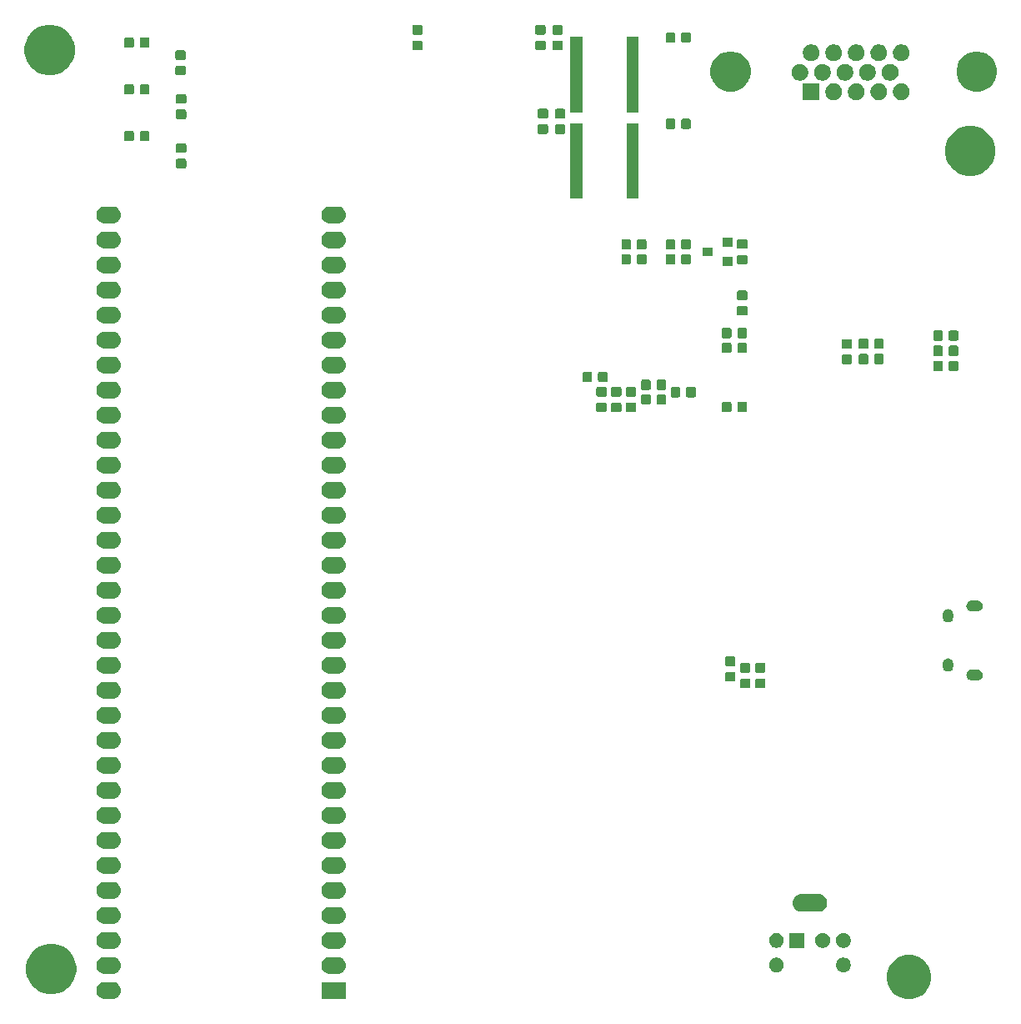
<source format=gbr>
G04 #@! TF.GenerationSoftware,KiCad,Pcbnew,(5.1.2)-1*
G04 #@! TF.CreationDate,2019-05-23T20:14:09-05:00*
G04 #@! TF.ProjectId,m68k,6d36386b-2e6b-4696-9361-645f70636258,rev?*
G04 #@! TF.SameCoordinates,Original*
G04 #@! TF.FileFunction,Soldermask,Bot*
G04 #@! TF.FilePolarity,Negative*
%FSLAX46Y46*%
G04 Gerber Fmt 4.6, Leading zero omitted, Abs format (unit mm)*
G04 Created by KiCad (PCBNEW (5.1.2)-1) date 2019-05-23 20:14:09*
%MOMM*%
%LPD*%
G04 APERTURE LIST*
%ADD10C,0.050000*%
G04 APERTURE END LIST*
D10*
G36*
X110725880Y-115159776D02*
G01*
X111106593Y-115235504D01*
X111516249Y-115405189D01*
X111884929Y-115651534D01*
X112198466Y-115965071D01*
X112444811Y-116333751D01*
X112614496Y-116743407D01*
X112701000Y-117178296D01*
X112701000Y-117621704D01*
X112614496Y-118056593D01*
X112444811Y-118466249D01*
X112198466Y-118834929D01*
X111884929Y-119148466D01*
X111516249Y-119394811D01*
X111106593Y-119564496D01*
X110725880Y-119640224D01*
X110671705Y-119651000D01*
X110228295Y-119651000D01*
X110174120Y-119640224D01*
X109793407Y-119564496D01*
X109383751Y-119394811D01*
X109015071Y-119148466D01*
X108701534Y-118834929D01*
X108455189Y-118466249D01*
X108285504Y-118056593D01*
X108199000Y-117621704D01*
X108199000Y-117178296D01*
X108285504Y-116743407D01*
X108455189Y-116333751D01*
X108701534Y-115965071D01*
X109015071Y-115651534D01*
X109383751Y-115405189D01*
X109793407Y-115235504D01*
X110174120Y-115159776D01*
X110228295Y-115149000D01*
X110671705Y-115149000D01*
X110725880Y-115159776D01*
X110725880Y-115159776D01*
G37*
G36*
X53251000Y-119601000D02*
G01*
X50749000Y-119601000D01*
X50749000Y-117899000D01*
X53251000Y-117899000D01*
X53251000Y-119601000D01*
X53251000Y-119601000D01*
G37*
G36*
X29706823Y-117911313D02*
G01*
X29867242Y-117959976D01*
X29999906Y-118030886D01*
X30015078Y-118038996D01*
X30144659Y-118145341D01*
X30251004Y-118274922D01*
X30251005Y-118274924D01*
X30330024Y-118422758D01*
X30378687Y-118583177D01*
X30395117Y-118750000D01*
X30378687Y-118916823D01*
X30330024Y-119077242D01*
X30317325Y-119101000D01*
X30251004Y-119225078D01*
X30144659Y-119354659D01*
X30015078Y-119461004D01*
X30015076Y-119461005D01*
X29867242Y-119540024D01*
X29706823Y-119588687D01*
X29581804Y-119601000D01*
X28698196Y-119601000D01*
X28573177Y-119588687D01*
X28412758Y-119540024D01*
X28264924Y-119461005D01*
X28264922Y-119461004D01*
X28135341Y-119354659D01*
X28028996Y-119225078D01*
X27962675Y-119101000D01*
X27949976Y-119077242D01*
X27901313Y-118916823D01*
X27884883Y-118750000D01*
X27901313Y-118583177D01*
X27949976Y-118422758D01*
X28028995Y-118274924D01*
X28028996Y-118274922D01*
X28135341Y-118145341D01*
X28264922Y-118038996D01*
X28280094Y-118030886D01*
X28412758Y-117959976D01*
X28573177Y-117911313D01*
X28698196Y-117899000D01*
X29581804Y-117899000D01*
X29706823Y-117911313D01*
X29706823Y-117911313D01*
G37*
G36*
X24044098Y-114097033D02*
G01*
X24472926Y-114274659D01*
X24508352Y-114289333D01*
X24926168Y-114568509D01*
X25281491Y-114923832D01*
X25489744Y-115235505D01*
X25560668Y-115341650D01*
X25752967Y-115805902D01*
X25851000Y-116298747D01*
X25851000Y-116801253D01*
X25752967Y-117294098D01*
X25617268Y-117621704D01*
X25560667Y-117758352D01*
X25281491Y-118176168D01*
X24926168Y-118531491D01*
X24508352Y-118810667D01*
X24508351Y-118810668D01*
X24508350Y-118810668D01*
X24044098Y-119002967D01*
X23551253Y-119101000D01*
X23048747Y-119101000D01*
X22555902Y-119002967D01*
X22091650Y-118810668D01*
X22091649Y-118810668D01*
X22091648Y-118810667D01*
X21673832Y-118531491D01*
X21318509Y-118176168D01*
X21039333Y-117758352D01*
X20982732Y-117621704D01*
X20847033Y-117294098D01*
X20749000Y-116801253D01*
X20749000Y-116298747D01*
X20847033Y-115805902D01*
X21039332Y-115341650D01*
X21110256Y-115235505D01*
X21318509Y-114923832D01*
X21673832Y-114568509D01*
X22091648Y-114289333D01*
X22127074Y-114274659D01*
X22555902Y-114097033D01*
X23048747Y-113999000D01*
X23551253Y-113999000D01*
X24044098Y-114097033D01*
X24044098Y-114097033D01*
G37*
G36*
X52566823Y-115371313D02*
G01*
X52727242Y-115419976D01*
X52846886Y-115483927D01*
X52875078Y-115498996D01*
X53004659Y-115605341D01*
X53111004Y-115734922D01*
X53111005Y-115734924D01*
X53190024Y-115882758D01*
X53238687Y-116043177D01*
X53255117Y-116210000D01*
X53238687Y-116376823D01*
X53190024Y-116537242D01*
X53138154Y-116634284D01*
X53111004Y-116685078D01*
X53004659Y-116814659D01*
X52875078Y-116921004D01*
X52875076Y-116921005D01*
X52727242Y-117000024D01*
X52566823Y-117048687D01*
X52441804Y-117061000D01*
X51558196Y-117061000D01*
X51433177Y-117048687D01*
X51272758Y-117000024D01*
X51124924Y-116921005D01*
X51124922Y-116921004D01*
X50995341Y-116814659D01*
X50888996Y-116685078D01*
X50861846Y-116634284D01*
X50809976Y-116537242D01*
X50761313Y-116376823D01*
X50744883Y-116210000D01*
X50761313Y-116043177D01*
X50809976Y-115882758D01*
X50888995Y-115734924D01*
X50888996Y-115734922D01*
X50995341Y-115605341D01*
X51124922Y-115498996D01*
X51153114Y-115483927D01*
X51272758Y-115419976D01*
X51433177Y-115371313D01*
X51558196Y-115359000D01*
X52441804Y-115359000D01*
X52566823Y-115371313D01*
X52566823Y-115371313D01*
G37*
G36*
X29706823Y-115371313D02*
G01*
X29867242Y-115419976D01*
X29986886Y-115483927D01*
X30015078Y-115498996D01*
X30144659Y-115605341D01*
X30251004Y-115734922D01*
X30251005Y-115734924D01*
X30330024Y-115882758D01*
X30378687Y-116043177D01*
X30395117Y-116210000D01*
X30378687Y-116376823D01*
X30330024Y-116537242D01*
X30278154Y-116634284D01*
X30251004Y-116685078D01*
X30144659Y-116814659D01*
X30015078Y-116921004D01*
X30015076Y-116921005D01*
X29867242Y-117000024D01*
X29706823Y-117048687D01*
X29581804Y-117061000D01*
X28698196Y-117061000D01*
X28573177Y-117048687D01*
X28412758Y-117000024D01*
X28264924Y-116921005D01*
X28264922Y-116921004D01*
X28135341Y-116814659D01*
X28028996Y-116685078D01*
X28001846Y-116634284D01*
X27949976Y-116537242D01*
X27901313Y-116376823D01*
X27884883Y-116210000D01*
X27901313Y-116043177D01*
X27949976Y-115882758D01*
X28028995Y-115734924D01*
X28028996Y-115734922D01*
X28135341Y-115605341D01*
X28264922Y-115498996D01*
X28293114Y-115483927D01*
X28412758Y-115419976D01*
X28573177Y-115371313D01*
X28698196Y-115359000D01*
X29581804Y-115359000D01*
X29706823Y-115371313D01*
X29706823Y-115371313D01*
G37*
G36*
X97085503Y-115405189D02*
G01*
X97195225Y-115427014D01*
X97252138Y-115450588D01*
X97332626Y-115483927D01*
X97456284Y-115566553D01*
X97561447Y-115671716D01*
X97644073Y-115795374D01*
X97677412Y-115875862D01*
X97700986Y-115932775D01*
X97730000Y-116078639D01*
X97730000Y-116227361D01*
X97700986Y-116373225D01*
X97677412Y-116430138D01*
X97644073Y-116510626D01*
X97561447Y-116634284D01*
X97456284Y-116739447D01*
X97332626Y-116822073D01*
X97252138Y-116855412D01*
X97195225Y-116878986D01*
X97122293Y-116893493D01*
X97049362Y-116908000D01*
X96900638Y-116908000D01*
X96827707Y-116893493D01*
X96754775Y-116878986D01*
X96697862Y-116855412D01*
X96617374Y-116822073D01*
X96493716Y-116739447D01*
X96388553Y-116634284D01*
X96305927Y-116510626D01*
X96272588Y-116430138D01*
X96249014Y-116373225D01*
X96220000Y-116227361D01*
X96220000Y-116078639D01*
X96249014Y-115932775D01*
X96272588Y-115875862D01*
X96305927Y-115795374D01*
X96388553Y-115671716D01*
X96493716Y-115566553D01*
X96617374Y-115483927D01*
X96697862Y-115450588D01*
X96754775Y-115427014D01*
X96864497Y-115405189D01*
X96900638Y-115398000D01*
X97049362Y-115398000D01*
X97085503Y-115405189D01*
X97085503Y-115405189D01*
G37*
G36*
X103885503Y-115405189D02*
G01*
X103995225Y-115427014D01*
X104052138Y-115450588D01*
X104132626Y-115483927D01*
X104256284Y-115566553D01*
X104361447Y-115671716D01*
X104444073Y-115795374D01*
X104477412Y-115875862D01*
X104500986Y-115932775D01*
X104530000Y-116078639D01*
X104530000Y-116227361D01*
X104500986Y-116373225D01*
X104477412Y-116430138D01*
X104444073Y-116510626D01*
X104361447Y-116634284D01*
X104256284Y-116739447D01*
X104132626Y-116822073D01*
X104052138Y-116855412D01*
X103995225Y-116878986D01*
X103922293Y-116893493D01*
X103849362Y-116908000D01*
X103700638Y-116908000D01*
X103627707Y-116893493D01*
X103554775Y-116878986D01*
X103497862Y-116855412D01*
X103417374Y-116822073D01*
X103293716Y-116739447D01*
X103188553Y-116634284D01*
X103105927Y-116510626D01*
X103072588Y-116430138D01*
X103049014Y-116373225D01*
X103020000Y-116227361D01*
X103020000Y-116078639D01*
X103049014Y-115932775D01*
X103072588Y-115875862D01*
X103105927Y-115795374D01*
X103188553Y-115671716D01*
X103293716Y-115566553D01*
X103417374Y-115483927D01*
X103497862Y-115450588D01*
X103554775Y-115427014D01*
X103664497Y-115405189D01*
X103700638Y-115398000D01*
X103849362Y-115398000D01*
X103885503Y-115405189D01*
X103885503Y-115405189D01*
G37*
G36*
X52566823Y-112831313D02*
G01*
X52727242Y-112879976D01*
X52859906Y-112950886D01*
X52875078Y-112958996D01*
X53004659Y-113065341D01*
X53111004Y-113194922D01*
X53111005Y-113194924D01*
X53190024Y-113342758D01*
X53238687Y-113503177D01*
X53255117Y-113670000D01*
X53238687Y-113836823D01*
X53190024Y-113997242D01*
X53136684Y-114097034D01*
X53111004Y-114145078D01*
X53004659Y-114274659D01*
X52875078Y-114381004D01*
X52875076Y-114381005D01*
X52727242Y-114460024D01*
X52566823Y-114508687D01*
X52441804Y-114521000D01*
X51558196Y-114521000D01*
X51433177Y-114508687D01*
X51272758Y-114460024D01*
X51124924Y-114381005D01*
X51124922Y-114381004D01*
X50995341Y-114274659D01*
X50888996Y-114145078D01*
X50863316Y-114097034D01*
X50809976Y-113997242D01*
X50761313Y-113836823D01*
X50744883Y-113670000D01*
X50761313Y-113503177D01*
X50809976Y-113342758D01*
X50888995Y-113194924D01*
X50888996Y-113194922D01*
X50995341Y-113065341D01*
X51124922Y-112958996D01*
X51140094Y-112950886D01*
X51272758Y-112879976D01*
X51433177Y-112831313D01*
X51558196Y-112819000D01*
X52441804Y-112819000D01*
X52566823Y-112831313D01*
X52566823Y-112831313D01*
G37*
G36*
X29706823Y-112831313D02*
G01*
X29867242Y-112879976D01*
X29999906Y-112950886D01*
X30015078Y-112958996D01*
X30144659Y-113065341D01*
X30251004Y-113194922D01*
X30251005Y-113194924D01*
X30330024Y-113342758D01*
X30378687Y-113503177D01*
X30395117Y-113670000D01*
X30378687Y-113836823D01*
X30330024Y-113997242D01*
X30276684Y-114097034D01*
X30251004Y-114145078D01*
X30144659Y-114274659D01*
X30015078Y-114381004D01*
X30015076Y-114381005D01*
X29867242Y-114460024D01*
X29706823Y-114508687D01*
X29581804Y-114521000D01*
X28698196Y-114521000D01*
X28573177Y-114508687D01*
X28412758Y-114460024D01*
X28264924Y-114381005D01*
X28264922Y-114381004D01*
X28135341Y-114274659D01*
X28028996Y-114145078D01*
X28003316Y-114097034D01*
X27949976Y-113997242D01*
X27901313Y-113836823D01*
X27884883Y-113670000D01*
X27901313Y-113503177D01*
X27949976Y-113342758D01*
X28028995Y-113194924D01*
X28028996Y-113194922D01*
X28135341Y-113065341D01*
X28264922Y-112958996D01*
X28280094Y-112950886D01*
X28412758Y-112879976D01*
X28573177Y-112831313D01*
X28698196Y-112819000D01*
X29581804Y-112819000D01*
X29706823Y-112831313D01*
X29706823Y-112831313D01*
G37*
G36*
X97122293Y-112912507D02*
G01*
X97195225Y-112927014D01*
X97252138Y-112950588D01*
X97332626Y-112983927D01*
X97456284Y-113066553D01*
X97561447Y-113171716D01*
X97644073Y-113295374D01*
X97700986Y-113432776D01*
X97730000Y-113578638D01*
X97730000Y-113727362D01*
X97700986Y-113873224D01*
X97644073Y-114010626D01*
X97561447Y-114134284D01*
X97456284Y-114239447D01*
X97332626Y-114322073D01*
X97252138Y-114355412D01*
X97195225Y-114378986D01*
X97122293Y-114393493D01*
X97049362Y-114408000D01*
X96900638Y-114408000D01*
X96827707Y-114393493D01*
X96754775Y-114378986D01*
X96697862Y-114355412D01*
X96617374Y-114322073D01*
X96493716Y-114239447D01*
X96388553Y-114134284D01*
X96305927Y-114010626D01*
X96249014Y-113873224D01*
X96220000Y-113727362D01*
X96220000Y-113578638D01*
X96249014Y-113432776D01*
X96305927Y-113295374D01*
X96388553Y-113171716D01*
X96493716Y-113066553D01*
X96617374Y-112983927D01*
X96697862Y-112950588D01*
X96754775Y-112927014D01*
X96827707Y-112912507D01*
X96900638Y-112898000D01*
X97049362Y-112898000D01*
X97122293Y-112912507D01*
X97122293Y-112912507D01*
G37*
G36*
X99830000Y-114408000D02*
G01*
X98320000Y-114408000D01*
X98320000Y-112898000D01*
X99830000Y-112898000D01*
X99830000Y-114408000D01*
X99830000Y-114408000D01*
G37*
G36*
X101822293Y-112912507D02*
G01*
X101895225Y-112927014D01*
X101952138Y-112950588D01*
X102032626Y-112983927D01*
X102156284Y-113066553D01*
X102261447Y-113171716D01*
X102344073Y-113295374D01*
X102400986Y-113432776D01*
X102430000Y-113578638D01*
X102430000Y-113727362D01*
X102400986Y-113873224D01*
X102344073Y-114010626D01*
X102261447Y-114134284D01*
X102156284Y-114239447D01*
X102032626Y-114322073D01*
X101952138Y-114355412D01*
X101895225Y-114378986D01*
X101822293Y-114393493D01*
X101749362Y-114408000D01*
X101600638Y-114408000D01*
X101527707Y-114393493D01*
X101454775Y-114378986D01*
X101397862Y-114355412D01*
X101317374Y-114322073D01*
X101193716Y-114239447D01*
X101088553Y-114134284D01*
X101005927Y-114010626D01*
X100949014Y-113873224D01*
X100920000Y-113727362D01*
X100920000Y-113578638D01*
X100949014Y-113432776D01*
X101005927Y-113295374D01*
X101088553Y-113171716D01*
X101193716Y-113066553D01*
X101317374Y-112983927D01*
X101397862Y-112950588D01*
X101454775Y-112927014D01*
X101527707Y-112912507D01*
X101600638Y-112898000D01*
X101749362Y-112898000D01*
X101822293Y-112912507D01*
X101822293Y-112912507D01*
G37*
G36*
X103922293Y-112912507D02*
G01*
X103995225Y-112927014D01*
X104052138Y-112950588D01*
X104132626Y-112983927D01*
X104256284Y-113066553D01*
X104361447Y-113171716D01*
X104444073Y-113295374D01*
X104500986Y-113432776D01*
X104530000Y-113578638D01*
X104530000Y-113727362D01*
X104500986Y-113873224D01*
X104444073Y-114010626D01*
X104361447Y-114134284D01*
X104256284Y-114239447D01*
X104132626Y-114322073D01*
X104052138Y-114355412D01*
X103995225Y-114378986D01*
X103922293Y-114393493D01*
X103849362Y-114408000D01*
X103700638Y-114408000D01*
X103627707Y-114393493D01*
X103554775Y-114378986D01*
X103497862Y-114355412D01*
X103417374Y-114322073D01*
X103293716Y-114239447D01*
X103188553Y-114134284D01*
X103105927Y-114010626D01*
X103049014Y-113873224D01*
X103020000Y-113727362D01*
X103020000Y-113578638D01*
X103049014Y-113432776D01*
X103105927Y-113295374D01*
X103188553Y-113171716D01*
X103293716Y-113066553D01*
X103417374Y-112983927D01*
X103497862Y-112950588D01*
X103554775Y-112927014D01*
X103627707Y-112912507D01*
X103700638Y-112898000D01*
X103849362Y-112898000D01*
X103922293Y-112912507D01*
X103922293Y-112912507D01*
G37*
G36*
X52566823Y-110291313D02*
G01*
X52727242Y-110339976D01*
X52859906Y-110410886D01*
X52875078Y-110418996D01*
X53004659Y-110525341D01*
X53111004Y-110654922D01*
X53111005Y-110654924D01*
X53190024Y-110802758D01*
X53238687Y-110963177D01*
X53255117Y-111130000D01*
X53238687Y-111296823D01*
X53190024Y-111457242D01*
X53119114Y-111589906D01*
X53111004Y-111605078D01*
X53004659Y-111734659D01*
X52875078Y-111841004D01*
X52875076Y-111841005D01*
X52727242Y-111920024D01*
X52566823Y-111968687D01*
X52441804Y-111981000D01*
X51558196Y-111981000D01*
X51433177Y-111968687D01*
X51272758Y-111920024D01*
X51124924Y-111841005D01*
X51124922Y-111841004D01*
X50995341Y-111734659D01*
X50888996Y-111605078D01*
X50880886Y-111589906D01*
X50809976Y-111457242D01*
X50761313Y-111296823D01*
X50744883Y-111130000D01*
X50761313Y-110963177D01*
X50809976Y-110802758D01*
X50888995Y-110654924D01*
X50888996Y-110654922D01*
X50995341Y-110525341D01*
X51124922Y-110418996D01*
X51140094Y-110410886D01*
X51272758Y-110339976D01*
X51433177Y-110291313D01*
X51558196Y-110279000D01*
X52441804Y-110279000D01*
X52566823Y-110291313D01*
X52566823Y-110291313D01*
G37*
G36*
X29706823Y-110291313D02*
G01*
X29867242Y-110339976D01*
X29999906Y-110410886D01*
X30015078Y-110418996D01*
X30144659Y-110525341D01*
X30251004Y-110654922D01*
X30251005Y-110654924D01*
X30330024Y-110802758D01*
X30378687Y-110963177D01*
X30395117Y-111130000D01*
X30378687Y-111296823D01*
X30330024Y-111457242D01*
X30259114Y-111589906D01*
X30251004Y-111605078D01*
X30144659Y-111734659D01*
X30015078Y-111841004D01*
X30015076Y-111841005D01*
X29867242Y-111920024D01*
X29706823Y-111968687D01*
X29581804Y-111981000D01*
X28698196Y-111981000D01*
X28573177Y-111968687D01*
X28412758Y-111920024D01*
X28264924Y-111841005D01*
X28264922Y-111841004D01*
X28135341Y-111734659D01*
X28028996Y-111605078D01*
X28020886Y-111589906D01*
X27949976Y-111457242D01*
X27901313Y-111296823D01*
X27884883Y-111130000D01*
X27901313Y-110963177D01*
X27949976Y-110802758D01*
X28028995Y-110654924D01*
X28028996Y-110654922D01*
X28135341Y-110525341D01*
X28264922Y-110418996D01*
X28280094Y-110410886D01*
X28412758Y-110339976D01*
X28573177Y-110291313D01*
X28698196Y-110279000D01*
X29581804Y-110279000D01*
X29706823Y-110291313D01*
X29706823Y-110291313D01*
G37*
G36*
X101335443Y-108958519D02*
G01*
X101401627Y-108965037D01*
X101571466Y-109016557D01*
X101727991Y-109100222D01*
X101763729Y-109129552D01*
X101865186Y-109212814D01*
X101937561Y-109301005D01*
X101977778Y-109350009D01*
X102061443Y-109506534D01*
X102112963Y-109676373D01*
X102130359Y-109853000D01*
X102112963Y-110029627D01*
X102061443Y-110199466D01*
X101977778Y-110355991D01*
X101948448Y-110391729D01*
X101865186Y-110493186D01*
X101763729Y-110576448D01*
X101727991Y-110605778D01*
X101571466Y-110689443D01*
X101401627Y-110740963D01*
X101335443Y-110747481D01*
X101269260Y-110754000D01*
X99480740Y-110754000D01*
X99414557Y-110747481D01*
X99348373Y-110740963D01*
X99178534Y-110689443D01*
X99022009Y-110605778D01*
X98986271Y-110576448D01*
X98884814Y-110493186D01*
X98801552Y-110391729D01*
X98772222Y-110355991D01*
X98688557Y-110199466D01*
X98637037Y-110029627D01*
X98619641Y-109853000D01*
X98637037Y-109676373D01*
X98688557Y-109506534D01*
X98772222Y-109350009D01*
X98812439Y-109301005D01*
X98884814Y-109212814D01*
X98986271Y-109129552D01*
X99022009Y-109100222D01*
X99178534Y-109016557D01*
X99348373Y-108965037D01*
X99414557Y-108958519D01*
X99480740Y-108952000D01*
X101269260Y-108952000D01*
X101335443Y-108958519D01*
X101335443Y-108958519D01*
G37*
G36*
X52566823Y-107751313D02*
G01*
X52727242Y-107799976D01*
X52859906Y-107870886D01*
X52875078Y-107878996D01*
X53004659Y-107985341D01*
X53111004Y-108114922D01*
X53111005Y-108114924D01*
X53190024Y-108262758D01*
X53238687Y-108423177D01*
X53255117Y-108590000D01*
X53238687Y-108756823D01*
X53190024Y-108917242D01*
X53171445Y-108952000D01*
X53111004Y-109065078D01*
X53004659Y-109194659D01*
X52875078Y-109301004D01*
X52875076Y-109301005D01*
X52727242Y-109380024D01*
X52566823Y-109428687D01*
X52441804Y-109441000D01*
X51558196Y-109441000D01*
X51433177Y-109428687D01*
X51272758Y-109380024D01*
X51124924Y-109301005D01*
X51124922Y-109301004D01*
X50995341Y-109194659D01*
X50888996Y-109065078D01*
X50828555Y-108952000D01*
X50809976Y-108917242D01*
X50761313Y-108756823D01*
X50744883Y-108590000D01*
X50761313Y-108423177D01*
X50809976Y-108262758D01*
X50888995Y-108114924D01*
X50888996Y-108114922D01*
X50995341Y-107985341D01*
X51124922Y-107878996D01*
X51140094Y-107870886D01*
X51272758Y-107799976D01*
X51433177Y-107751313D01*
X51558196Y-107739000D01*
X52441804Y-107739000D01*
X52566823Y-107751313D01*
X52566823Y-107751313D01*
G37*
G36*
X29706823Y-107751313D02*
G01*
X29867242Y-107799976D01*
X29999906Y-107870886D01*
X30015078Y-107878996D01*
X30144659Y-107985341D01*
X30251004Y-108114922D01*
X30251005Y-108114924D01*
X30330024Y-108262758D01*
X30378687Y-108423177D01*
X30395117Y-108590000D01*
X30378687Y-108756823D01*
X30330024Y-108917242D01*
X30311445Y-108952000D01*
X30251004Y-109065078D01*
X30144659Y-109194659D01*
X30015078Y-109301004D01*
X30015076Y-109301005D01*
X29867242Y-109380024D01*
X29706823Y-109428687D01*
X29581804Y-109441000D01*
X28698196Y-109441000D01*
X28573177Y-109428687D01*
X28412758Y-109380024D01*
X28264924Y-109301005D01*
X28264922Y-109301004D01*
X28135341Y-109194659D01*
X28028996Y-109065078D01*
X27968555Y-108952000D01*
X27949976Y-108917242D01*
X27901313Y-108756823D01*
X27884883Y-108590000D01*
X27901313Y-108423177D01*
X27949976Y-108262758D01*
X28028995Y-108114924D01*
X28028996Y-108114922D01*
X28135341Y-107985341D01*
X28264922Y-107878996D01*
X28280094Y-107870886D01*
X28412758Y-107799976D01*
X28573177Y-107751313D01*
X28698196Y-107739000D01*
X29581804Y-107739000D01*
X29706823Y-107751313D01*
X29706823Y-107751313D01*
G37*
G36*
X52566823Y-105211313D02*
G01*
X52727242Y-105259976D01*
X52859906Y-105330886D01*
X52875078Y-105338996D01*
X53004659Y-105445341D01*
X53111004Y-105574922D01*
X53111005Y-105574924D01*
X53190024Y-105722758D01*
X53238687Y-105883177D01*
X53255117Y-106050000D01*
X53238687Y-106216823D01*
X53190024Y-106377242D01*
X53119114Y-106509906D01*
X53111004Y-106525078D01*
X53004659Y-106654659D01*
X52875078Y-106761004D01*
X52875076Y-106761005D01*
X52727242Y-106840024D01*
X52566823Y-106888687D01*
X52441804Y-106901000D01*
X51558196Y-106901000D01*
X51433177Y-106888687D01*
X51272758Y-106840024D01*
X51124924Y-106761005D01*
X51124922Y-106761004D01*
X50995341Y-106654659D01*
X50888996Y-106525078D01*
X50880886Y-106509906D01*
X50809976Y-106377242D01*
X50761313Y-106216823D01*
X50744883Y-106050000D01*
X50761313Y-105883177D01*
X50809976Y-105722758D01*
X50888995Y-105574924D01*
X50888996Y-105574922D01*
X50995341Y-105445341D01*
X51124922Y-105338996D01*
X51140094Y-105330886D01*
X51272758Y-105259976D01*
X51433177Y-105211313D01*
X51558196Y-105199000D01*
X52441804Y-105199000D01*
X52566823Y-105211313D01*
X52566823Y-105211313D01*
G37*
G36*
X29706823Y-105211313D02*
G01*
X29867242Y-105259976D01*
X29999906Y-105330886D01*
X30015078Y-105338996D01*
X30144659Y-105445341D01*
X30251004Y-105574922D01*
X30251005Y-105574924D01*
X30330024Y-105722758D01*
X30378687Y-105883177D01*
X30395117Y-106050000D01*
X30378687Y-106216823D01*
X30330024Y-106377242D01*
X30259114Y-106509906D01*
X30251004Y-106525078D01*
X30144659Y-106654659D01*
X30015078Y-106761004D01*
X30015076Y-106761005D01*
X29867242Y-106840024D01*
X29706823Y-106888687D01*
X29581804Y-106901000D01*
X28698196Y-106901000D01*
X28573177Y-106888687D01*
X28412758Y-106840024D01*
X28264924Y-106761005D01*
X28264922Y-106761004D01*
X28135341Y-106654659D01*
X28028996Y-106525078D01*
X28020886Y-106509906D01*
X27949976Y-106377242D01*
X27901313Y-106216823D01*
X27884883Y-106050000D01*
X27901313Y-105883177D01*
X27949976Y-105722758D01*
X28028995Y-105574924D01*
X28028996Y-105574922D01*
X28135341Y-105445341D01*
X28264922Y-105338996D01*
X28280094Y-105330886D01*
X28412758Y-105259976D01*
X28573177Y-105211313D01*
X28698196Y-105199000D01*
X29581804Y-105199000D01*
X29706823Y-105211313D01*
X29706823Y-105211313D01*
G37*
G36*
X52566823Y-102671313D02*
G01*
X52727242Y-102719976D01*
X52859906Y-102790886D01*
X52875078Y-102798996D01*
X53004659Y-102905341D01*
X53111004Y-103034922D01*
X53111005Y-103034924D01*
X53190024Y-103182758D01*
X53238687Y-103343177D01*
X53255117Y-103510000D01*
X53238687Y-103676823D01*
X53190024Y-103837242D01*
X53119114Y-103969906D01*
X53111004Y-103985078D01*
X53004659Y-104114659D01*
X52875078Y-104221004D01*
X52875076Y-104221005D01*
X52727242Y-104300024D01*
X52566823Y-104348687D01*
X52441804Y-104361000D01*
X51558196Y-104361000D01*
X51433177Y-104348687D01*
X51272758Y-104300024D01*
X51124924Y-104221005D01*
X51124922Y-104221004D01*
X50995341Y-104114659D01*
X50888996Y-103985078D01*
X50880886Y-103969906D01*
X50809976Y-103837242D01*
X50761313Y-103676823D01*
X50744883Y-103510000D01*
X50761313Y-103343177D01*
X50809976Y-103182758D01*
X50888995Y-103034924D01*
X50888996Y-103034922D01*
X50995341Y-102905341D01*
X51124922Y-102798996D01*
X51140094Y-102790886D01*
X51272758Y-102719976D01*
X51433177Y-102671313D01*
X51558196Y-102659000D01*
X52441804Y-102659000D01*
X52566823Y-102671313D01*
X52566823Y-102671313D01*
G37*
G36*
X29706823Y-102671313D02*
G01*
X29867242Y-102719976D01*
X29999906Y-102790886D01*
X30015078Y-102798996D01*
X30144659Y-102905341D01*
X30251004Y-103034922D01*
X30251005Y-103034924D01*
X30330024Y-103182758D01*
X30378687Y-103343177D01*
X30395117Y-103510000D01*
X30378687Y-103676823D01*
X30330024Y-103837242D01*
X30259114Y-103969906D01*
X30251004Y-103985078D01*
X30144659Y-104114659D01*
X30015078Y-104221004D01*
X30015076Y-104221005D01*
X29867242Y-104300024D01*
X29706823Y-104348687D01*
X29581804Y-104361000D01*
X28698196Y-104361000D01*
X28573177Y-104348687D01*
X28412758Y-104300024D01*
X28264924Y-104221005D01*
X28264922Y-104221004D01*
X28135341Y-104114659D01*
X28028996Y-103985078D01*
X28020886Y-103969906D01*
X27949976Y-103837242D01*
X27901313Y-103676823D01*
X27884883Y-103510000D01*
X27901313Y-103343177D01*
X27949976Y-103182758D01*
X28028995Y-103034924D01*
X28028996Y-103034922D01*
X28135341Y-102905341D01*
X28264922Y-102798996D01*
X28280094Y-102790886D01*
X28412758Y-102719976D01*
X28573177Y-102671313D01*
X28698196Y-102659000D01*
X29581804Y-102659000D01*
X29706823Y-102671313D01*
X29706823Y-102671313D01*
G37*
G36*
X52566823Y-100131313D02*
G01*
X52727242Y-100179976D01*
X52859906Y-100250886D01*
X52875078Y-100258996D01*
X53004659Y-100365341D01*
X53111004Y-100494922D01*
X53111005Y-100494924D01*
X53190024Y-100642758D01*
X53238687Y-100803177D01*
X53255117Y-100970000D01*
X53238687Y-101136823D01*
X53190024Y-101297242D01*
X53119114Y-101429906D01*
X53111004Y-101445078D01*
X53004659Y-101574659D01*
X52875078Y-101681004D01*
X52875076Y-101681005D01*
X52727242Y-101760024D01*
X52566823Y-101808687D01*
X52441804Y-101821000D01*
X51558196Y-101821000D01*
X51433177Y-101808687D01*
X51272758Y-101760024D01*
X51124924Y-101681005D01*
X51124922Y-101681004D01*
X50995341Y-101574659D01*
X50888996Y-101445078D01*
X50880886Y-101429906D01*
X50809976Y-101297242D01*
X50761313Y-101136823D01*
X50744883Y-100970000D01*
X50761313Y-100803177D01*
X50809976Y-100642758D01*
X50888995Y-100494924D01*
X50888996Y-100494922D01*
X50995341Y-100365341D01*
X51124922Y-100258996D01*
X51140094Y-100250886D01*
X51272758Y-100179976D01*
X51433177Y-100131313D01*
X51558196Y-100119000D01*
X52441804Y-100119000D01*
X52566823Y-100131313D01*
X52566823Y-100131313D01*
G37*
G36*
X29706823Y-100131313D02*
G01*
X29867242Y-100179976D01*
X29999906Y-100250886D01*
X30015078Y-100258996D01*
X30144659Y-100365341D01*
X30251004Y-100494922D01*
X30251005Y-100494924D01*
X30330024Y-100642758D01*
X30378687Y-100803177D01*
X30395117Y-100970000D01*
X30378687Y-101136823D01*
X30330024Y-101297242D01*
X30259114Y-101429906D01*
X30251004Y-101445078D01*
X30144659Y-101574659D01*
X30015078Y-101681004D01*
X30015076Y-101681005D01*
X29867242Y-101760024D01*
X29706823Y-101808687D01*
X29581804Y-101821000D01*
X28698196Y-101821000D01*
X28573177Y-101808687D01*
X28412758Y-101760024D01*
X28264924Y-101681005D01*
X28264922Y-101681004D01*
X28135341Y-101574659D01*
X28028996Y-101445078D01*
X28020886Y-101429906D01*
X27949976Y-101297242D01*
X27901313Y-101136823D01*
X27884883Y-100970000D01*
X27901313Y-100803177D01*
X27949976Y-100642758D01*
X28028995Y-100494924D01*
X28028996Y-100494922D01*
X28135341Y-100365341D01*
X28264922Y-100258996D01*
X28280094Y-100250886D01*
X28412758Y-100179976D01*
X28573177Y-100131313D01*
X28698196Y-100119000D01*
X29581804Y-100119000D01*
X29706823Y-100131313D01*
X29706823Y-100131313D01*
G37*
G36*
X52566823Y-97591313D02*
G01*
X52727242Y-97639976D01*
X52859906Y-97710886D01*
X52875078Y-97718996D01*
X53004659Y-97825341D01*
X53111004Y-97954922D01*
X53111005Y-97954924D01*
X53190024Y-98102758D01*
X53238687Y-98263177D01*
X53255117Y-98430000D01*
X53238687Y-98596823D01*
X53190024Y-98757242D01*
X53119114Y-98889906D01*
X53111004Y-98905078D01*
X53004659Y-99034659D01*
X52875078Y-99141004D01*
X52875076Y-99141005D01*
X52727242Y-99220024D01*
X52566823Y-99268687D01*
X52441804Y-99281000D01*
X51558196Y-99281000D01*
X51433177Y-99268687D01*
X51272758Y-99220024D01*
X51124924Y-99141005D01*
X51124922Y-99141004D01*
X50995341Y-99034659D01*
X50888996Y-98905078D01*
X50880886Y-98889906D01*
X50809976Y-98757242D01*
X50761313Y-98596823D01*
X50744883Y-98430000D01*
X50761313Y-98263177D01*
X50809976Y-98102758D01*
X50888995Y-97954924D01*
X50888996Y-97954922D01*
X50995341Y-97825341D01*
X51124922Y-97718996D01*
X51140094Y-97710886D01*
X51272758Y-97639976D01*
X51433177Y-97591313D01*
X51558196Y-97579000D01*
X52441804Y-97579000D01*
X52566823Y-97591313D01*
X52566823Y-97591313D01*
G37*
G36*
X29706823Y-97591313D02*
G01*
X29867242Y-97639976D01*
X29999906Y-97710886D01*
X30015078Y-97718996D01*
X30144659Y-97825341D01*
X30251004Y-97954922D01*
X30251005Y-97954924D01*
X30330024Y-98102758D01*
X30378687Y-98263177D01*
X30395117Y-98430000D01*
X30378687Y-98596823D01*
X30330024Y-98757242D01*
X30259114Y-98889906D01*
X30251004Y-98905078D01*
X30144659Y-99034659D01*
X30015078Y-99141004D01*
X30015076Y-99141005D01*
X29867242Y-99220024D01*
X29706823Y-99268687D01*
X29581804Y-99281000D01*
X28698196Y-99281000D01*
X28573177Y-99268687D01*
X28412758Y-99220024D01*
X28264924Y-99141005D01*
X28264922Y-99141004D01*
X28135341Y-99034659D01*
X28028996Y-98905078D01*
X28020886Y-98889906D01*
X27949976Y-98757242D01*
X27901313Y-98596823D01*
X27884883Y-98430000D01*
X27901313Y-98263177D01*
X27949976Y-98102758D01*
X28028995Y-97954924D01*
X28028996Y-97954922D01*
X28135341Y-97825341D01*
X28264922Y-97718996D01*
X28280094Y-97710886D01*
X28412758Y-97639976D01*
X28573177Y-97591313D01*
X28698196Y-97579000D01*
X29581804Y-97579000D01*
X29706823Y-97591313D01*
X29706823Y-97591313D01*
G37*
G36*
X29706823Y-95051313D02*
G01*
X29867242Y-95099976D01*
X29999906Y-95170886D01*
X30015078Y-95178996D01*
X30144659Y-95285341D01*
X30251004Y-95414922D01*
X30251005Y-95414924D01*
X30330024Y-95562758D01*
X30378687Y-95723177D01*
X30395117Y-95890000D01*
X30378687Y-96056823D01*
X30330024Y-96217242D01*
X30259114Y-96349906D01*
X30251004Y-96365078D01*
X30144659Y-96494659D01*
X30015078Y-96601004D01*
X30015076Y-96601005D01*
X29867242Y-96680024D01*
X29706823Y-96728687D01*
X29581804Y-96741000D01*
X28698196Y-96741000D01*
X28573177Y-96728687D01*
X28412758Y-96680024D01*
X28264924Y-96601005D01*
X28264922Y-96601004D01*
X28135341Y-96494659D01*
X28028996Y-96365078D01*
X28020886Y-96349906D01*
X27949976Y-96217242D01*
X27901313Y-96056823D01*
X27884883Y-95890000D01*
X27901313Y-95723177D01*
X27949976Y-95562758D01*
X28028995Y-95414924D01*
X28028996Y-95414922D01*
X28135341Y-95285341D01*
X28264922Y-95178996D01*
X28280094Y-95170886D01*
X28412758Y-95099976D01*
X28573177Y-95051313D01*
X28698196Y-95039000D01*
X29581804Y-95039000D01*
X29706823Y-95051313D01*
X29706823Y-95051313D01*
G37*
G36*
X52566823Y-95051313D02*
G01*
X52727242Y-95099976D01*
X52859906Y-95170886D01*
X52875078Y-95178996D01*
X53004659Y-95285341D01*
X53111004Y-95414922D01*
X53111005Y-95414924D01*
X53190024Y-95562758D01*
X53238687Y-95723177D01*
X53255117Y-95890000D01*
X53238687Y-96056823D01*
X53190024Y-96217242D01*
X53119114Y-96349906D01*
X53111004Y-96365078D01*
X53004659Y-96494659D01*
X52875078Y-96601004D01*
X52875076Y-96601005D01*
X52727242Y-96680024D01*
X52566823Y-96728687D01*
X52441804Y-96741000D01*
X51558196Y-96741000D01*
X51433177Y-96728687D01*
X51272758Y-96680024D01*
X51124924Y-96601005D01*
X51124922Y-96601004D01*
X50995341Y-96494659D01*
X50888996Y-96365078D01*
X50880886Y-96349906D01*
X50809976Y-96217242D01*
X50761313Y-96056823D01*
X50744883Y-95890000D01*
X50761313Y-95723177D01*
X50809976Y-95562758D01*
X50888995Y-95414924D01*
X50888996Y-95414922D01*
X50995341Y-95285341D01*
X51124922Y-95178996D01*
X51140094Y-95170886D01*
X51272758Y-95099976D01*
X51433177Y-95051313D01*
X51558196Y-95039000D01*
X52441804Y-95039000D01*
X52566823Y-95051313D01*
X52566823Y-95051313D01*
G37*
G36*
X52566823Y-92511313D02*
G01*
X52727242Y-92559976D01*
X52859906Y-92630886D01*
X52875078Y-92638996D01*
X53004659Y-92745341D01*
X53111004Y-92874922D01*
X53111005Y-92874924D01*
X53190024Y-93022758D01*
X53238687Y-93183177D01*
X53255117Y-93350000D01*
X53238687Y-93516823D01*
X53190024Y-93677242D01*
X53119114Y-93809906D01*
X53111004Y-93825078D01*
X53004659Y-93954659D01*
X52875078Y-94061004D01*
X52875076Y-94061005D01*
X52727242Y-94140024D01*
X52566823Y-94188687D01*
X52441804Y-94201000D01*
X51558196Y-94201000D01*
X51433177Y-94188687D01*
X51272758Y-94140024D01*
X51124924Y-94061005D01*
X51124922Y-94061004D01*
X50995341Y-93954659D01*
X50888996Y-93825078D01*
X50880886Y-93809906D01*
X50809976Y-93677242D01*
X50761313Y-93516823D01*
X50744883Y-93350000D01*
X50761313Y-93183177D01*
X50809976Y-93022758D01*
X50888995Y-92874924D01*
X50888996Y-92874922D01*
X50995341Y-92745341D01*
X51124922Y-92638996D01*
X51140094Y-92630886D01*
X51272758Y-92559976D01*
X51433177Y-92511313D01*
X51558196Y-92499000D01*
X52441804Y-92499000D01*
X52566823Y-92511313D01*
X52566823Y-92511313D01*
G37*
G36*
X29706823Y-92511313D02*
G01*
X29867242Y-92559976D01*
X29999906Y-92630886D01*
X30015078Y-92638996D01*
X30144659Y-92745341D01*
X30251004Y-92874922D01*
X30251005Y-92874924D01*
X30330024Y-93022758D01*
X30378687Y-93183177D01*
X30395117Y-93350000D01*
X30378687Y-93516823D01*
X30330024Y-93677242D01*
X30259114Y-93809906D01*
X30251004Y-93825078D01*
X30144659Y-93954659D01*
X30015078Y-94061004D01*
X30015076Y-94061005D01*
X29867242Y-94140024D01*
X29706823Y-94188687D01*
X29581804Y-94201000D01*
X28698196Y-94201000D01*
X28573177Y-94188687D01*
X28412758Y-94140024D01*
X28264924Y-94061005D01*
X28264922Y-94061004D01*
X28135341Y-93954659D01*
X28028996Y-93825078D01*
X28020886Y-93809906D01*
X27949976Y-93677242D01*
X27901313Y-93516823D01*
X27884883Y-93350000D01*
X27901313Y-93183177D01*
X27949976Y-93022758D01*
X28028995Y-92874924D01*
X28028996Y-92874922D01*
X28135341Y-92745341D01*
X28264922Y-92638996D01*
X28280094Y-92630886D01*
X28412758Y-92559976D01*
X28573177Y-92511313D01*
X28698196Y-92499000D01*
X29581804Y-92499000D01*
X29706823Y-92511313D01*
X29706823Y-92511313D01*
G37*
G36*
X52566823Y-89971313D02*
G01*
X52727242Y-90019976D01*
X52859906Y-90090886D01*
X52875078Y-90098996D01*
X53004659Y-90205341D01*
X53111004Y-90334922D01*
X53111005Y-90334924D01*
X53190024Y-90482758D01*
X53238687Y-90643177D01*
X53255117Y-90810000D01*
X53238687Y-90976823D01*
X53190024Y-91137242D01*
X53119114Y-91269906D01*
X53111004Y-91285078D01*
X53004659Y-91414659D01*
X52875078Y-91521004D01*
X52875076Y-91521005D01*
X52727242Y-91600024D01*
X52566823Y-91648687D01*
X52441804Y-91661000D01*
X51558196Y-91661000D01*
X51433177Y-91648687D01*
X51272758Y-91600024D01*
X51124924Y-91521005D01*
X51124922Y-91521004D01*
X50995341Y-91414659D01*
X50888996Y-91285078D01*
X50880886Y-91269906D01*
X50809976Y-91137242D01*
X50761313Y-90976823D01*
X50744883Y-90810000D01*
X50761313Y-90643177D01*
X50809976Y-90482758D01*
X50888995Y-90334924D01*
X50888996Y-90334922D01*
X50995341Y-90205341D01*
X51124922Y-90098996D01*
X51140094Y-90090886D01*
X51272758Y-90019976D01*
X51433177Y-89971313D01*
X51558196Y-89959000D01*
X52441804Y-89959000D01*
X52566823Y-89971313D01*
X52566823Y-89971313D01*
G37*
G36*
X29706823Y-89971313D02*
G01*
X29867242Y-90019976D01*
X29999906Y-90090886D01*
X30015078Y-90098996D01*
X30144659Y-90205341D01*
X30251004Y-90334922D01*
X30251005Y-90334924D01*
X30330024Y-90482758D01*
X30378687Y-90643177D01*
X30395117Y-90810000D01*
X30378687Y-90976823D01*
X30330024Y-91137242D01*
X30259114Y-91269906D01*
X30251004Y-91285078D01*
X30144659Y-91414659D01*
X30015078Y-91521004D01*
X30015076Y-91521005D01*
X29867242Y-91600024D01*
X29706823Y-91648687D01*
X29581804Y-91661000D01*
X28698196Y-91661000D01*
X28573177Y-91648687D01*
X28412758Y-91600024D01*
X28264924Y-91521005D01*
X28264922Y-91521004D01*
X28135341Y-91414659D01*
X28028996Y-91285078D01*
X28020886Y-91269906D01*
X27949976Y-91137242D01*
X27901313Y-90976823D01*
X27884883Y-90810000D01*
X27901313Y-90643177D01*
X27949976Y-90482758D01*
X28028995Y-90334924D01*
X28028996Y-90334922D01*
X28135341Y-90205341D01*
X28264922Y-90098996D01*
X28280094Y-90090886D01*
X28412758Y-90019976D01*
X28573177Y-89971313D01*
X28698196Y-89959000D01*
X29581804Y-89959000D01*
X29706823Y-89971313D01*
X29706823Y-89971313D01*
G37*
G36*
X29706823Y-87431313D02*
G01*
X29867242Y-87479976D01*
X29999906Y-87550886D01*
X30015078Y-87558996D01*
X30144659Y-87665341D01*
X30251004Y-87794922D01*
X30251005Y-87794924D01*
X30330024Y-87942758D01*
X30378687Y-88103177D01*
X30395117Y-88270000D01*
X30378687Y-88436823D01*
X30330024Y-88597242D01*
X30259114Y-88729906D01*
X30251004Y-88745078D01*
X30144659Y-88874659D01*
X30015078Y-88981004D01*
X30015076Y-88981005D01*
X29867242Y-89060024D01*
X29706823Y-89108687D01*
X29581804Y-89121000D01*
X28698196Y-89121000D01*
X28573177Y-89108687D01*
X28412758Y-89060024D01*
X28264924Y-88981005D01*
X28264922Y-88981004D01*
X28135341Y-88874659D01*
X28028996Y-88745078D01*
X28020886Y-88729906D01*
X27949976Y-88597242D01*
X27901313Y-88436823D01*
X27884883Y-88270000D01*
X27901313Y-88103177D01*
X27949976Y-87942758D01*
X28028995Y-87794924D01*
X28028996Y-87794922D01*
X28135341Y-87665341D01*
X28264922Y-87558996D01*
X28280094Y-87550886D01*
X28412758Y-87479976D01*
X28573177Y-87431313D01*
X28698196Y-87419000D01*
X29581804Y-87419000D01*
X29706823Y-87431313D01*
X29706823Y-87431313D01*
G37*
G36*
X52566823Y-87431313D02*
G01*
X52727242Y-87479976D01*
X52859906Y-87550886D01*
X52875078Y-87558996D01*
X53004659Y-87665341D01*
X53111004Y-87794922D01*
X53111005Y-87794924D01*
X53190024Y-87942758D01*
X53238687Y-88103177D01*
X53255117Y-88270000D01*
X53238687Y-88436823D01*
X53190024Y-88597242D01*
X53119114Y-88729906D01*
X53111004Y-88745078D01*
X53004659Y-88874659D01*
X52875078Y-88981004D01*
X52875076Y-88981005D01*
X52727242Y-89060024D01*
X52566823Y-89108687D01*
X52441804Y-89121000D01*
X51558196Y-89121000D01*
X51433177Y-89108687D01*
X51272758Y-89060024D01*
X51124924Y-88981005D01*
X51124922Y-88981004D01*
X50995341Y-88874659D01*
X50888996Y-88745078D01*
X50880886Y-88729906D01*
X50809976Y-88597242D01*
X50761313Y-88436823D01*
X50744883Y-88270000D01*
X50761313Y-88103177D01*
X50809976Y-87942758D01*
X50888995Y-87794924D01*
X50888996Y-87794922D01*
X50995341Y-87665341D01*
X51124922Y-87558996D01*
X51140094Y-87550886D01*
X51272758Y-87479976D01*
X51433177Y-87431313D01*
X51558196Y-87419000D01*
X52441804Y-87419000D01*
X52566823Y-87431313D01*
X52566823Y-87431313D01*
G37*
G36*
X95720551Y-87081165D02*
G01*
X95754529Y-87091473D01*
X95785850Y-87108214D01*
X95813299Y-87130741D01*
X95835826Y-87158190D01*
X95852567Y-87189511D01*
X95862875Y-87223489D01*
X95866960Y-87264970D01*
X95866960Y-87866190D01*
X95862875Y-87907671D01*
X95852567Y-87941649D01*
X95835826Y-87972970D01*
X95813299Y-88000419D01*
X95785850Y-88022946D01*
X95754529Y-88039687D01*
X95720551Y-88049995D01*
X95679070Y-88054080D01*
X95002850Y-88054080D01*
X94961369Y-88049995D01*
X94927391Y-88039687D01*
X94896070Y-88022946D01*
X94868621Y-88000419D01*
X94846094Y-87972970D01*
X94829353Y-87941649D01*
X94819045Y-87907671D01*
X94814960Y-87866190D01*
X94814960Y-87264970D01*
X94819045Y-87223489D01*
X94829353Y-87189511D01*
X94846094Y-87158190D01*
X94868621Y-87130741D01*
X94896070Y-87108214D01*
X94927391Y-87091473D01*
X94961369Y-87081165D01*
X95002850Y-87077080D01*
X95679070Y-87077080D01*
X95720551Y-87081165D01*
X95720551Y-87081165D01*
G37*
G36*
X94191951Y-87079645D02*
G01*
X94225929Y-87089953D01*
X94257250Y-87106694D01*
X94284699Y-87129221D01*
X94307226Y-87156670D01*
X94323967Y-87187991D01*
X94334275Y-87221969D01*
X94338360Y-87263450D01*
X94338360Y-87864670D01*
X94334275Y-87906151D01*
X94323967Y-87940129D01*
X94307226Y-87971450D01*
X94284699Y-87998899D01*
X94257250Y-88021426D01*
X94225929Y-88038167D01*
X94191951Y-88048475D01*
X94150470Y-88052560D01*
X93474250Y-88052560D01*
X93432769Y-88048475D01*
X93398791Y-88038167D01*
X93367470Y-88021426D01*
X93340021Y-87998899D01*
X93317494Y-87971450D01*
X93300753Y-87940129D01*
X93290445Y-87906151D01*
X93286360Y-87864670D01*
X93286360Y-87263450D01*
X93290445Y-87221969D01*
X93300753Y-87187991D01*
X93317494Y-87156670D01*
X93340021Y-87129221D01*
X93367470Y-87106694D01*
X93398791Y-87089953D01*
X93432769Y-87079645D01*
X93474250Y-87075560D01*
X94150470Y-87075560D01*
X94191951Y-87079645D01*
X94191951Y-87079645D01*
G37*
G36*
X92673031Y-86414165D02*
G01*
X92707009Y-86424473D01*
X92738330Y-86441214D01*
X92765779Y-86463741D01*
X92788306Y-86491190D01*
X92805047Y-86522511D01*
X92815355Y-86556489D01*
X92819440Y-86597970D01*
X92819440Y-87199190D01*
X92815355Y-87240671D01*
X92805047Y-87274649D01*
X92788306Y-87305970D01*
X92765779Y-87333419D01*
X92738330Y-87355946D01*
X92707009Y-87372687D01*
X92673031Y-87382995D01*
X92631550Y-87387080D01*
X91955330Y-87387080D01*
X91913849Y-87382995D01*
X91879871Y-87372687D01*
X91848550Y-87355946D01*
X91821101Y-87333419D01*
X91798574Y-87305970D01*
X91781833Y-87274649D01*
X91771525Y-87240671D01*
X91767440Y-87199190D01*
X91767440Y-86597970D01*
X91771525Y-86556489D01*
X91781833Y-86522511D01*
X91798574Y-86491190D01*
X91821101Y-86463741D01*
X91848550Y-86441214D01*
X91879871Y-86424473D01*
X91913849Y-86414165D01*
X91955330Y-86410080D01*
X92631550Y-86410080D01*
X92673031Y-86414165D01*
X92673031Y-86414165D01*
G37*
G36*
X117480815Y-86157213D02*
G01*
X117584679Y-86188719D01*
X117611855Y-86203245D01*
X117680400Y-86239883D01*
X117764301Y-86308739D01*
X117833157Y-86392640D01*
X117852416Y-86428672D01*
X117884321Y-86488361D01*
X117915827Y-86592225D01*
X117926466Y-86700240D01*
X117915827Y-86808255D01*
X117884321Y-86912119D01*
X117884319Y-86912122D01*
X117833157Y-87007840D01*
X117764301Y-87091741D01*
X117680400Y-87160597D01*
X117611855Y-87197235D01*
X117584679Y-87211761D01*
X117480815Y-87243267D01*
X117399867Y-87251240D01*
X116795733Y-87251240D01*
X116714785Y-87243267D01*
X116610921Y-87211761D01*
X116583745Y-87197235D01*
X116515200Y-87160597D01*
X116431299Y-87091741D01*
X116362443Y-87007840D01*
X116311281Y-86912122D01*
X116311279Y-86912119D01*
X116279773Y-86808255D01*
X116269134Y-86700240D01*
X116279773Y-86592225D01*
X116311279Y-86488361D01*
X116343184Y-86428672D01*
X116362443Y-86392640D01*
X116431299Y-86308739D01*
X116515200Y-86239883D01*
X116583745Y-86203245D01*
X116610921Y-86188719D01*
X116714785Y-86157213D01*
X116795733Y-86149240D01*
X117399867Y-86149240D01*
X117480815Y-86157213D01*
X117480815Y-86157213D01*
G37*
G36*
X52566823Y-84891313D02*
G01*
X52727242Y-84939976D01*
X52859906Y-85010886D01*
X52875078Y-85018996D01*
X53004659Y-85125341D01*
X53111004Y-85254922D01*
X53111005Y-85254924D01*
X53190024Y-85402758D01*
X53238687Y-85563177D01*
X53255117Y-85730000D01*
X53238687Y-85896823D01*
X53190024Y-86057242D01*
X53143713Y-86143883D01*
X53111004Y-86205078D01*
X53004659Y-86334659D01*
X52875078Y-86441004D01*
X52875076Y-86441005D01*
X52727242Y-86520024D01*
X52566823Y-86568687D01*
X52441804Y-86581000D01*
X51558196Y-86581000D01*
X51433177Y-86568687D01*
X51272758Y-86520024D01*
X51124924Y-86441005D01*
X51124922Y-86441004D01*
X50995341Y-86334659D01*
X50888996Y-86205078D01*
X50856287Y-86143883D01*
X50809976Y-86057242D01*
X50761313Y-85896823D01*
X50744883Y-85730000D01*
X50761313Y-85563177D01*
X50809976Y-85402758D01*
X50888995Y-85254924D01*
X50888996Y-85254922D01*
X50995341Y-85125341D01*
X51124922Y-85018996D01*
X51140094Y-85010886D01*
X51272758Y-84939976D01*
X51433177Y-84891313D01*
X51558196Y-84879000D01*
X52441804Y-84879000D01*
X52566823Y-84891313D01*
X52566823Y-84891313D01*
G37*
G36*
X29706823Y-84891313D02*
G01*
X29867242Y-84939976D01*
X29999906Y-85010886D01*
X30015078Y-85018996D01*
X30144659Y-85125341D01*
X30251004Y-85254922D01*
X30251005Y-85254924D01*
X30330024Y-85402758D01*
X30378687Y-85563177D01*
X30395117Y-85730000D01*
X30378687Y-85896823D01*
X30330024Y-86057242D01*
X30283713Y-86143883D01*
X30251004Y-86205078D01*
X30144659Y-86334659D01*
X30015078Y-86441004D01*
X30015076Y-86441005D01*
X29867242Y-86520024D01*
X29706823Y-86568687D01*
X29581804Y-86581000D01*
X28698196Y-86581000D01*
X28573177Y-86568687D01*
X28412758Y-86520024D01*
X28264924Y-86441005D01*
X28264922Y-86441004D01*
X28135341Y-86334659D01*
X28028996Y-86205078D01*
X27996287Y-86143883D01*
X27949976Y-86057242D01*
X27901313Y-85896823D01*
X27884883Y-85730000D01*
X27901313Y-85563177D01*
X27949976Y-85402758D01*
X28028995Y-85254924D01*
X28028996Y-85254922D01*
X28135341Y-85125341D01*
X28264922Y-85018996D01*
X28280094Y-85010886D01*
X28412758Y-84939976D01*
X28573177Y-84891313D01*
X28698196Y-84879000D01*
X29581804Y-84879000D01*
X29706823Y-84891313D01*
X29706823Y-84891313D01*
G37*
G36*
X95720551Y-85506165D02*
G01*
X95754529Y-85516473D01*
X95785850Y-85533214D01*
X95813299Y-85555741D01*
X95835826Y-85583190D01*
X95852567Y-85614511D01*
X95862875Y-85648489D01*
X95866960Y-85689970D01*
X95866960Y-86291190D01*
X95862875Y-86332671D01*
X95852567Y-86366649D01*
X95835826Y-86397970D01*
X95813299Y-86425419D01*
X95785850Y-86447946D01*
X95754529Y-86464687D01*
X95720551Y-86474995D01*
X95679070Y-86479080D01*
X95002850Y-86479080D01*
X94961369Y-86474995D01*
X94927391Y-86464687D01*
X94896070Y-86447946D01*
X94868621Y-86425419D01*
X94846094Y-86397970D01*
X94829353Y-86366649D01*
X94819045Y-86332671D01*
X94814960Y-86291190D01*
X94814960Y-85689970D01*
X94819045Y-85648489D01*
X94829353Y-85614511D01*
X94846094Y-85583190D01*
X94868621Y-85555741D01*
X94896070Y-85533214D01*
X94927391Y-85516473D01*
X94961369Y-85506165D01*
X95002850Y-85502080D01*
X95679070Y-85502080D01*
X95720551Y-85506165D01*
X95720551Y-85506165D01*
G37*
G36*
X94191951Y-85504645D02*
G01*
X94225929Y-85514953D01*
X94257250Y-85531694D01*
X94284699Y-85554221D01*
X94307226Y-85581670D01*
X94323967Y-85612991D01*
X94334275Y-85646969D01*
X94338360Y-85688450D01*
X94338360Y-86289670D01*
X94334275Y-86331151D01*
X94323967Y-86365129D01*
X94307226Y-86396450D01*
X94284699Y-86423899D01*
X94257250Y-86446426D01*
X94225929Y-86463167D01*
X94191951Y-86473475D01*
X94150470Y-86477560D01*
X93474250Y-86477560D01*
X93432769Y-86473475D01*
X93398791Y-86463167D01*
X93367470Y-86446426D01*
X93340021Y-86423899D01*
X93317494Y-86396450D01*
X93300753Y-86365129D01*
X93290445Y-86331151D01*
X93286360Y-86289670D01*
X93286360Y-85688450D01*
X93290445Y-85646969D01*
X93300753Y-85612991D01*
X93317494Y-85581670D01*
X93340021Y-85554221D01*
X93367470Y-85531694D01*
X93398791Y-85514953D01*
X93432769Y-85504645D01*
X93474250Y-85500560D01*
X94150470Y-85500560D01*
X94191951Y-85504645D01*
X94191951Y-85504645D01*
G37*
G36*
X114500914Y-85031851D02*
G01*
X114600065Y-85061928D01*
X114691444Y-85110771D01*
X114771538Y-85176502D01*
X114837269Y-85256596D01*
X114886112Y-85347976D01*
X114916189Y-85447127D01*
X114923800Y-85524402D01*
X114923800Y-85876079D01*
X114916189Y-85953354D01*
X114886112Y-86052505D01*
X114837269Y-86143884D01*
X114771538Y-86223978D01*
X114691444Y-86289709D01*
X114600064Y-86338552D01*
X114500913Y-86368629D01*
X114397800Y-86378785D01*
X114294686Y-86368629D01*
X114195535Y-86338552D01*
X114104156Y-86289709D01*
X114024062Y-86223978D01*
X113958331Y-86143884D01*
X113909488Y-86052504D01*
X113879411Y-85953353D01*
X113871800Y-85876078D01*
X113871800Y-85524401D01*
X113879411Y-85447126D01*
X113899463Y-85381025D01*
X113909489Y-85347974D01*
X113958332Y-85256596D01*
X113959706Y-85254922D01*
X114024063Y-85176502D01*
X114104157Y-85110771D01*
X114195536Y-85061928D01*
X114294687Y-85031851D01*
X114397800Y-85021695D01*
X114500914Y-85031851D01*
X114500914Y-85031851D01*
G37*
G36*
X92673031Y-84839165D02*
G01*
X92707009Y-84849473D01*
X92738330Y-84866214D01*
X92765779Y-84888741D01*
X92788306Y-84916190D01*
X92805047Y-84947511D01*
X92815355Y-84981489D01*
X92819440Y-85022970D01*
X92819440Y-85624190D01*
X92815355Y-85665671D01*
X92805047Y-85699649D01*
X92788306Y-85730970D01*
X92765779Y-85758419D01*
X92738330Y-85780946D01*
X92707009Y-85797687D01*
X92673031Y-85807995D01*
X92631550Y-85812080D01*
X91955330Y-85812080D01*
X91913849Y-85807995D01*
X91879871Y-85797687D01*
X91848550Y-85780946D01*
X91821101Y-85758419D01*
X91798574Y-85730970D01*
X91781833Y-85699649D01*
X91771525Y-85665671D01*
X91767440Y-85624190D01*
X91767440Y-85022970D01*
X91771525Y-84981489D01*
X91781833Y-84947511D01*
X91798574Y-84916190D01*
X91821101Y-84888741D01*
X91848550Y-84866214D01*
X91879871Y-84849473D01*
X91913849Y-84839165D01*
X91955330Y-84835080D01*
X92631550Y-84835080D01*
X92673031Y-84839165D01*
X92673031Y-84839165D01*
G37*
G36*
X29706823Y-82351313D02*
G01*
X29867242Y-82399976D01*
X29999906Y-82470886D01*
X30015078Y-82478996D01*
X30144659Y-82585341D01*
X30251004Y-82714922D01*
X30251005Y-82714924D01*
X30330024Y-82862758D01*
X30378687Y-83023177D01*
X30395117Y-83190000D01*
X30378687Y-83356823D01*
X30330024Y-83517242D01*
X30259114Y-83649906D01*
X30251004Y-83665078D01*
X30144659Y-83794659D01*
X30015078Y-83901004D01*
X30015076Y-83901005D01*
X29867242Y-83980024D01*
X29706823Y-84028687D01*
X29581804Y-84041000D01*
X28698196Y-84041000D01*
X28573177Y-84028687D01*
X28412758Y-83980024D01*
X28264924Y-83901005D01*
X28264922Y-83901004D01*
X28135341Y-83794659D01*
X28028996Y-83665078D01*
X28020886Y-83649906D01*
X27949976Y-83517242D01*
X27901313Y-83356823D01*
X27884883Y-83190000D01*
X27901313Y-83023177D01*
X27949976Y-82862758D01*
X28028995Y-82714924D01*
X28028996Y-82714922D01*
X28135341Y-82585341D01*
X28264922Y-82478996D01*
X28280094Y-82470886D01*
X28412758Y-82399976D01*
X28573177Y-82351313D01*
X28698196Y-82339000D01*
X29581804Y-82339000D01*
X29706823Y-82351313D01*
X29706823Y-82351313D01*
G37*
G36*
X52566823Y-82351313D02*
G01*
X52727242Y-82399976D01*
X52859906Y-82470886D01*
X52875078Y-82478996D01*
X53004659Y-82585341D01*
X53111004Y-82714922D01*
X53111005Y-82714924D01*
X53190024Y-82862758D01*
X53238687Y-83023177D01*
X53255117Y-83190000D01*
X53238687Y-83356823D01*
X53190024Y-83517242D01*
X53119114Y-83649906D01*
X53111004Y-83665078D01*
X53004659Y-83794659D01*
X52875078Y-83901004D01*
X52875076Y-83901005D01*
X52727242Y-83980024D01*
X52566823Y-84028687D01*
X52441804Y-84041000D01*
X51558196Y-84041000D01*
X51433177Y-84028687D01*
X51272758Y-83980024D01*
X51124924Y-83901005D01*
X51124922Y-83901004D01*
X50995341Y-83794659D01*
X50888996Y-83665078D01*
X50880886Y-83649906D01*
X50809976Y-83517242D01*
X50761313Y-83356823D01*
X50744883Y-83190000D01*
X50761313Y-83023177D01*
X50809976Y-82862758D01*
X50888995Y-82714924D01*
X50888996Y-82714922D01*
X50995341Y-82585341D01*
X51124922Y-82478996D01*
X51140094Y-82470886D01*
X51272758Y-82399976D01*
X51433177Y-82351313D01*
X51558196Y-82339000D01*
X52441804Y-82339000D01*
X52566823Y-82351313D01*
X52566823Y-82351313D01*
G37*
G36*
X29706823Y-79811313D02*
G01*
X29867242Y-79859976D01*
X29964800Y-79912122D01*
X30015078Y-79938996D01*
X30144659Y-80045341D01*
X30251004Y-80174922D01*
X30251849Y-80176503D01*
X30330024Y-80322758D01*
X30378687Y-80483177D01*
X30395117Y-80650000D01*
X30378687Y-80816823D01*
X30330024Y-80977242D01*
X30259114Y-81109906D01*
X30251004Y-81125078D01*
X30144659Y-81254659D01*
X30015078Y-81361004D01*
X30015076Y-81361005D01*
X29867242Y-81440024D01*
X29706823Y-81488687D01*
X29581804Y-81501000D01*
X28698196Y-81501000D01*
X28573177Y-81488687D01*
X28412758Y-81440024D01*
X28264924Y-81361005D01*
X28264922Y-81361004D01*
X28135341Y-81254659D01*
X28028996Y-81125078D01*
X28020886Y-81109906D01*
X27949976Y-80977242D01*
X27901313Y-80816823D01*
X27884883Y-80650000D01*
X27901313Y-80483177D01*
X27949976Y-80322758D01*
X28028151Y-80176503D01*
X28028996Y-80174922D01*
X28135341Y-80045341D01*
X28264922Y-79938996D01*
X28315200Y-79912122D01*
X28412758Y-79859976D01*
X28573177Y-79811313D01*
X28698196Y-79799000D01*
X29581804Y-79799000D01*
X29706823Y-79811313D01*
X29706823Y-79811313D01*
G37*
G36*
X52566823Y-79811313D02*
G01*
X52727242Y-79859976D01*
X52824800Y-79912122D01*
X52875078Y-79938996D01*
X53004659Y-80045341D01*
X53111004Y-80174922D01*
X53111849Y-80176503D01*
X53190024Y-80322758D01*
X53238687Y-80483177D01*
X53255117Y-80650000D01*
X53238687Y-80816823D01*
X53190024Y-80977242D01*
X53119114Y-81109906D01*
X53111004Y-81125078D01*
X53004659Y-81254659D01*
X52875078Y-81361004D01*
X52875076Y-81361005D01*
X52727242Y-81440024D01*
X52566823Y-81488687D01*
X52441804Y-81501000D01*
X51558196Y-81501000D01*
X51433177Y-81488687D01*
X51272758Y-81440024D01*
X51124924Y-81361005D01*
X51124922Y-81361004D01*
X50995341Y-81254659D01*
X50888996Y-81125078D01*
X50880886Y-81109906D01*
X50809976Y-80977242D01*
X50761313Y-80816823D01*
X50744883Y-80650000D01*
X50761313Y-80483177D01*
X50809976Y-80322758D01*
X50888151Y-80176503D01*
X50888996Y-80174922D01*
X50995341Y-80045341D01*
X51124922Y-79938996D01*
X51175200Y-79912122D01*
X51272758Y-79859976D01*
X51433177Y-79811313D01*
X51558196Y-79799000D01*
X52441804Y-79799000D01*
X52566823Y-79811313D01*
X52566823Y-79811313D01*
G37*
G36*
X114500914Y-80031851D02*
G01*
X114600065Y-80061928D01*
X114691444Y-80110771D01*
X114771538Y-80176502D01*
X114837269Y-80256596D01*
X114886112Y-80347976D01*
X114916189Y-80447127D01*
X114923800Y-80524402D01*
X114923800Y-80876079D01*
X114916189Y-80953354D01*
X114886112Y-81052505D01*
X114837269Y-81143884D01*
X114771538Y-81223978D01*
X114691444Y-81289709D01*
X114600064Y-81338552D01*
X114500913Y-81368629D01*
X114397800Y-81378785D01*
X114294686Y-81368629D01*
X114195535Y-81338552D01*
X114104156Y-81289709D01*
X114024062Y-81223978D01*
X113958331Y-81143884D01*
X113909488Y-81052504D01*
X113879411Y-80953353D01*
X113871800Y-80876078D01*
X113871800Y-80524401D01*
X113879411Y-80447126D01*
X113899463Y-80381025D01*
X113909489Y-80347974D01*
X113958332Y-80256596D01*
X113969271Y-80243267D01*
X114024063Y-80176502D01*
X114104157Y-80110771D01*
X114195536Y-80061928D01*
X114294687Y-80031851D01*
X114397800Y-80021695D01*
X114500914Y-80031851D01*
X114500914Y-80031851D01*
G37*
G36*
X117480815Y-79157213D02*
G01*
X117584679Y-79188719D01*
X117611855Y-79203245D01*
X117680400Y-79239883D01*
X117764301Y-79308739D01*
X117833157Y-79392640D01*
X117869795Y-79461185D01*
X117884321Y-79488361D01*
X117915827Y-79592225D01*
X117926466Y-79700240D01*
X117915827Y-79808255D01*
X117884321Y-79912119D01*
X117884319Y-79912122D01*
X117833157Y-80007840D01*
X117764301Y-80091741D01*
X117680400Y-80160597D01*
X117611855Y-80197235D01*
X117584679Y-80211761D01*
X117480815Y-80243267D01*
X117399867Y-80251240D01*
X116795733Y-80251240D01*
X116714785Y-80243267D01*
X116610921Y-80211761D01*
X116583745Y-80197235D01*
X116515200Y-80160597D01*
X116431299Y-80091741D01*
X116362443Y-80007840D01*
X116311281Y-79912122D01*
X116311279Y-79912119D01*
X116279773Y-79808255D01*
X116269134Y-79700240D01*
X116279773Y-79592225D01*
X116311279Y-79488361D01*
X116325805Y-79461185D01*
X116362443Y-79392640D01*
X116431299Y-79308739D01*
X116515200Y-79239883D01*
X116583745Y-79203245D01*
X116610921Y-79188719D01*
X116714785Y-79157213D01*
X116795733Y-79149240D01*
X117399867Y-79149240D01*
X117480815Y-79157213D01*
X117480815Y-79157213D01*
G37*
G36*
X29706823Y-77271313D02*
G01*
X29867242Y-77319976D01*
X29999906Y-77390886D01*
X30015078Y-77398996D01*
X30144659Y-77505341D01*
X30251004Y-77634922D01*
X30251005Y-77634924D01*
X30330024Y-77782758D01*
X30378687Y-77943177D01*
X30395117Y-78110000D01*
X30378687Y-78276823D01*
X30330024Y-78437242D01*
X30259114Y-78569906D01*
X30251004Y-78585078D01*
X30144659Y-78714659D01*
X30015078Y-78821004D01*
X30015076Y-78821005D01*
X29867242Y-78900024D01*
X29706823Y-78948687D01*
X29581804Y-78961000D01*
X28698196Y-78961000D01*
X28573177Y-78948687D01*
X28412758Y-78900024D01*
X28264924Y-78821005D01*
X28264922Y-78821004D01*
X28135341Y-78714659D01*
X28028996Y-78585078D01*
X28020886Y-78569906D01*
X27949976Y-78437242D01*
X27901313Y-78276823D01*
X27884883Y-78110000D01*
X27901313Y-77943177D01*
X27949976Y-77782758D01*
X28028995Y-77634924D01*
X28028996Y-77634922D01*
X28135341Y-77505341D01*
X28264922Y-77398996D01*
X28280094Y-77390886D01*
X28412758Y-77319976D01*
X28573177Y-77271313D01*
X28698196Y-77259000D01*
X29581804Y-77259000D01*
X29706823Y-77271313D01*
X29706823Y-77271313D01*
G37*
G36*
X52566823Y-77271313D02*
G01*
X52727242Y-77319976D01*
X52859906Y-77390886D01*
X52875078Y-77398996D01*
X53004659Y-77505341D01*
X53111004Y-77634922D01*
X53111005Y-77634924D01*
X53190024Y-77782758D01*
X53238687Y-77943177D01*
X53255117Y-78110000D01*
X53238687Y-78276823D01*
X53190024Y-78437242D01*
X53119114Y-78569906D01*
X53111004Y-78585078D01*
X53004659Y-78714659D01*
X52875078Y-78821004D01*
X52875076Y-78821005D01*
X52727242Y-78900024D01*
X52566823Y-78948687D01*
X52441804Y-78961000D01*
X51558196Y-78961000D01*
X51433177Y-78948687D01*
X51272758Y-78900024D01*
X51124924Y-78821005D01*
X51124922Y-78821004D01*
X50995341Y-78714659D01*
X50888996Y-78585078D01*
X50880886Y-78569906D01*
X50809976Y-78437242D01*
X50761313Y-78276823D01*
X50744883Y-78110000D01*
X50761313Y-77943177D01*
X50809976Y-77782758D01*
X50888995Y-77634924D01*
X50888996Y-77634922D01*
X50995341Y-77505341D01*
X51124922Y-77398996D01*
X51140094Y-77390886D01*
X51272758Y-77319976D01*
X51433177Y-77271313D01*
X51558196Y-77259000D01*
X52441804Y-77259000D01*
X52566823Y-77271313D01*
X52566823Y-77271313D01*
G37*
G36*
X52566823Y-74731313D02*
G01*
X52727242Y-74779976D01*
X52859906Y-74850886D01*
X52875078Y-74858996D01*
X53004659Y-74965341D01*
X53111004Y-75094922D01*
X53111005Y-75094924D01*
X53190024Y-75242758D01*
X53238687Y-75403177D01*
X53255117Y-75570000D01*
X53238687Y-75736823D01*
X53190024Y-75897242D01*
X53119114Y-76029906D01*
X53111004Y-76045078D01*
X53004659Y-76174659D01*
X52875078Y-76281004D01*
X52875076Y-76281005D01*
X52727242Y-76360024D01*
X52566823Y-76408687D01*
X52441804Y-76421000D01*
X51558196Y-76421000D01*
X51433177Y-76408687D01*
X51272758Y-76360024D01*
X51124924Y-76281005D01*
X51124922Y-76281004D01*
X50995341Y-76174659D01*
X50888996Y-76045078D01*
X50880886Y-76029906D01*
X50809976Y-75897242D01*
X50761313Y-75736823D01*
X50744883Y-75570000D01*
X50761313Y-75403177D01*
X50809976Y-75242758D01*
X50888995Y-75094924D01*
X50888996Y-75094922D01*
X50995341Y-74965341D01*
X51124922Y-74858996D01*
X51140094Y-74850886D01*
X51272758Y-74779976D01*
X51433177Y-74731313D01*
X51558196Y-74719000D01*
X52441804Y-74719000D01*
X52566823Y-74731313D01*
X52566823Y-74731313D01*
G37*
G36*
X29706823Y-74731313D02*
G01*
X29867242Y-74779976D01*
X29999906Y-74850886D01*
X30015078Y-74858996D01*
X30144659Y-74965341D01*
X30251004Y-75094922D01*
X30251005Y-75094924D01*
X30330024Y-75242758D01*
X30378687Y-75403177D01*
X30395117Y-75570000D01*
X30378687Y-75736823D01*
X30330024Y-75897242D01*
X30259114Y-76029906D01*
X30251004Y-76045078D01*
X30144659Y-76174659D01*
X30015078Y-76281004D01*
X30015076Y-76281005D01*
X29867242Y-76360024D01*
X29706823Y-76408687D01*
X29581804Y-76421000D01*
X28698196Y-76421000D01*
X28573177Y-76408687D01*
X28412758Y-76360024D01*
X28264924Y-76281005D01*
X28264922Y-76281004D01*
X28135341Y-76174659D01*
X28028996Y-76045078D01*
X28020886Y-76029906D01*
X27949976Y-75897242D01*
X27901313Y-75736823D01*
X27884883Y-75570000D01*
X27901313Y-75403177D01*
X27949976Y-75242758D01*
X28028995Y-75094924D01*
X28028996Y-75094922D01*
X28135341Y-74965341D01*
X28264922Y-74858996D01*
X28280094Y-74850886D01*
X28412758Y-74779976D01*
X28573177Y-74731313D01*
X28698196Y-74719000D01*
X29581804Y-74719000D01*
X29706823Y-74731313D01*
X29706823Y-74731313D01*
G37*
G36*
X52566823Y-72191313D02*
G01*
X52727242Y-72239976D01*
X52859906Y-72310886D01*
X52875078Y-72318996D01*
X53004659Y-72425341D01*
X53111004Y-72554922D01*
X53111005Y-72554924D01*
X53190024Y-72702758D01*
X53238687Y-72863177D01*
X53255117Y-73030000D01*
X53238687Y-73196823D01*
X53190024Y-73357242D01*
X53119114Y-73489906D01*
X53111004Y-73505078D01*
X53004659Y-73634659D01*
X52875078Y-73741004D01*
X52875076Y-73741005D01*
X52727242Y-73820024D01*
X52566823Y-73868687D01*
X52441804Y-73881000D01*
X51558196Y-73881000D01*
X51433177Y-73868687D01*
X51272758Y-73820024D01*
X51124924Y-73741005D01*
X51124922Y-73741004D01*
X50995341Y-73634659D01*
X50888996Y-73505078D01*
X50880886Y-73489906D01*
X50809976Y-73357242D01*
X50761313Y-73196823D01*
X50744883Y-73030000D01*
X50761313Y-72863177D01*
X50809976Y-72702758D01*
X50888995Y-72554924D01*
X50888996Y-72554922D01*
X50995341Y-72425341D01*
X51124922Y-72318996D01*
X51140094Y-72310886D01*
X51272758Y-72239976D01*
X51433177Y-72191313D01*
X51558196Y-72179000D01*
X52441804Y-72179000D01*
X52566823Y-72191313D01*
X52566823Y-72191313D01*
G37*
G36*
X29706823Y-72191313D02*
G01*
X29867242Y-72239976D01*
X29999906Y-72310886D01*
X30015078Y-72318996D01*
X30144659Y-72425341D01*
X30251004Y-72554922D01*
X30251005Y-72554924D01*
X30330024Y-72702758D01*
X30378687Y-72863177D01*
X30395117Y-73030000D01*
X30378687Y-73196823D01*
X30330024Y-73357242D01*
X30259114Y-73489906D01*
X30251004Y-73505078D01*
X30144659Y-73634659D01*
X30015078Y-73741004D01*
X30015076Y-73741005D01*
X29867242Y-73820024D01*
X29706823Y-73868687D01*
X29581804Y-73881000D01*
X28698196Y-73881000D01*
X28573177Y-73868687D01*
X28412758Y-73820024D01*
X28264924Y-73741005D01*
X28264922Y-73741004D01*
X28135341Y-73634659D01*
X28028996Y-73505078D01*
X28020886Y-73489906D01*
X27949976Y-73357242D01*
X27901313Y-73196823D01*
X27884883Y-73030000D01*
X27901313Y-72863177D01*
X27949976Y-72702758D01*
X28028995Y-72554924D01*
X28028996Y-72554922D01*
X28135341Y-72425341D01*
X28264922Y-72318996D01*
X28280094Y-72310886D01*
X28412758Y-72239976D01*
X28573177Y-72191313D01*
X28698196Y-72179000D01*
X29581804Y-72179000D01*
X29706823Y-72191313D01*
X29706823Y-72191313D01*
G37*
G36*
X29706823Y-69651313D02*
G01*
X29867242Y-69699976D01*
X29999906Y-69770886D01*
X30015078Y-69778996D01*
X30144659Y-69885341D01*
X30251004Y-70014922D01*
X30251005Y-70014924D01*
X30330024Y-70162758D01*
X30378687Y-70323177D01*
X30395117Y-70490000D01*
X30378687Y-70656823D01*
X30330024Y-70817242D01*
X30259114Y-70949906D01*
X30251004Y-70965078D01*
X30144659Y-71094659D01*
X30015078Y-71201004D01*
X30015076Y-71201005D01*
X29867242Y-71280024D01*
X29706823Y-71328687D01*
X29581804Y-71341000D01*
X28698196Y-71341000D01*
X28573177Y-71328687D01*
X28412758Y-71280024D01*
X28264924Y-71201005D01*
X28264922Y-71201004D01*
X28135341Y-71094659D01*
X28028996Y-70965078D01*
X28020886Y-70949906D01*
X27949976Y-70817242D01*
X27901313Y-70656823D01*
X27884883Y-70490000D01*
X27901313Y-70323177D01*
X27949976Y-70162758D01*
X28028995Y-70014924D01*
X28028996Y-70014922D01*
X28135341Y-69885341D01*
X28264922Y-69778996D01*
X28280094Y-69770886D01*
X28412758Y-69699976D01*
X28573177Y-69651313D01*
X28698196Y-69639000D01*
X29581804Y-69639000D01*
X29706823Y-69651313D01*
X29706823Y-69651313D01*
G37*
G36*
X52566823Y-69651313D02*
G01*
X52727242Y-69699976D01*
X52859906Y-69770886D01*
X52875078Y-69778996D01*
X53004659Y-69885341D01*
X53111004Y-70014922D01*
X53111005Y-70014924D01*
X53190024Y-70162758D01*
X53238687Y-70323177D01*
X53255117Y-70490000D01*
X53238687Y-70656823D01*
X53190024Y-70817242D01*
X53119114Y-70949906D01*
X53111004Y-70965078D01*
X53004659Y-71094659D01*
X52875078Y-71201004D01*
X52875076Y-71201005D01*
X52727242Y-71280024D01*
X52566823Y-71328687D01*
X52441804Y-71341000D01*
X51558196Y-71341000D01*
X51433177Y-71328687D01*
X51272758Y-71280024D01*
X51124924Y-71201005D01*
X51124922Y-71201004D01*
X50995341Y-71094659D01*
X50888996Y-70965078D01*
X50880886Y-70949906D01*
X50809976Y-70817242D01*
X50761313Y-70656823D01*
X50744883Y-70490000D01*
X50761313Y-70323177D01*
X50809976Y-70162758D01*
X50888995Y-70014924D01*
X50888996Y-70014922D01*
X50995341Y-69885341D01*
X51124922Y-69778996D01*
X51140094Y-69770886D01*
X51272758Y-69699976D01*
X51433177Y-69651313D01*
X51558196Y-69639000D01*
X52441804Y-69639000D01*
X52566823Y-69651313D01*
X52566823Y-69651313D01*
G37*
G36*
X52566823Y-67111313D02*
G01*
X52727242Y-67159976D01*
X52859906Y-67230886D01*
X52875078Y-67238996D01*
X53004659Y-67345341D01*
X53111004Y-67474922D01*
X53111005Y-67474924D01*
X53190024Y-67622758D01*
X53238687Y-67783177D01*
X53255117Y-67950000D01*
X53238687Y-68116823D01*
X53190024Y-68277242D01*
X53119114Y-68409906D01*
X53111004Y-68425078D01*
X53004659Y-68554659D01*
X52875078Y-68661004D01*
X52875076Y-68661005D01*
X52727242Y-68740024D01*
X52566823Y-68788687D01*
X52441804Y-68801000D01*
X51558196Y-68801000D01*
X51433177Y-68788687D01*
X51272758Y-68740024D01*
X51124924Y-68661005D01*
X51124922Y-68661004D01*
X50995341Y-68554659D01*
X50888996Y-68425078D01*
X50880886Y-68409906D01*
X50809976Y-68277242D01*
X50761313Y-68116823D01*
X50744883Y-67950000D01*
X50761313Y-67783177D01*
X50809976Y-67622758D01*
X50888995Y-67474924D01*
X50888996Y-67474922D01*
X50995341Y-67345341D01*
X51124922Y-67238996D01*
X51140094Y-67230886D01*
X51272758Y-67159976D01*
X51433177Y-67111313D01*
X51558196Y-67099000D01*
X52441804Y-67099000D01*
X52566823Y-67111313D01*
X52566823Y-67111313D01*
G37*
G36*
X29706823Y-67111313D02*
G01*
X29867242Y-67159976D01*
X29999906Y-67230886D01*
X30015078Y-67238996D01*
X30144659Y-67345341D01*
X30251004Y-67474922D01*
X30251005Y-67474924D01*
X30330024Y-67622758D01*
X30378687Y-67783177D01*
X30395117Y-67950000D01*
X30378687Y-68116823D01*
X30330024Y-68277242D01*
X30259114Y-68409906D01*
X30251004Y-68425078D01*
X30144659Y-68554659D01*
X30015078Y-68661004D01*
X30015076Y-68661005D01*
X29867242Y-68740024D01*
X29706823Y-68788687D01*
X29581804Y-68801000D01*
X28698196Y-68801000D01*
X28573177Y-68788687D01*
X28412758Y-68740024D01*
X28264924Y-68661005D01*
X28264922Y-68661004D01*
X28135341Y-68554659D01*
X28028996Y-68425078D01*
X28020886Y-68409906D01*
X27949976Y-68277242D01*
X27901313Y-68116823D01*
X27884883Y-67950000D01*
X27901313Y-67783177D01*
X27949976Y-67622758D01*
X28028995Y-67474924D01*
X28028996Y-67474922D01*
X28135341Y-67345341D01*
X28264922Y-67238996D01*
X28280094Y-67230886D01*
X28412758Y-67159976D01*
X28573177Y-67111313D01*
X28698196Y-67099000D01*
X29581804Y-67099000D01*
X29706823Y-67111313D01*
X29706823Y-67111313D01*
G37*
G36*
X52566823Y-64571313D02*
G01*
X52727242Y-64619976D01*
X52859906Y-64690886D01*
X52875078Y-64698996D01*
X53004659Y-64805341D01*
X53111004Y-64934922D01*
X53111005Y-64934924D01*
X53190024Y-65082758D01*
X53238687Y-65243177D01*
X53255117Y-65410000D01*
X53238687Y-65576823D01*
X53190024Y-65737242D01*
X53119114Y-65869906D01*
X53111004Y-65885078D01*
X53004659Y-66014659D01*
X52875078Y-66121004D01*
X52875076Y-66121005D01*
X52727242Y-66200024D01*
X52566823Y-66248687D01*
X52441804Y-66261000D01*
X51558196Y-66261000D01*
X51433177Y-66248687D01*
X51272758Y-66200024D01*
X51124924Y-66121005D01*
X51124922Y-66121004D01*
X50995341Y-66014659D01*
X50888996Y-65885078D01*
X50880886Y-65869906D01*
X50809976Y-65737242D01*
X50761313Y-65576823D01*
X50744883Y-65410000D01*
X50761313Y-65243177D01*
X50809976Y-65082758D01*
X50888995Y-64934924D01*
X50888996Y-64934922D01*
X50995341Y-64805341D01*
X51124922Y-64698996D01*
X51140094Y-64690886D01*
X51272758Y-64619976D01*
X51433177Y-64571313D01*
X51558196Y-64559000D01*
X52441804Y-64559000D01*
X52566823Y-64571313D01*
X52566823Y-64571313D01*
G37*
G36*
X29706823Y-64571313D02*
G01*
X29867242Y-64619976D01*
X29999906Y-64690886D01*
X30015078Y-64698996D01*
X30144659Y-64805341D01*
X30251004Y-64934922D01*
X30251005Y-64934924D01*
X30330024Y-65082758D01*
X30378687Y-65243177D01*
X30395117Y-65410000D01*
X30378687Y-65576823D01*
X30330024Y-65737242D01*
X30259114Y-65869906D01*
X30251004Y-65885078D01*
X30144659Y-66014659D01*
X30015078Y-66121004D01*
X30015076Y-66121005D01*
X29867242Y-66200024D01*
X29706823Y-66248687D01*
X29581804Y-66261000D01*
X28698196Y-66261000D01*
X28573177Y-66248687D01*
X28412758Y-66200024D01*
X28264924Y-66121005D01*
X28264922Y-66121004D01*
X28135341Y-66014659D01*
X28028996Y-65885078D01*
X28020886Y-65869906D01*
X27949976Y-65737242D01*
X27901313Y-65576823D01*
X27884883Y-65410000D01*
X27901313Y-65243177D01*
X27949976Y-65082758D01*
X28028995Y-64934924D01*
X28028996Y-64934922D01*
X28135341Y-64805341D01*
X28264922Y-64698996D01*
X28280094Y-64690886D01*
X28412758Y-64619976D01*
X28573177Y-64571313D01*
X28698196Y-64559000D01*
X29581804Y-64559000D01*
X29706823Y-64571313D01*
X29706823Y-64571313D01*
G37*
G36*
X52566823Y-62031313D02*
G01*
X52727242Y-62079976D01*
X52859906Y-62150886D01*
X52875078Y-62158996D01*
X53004659Y-62265341D01*
X53111004Y-62394922D01*
X53111005Y-62394924D01*
X53190024Y-62542758D01*
X53238687Y-62703177D01*
X53255117Y-62870000D01*
X53238687Y-63036823D01*
X53190024Y-63197242D01*
X53119114Y-63329906D01*
X53111004Y-63345078D01*
X53004659Y-63474659D01*
X52875078Y-63581004D01*
X52875076Y-63581005D01*
X52727242Y-63660024D01*
X52566823Y-63708687D01*
X52441804Y-63721000D01*
X51558196Y-63721000D01*
X51433177Y-63708687D01*
X51272758Y-63660024D01*
X51124924Y-63581005D01*
X51124922Y-63581004D01*
X50995341Y-63474659D01*
X50888996Y-63345078D01*
X50880886Y-63329906D01*
X50809976Y-63197242D01*
X50761313Y-63036823D01*
X50744883Y-62870000D01*
X50761313Y-62703177D01*
X50809976Y-62542758D01*
X50888995Y-62394924D01*
X50888996Y-62394922D01*
X50995341Y-62265341D01*
X51124922Y-62158996D01*
X51140094Y-62150886D01*
X51272758Y-62079976D01*
X51433177Y-62031313D01*
X51558196Y-62019000D01*
X52441804Y-62019000D01*
X52566823Y-62031313D01*
X52566823Y-62031313D01*
G37*
G36*
X29706823Y-62031313D02*
G01*
X29867242Y-62079976D01*
X29999906Y-62150886D01*
X30015078Y-62158996D01*
X30144659Y-62265341D01*
X30251004Y-62394922D01*
X30251005Y-62394924D01*
X30330024Y-62542758D01*
X30378687Y-62703177D01*
X30395117Y-62870000D01*
X30378687Y-63036823D01*
X30330024Y-63197242D01*
X30259114Y-63329906D01*
X30251004Y-63345078D01*
X30144659Y-63474659D01*
X30015078Y-63581004D01*
X30015076Y-63581005D01*
X29867242Y-63660024D01*
X29706823Y-63708687D01*
X29581804Y-63721000D01*
X28698196Y-63721000D01*
X28573177Y-63708687D01*
X28412758Y-63660024D01*
X28264924Y-63581005D01*
X28264922Y-63581004D01*
X28135341Y-63474659D01*
X28028996Y-63345078D01*
X28020886Y-63329906D01*
X27949976Y-63197242D01*
X27901313Y-63036823D01*
X27884883Y-62870000D01*
X27901313Y-62703177D01*
X27949976Y-62542758D01*
X28028995Y-62394924D01*
X28028996Y-62394922D01*
X28135341Y-62265341D01*
X28264922Y-62158996D01*
X28280094Y-62150886D01*
X28412758Y-62079976D01*
X28573177Y-62031313D01*
X28698196Y-62019000D01*
X29581804Y-62019000D01*
X29706823Y-62031313D01*
X29706823Y-62031313D01*
G37*
G36*
X29706823Y-59491313D02*
G01*
X29867242Y-59539976D01*
X29999906Y-59610886D01*
X30015078Y-59618996D01*
X30144659Y-59725341D01*
X30251004Y-59854922D01*
X30251005Y-59854924D01*
X30330024Y-60002758D01*
X30378687Y-60163177D01*
X30395117Y-60330000D01*
X30378687Y-60496823D01*
X30330024Y-60657242D01*
X30259114Y-60789906D01*
X30251004Y-60805078D01*
X30144659Y-60934659D01*
X30015078Y-61041004D01*
X30015076Y-61041005D01*
X29867242Y-61120024D01*
X29706823Y-61168687D01*
X29581804Y-61181000D01*
X28698196Y-61181000D01*
X28573177Y-61168687D01*
X28412758Y-61120024D01*
X28264924Y-61041005D01*
X28264922Y-61041004D01*
X28135341Y-60934659D01*
X28028996Y-60805078D01*
X28020886Y-60789906D01*
X27949976Y-60657242D01*
X27901313Y-60496823D01*
X27884883Y-60330000D01*
X27901313Y-60163177D01*
X27949976Y-60002758D01*
X28028995Y-59854924D01*
X28028996Y-59854922D01*
X28135341Y-59725341D01*
X28264922Y-59618996D01*
X28280094Y-59610886D01*
X28412758Y-59539976D01*
X28573177Y-59491313D01*
X28698196Y-59479000D01*
X29581804Y-59479000D01*
X29706823Y-59491313D01*
X29706823Y-59491313D01*
G37*
G36*
X52566823Y-59491313D02*
G01*
X52727242Y-59539976D01*
X52859906Y-59610886D01*
X52875078Y-59618996D01*
X53004659Y-59725341D01*
X53111004Y-59854922D01*
X53111005Y-59854924D01*
X53190024Y-60002758D01*
X53238687Y-60163177D01*
X53255117Y-60330000D01*
X53238687Y-60496823D01*
X53190024Y-60657242D01*
X53119114Y-60789906D01*
X53111004Y-60805078D01*
X53004659Y-60934659D01*
X52875078Y-61041004D01*
X52875076Y-61041005D01*
X52727242Y-61120024D01*
X52566823Y-61168687D01*
X52441804Y-61181000D01*
X51558196Y-61181000D01*
X51433177Y-61168687D01*
X51272758Y-61120024D01*
X51124924Y-61041005D01*
X51124922Y-61041004D01*
X50995341Y-60934659D01*
X50888996Y-60805078D01*
X50880886Y-60789906D01*
X50809976Y-60657242D01*
X50761313Y-60496823D01*
X50744883Y-60330000D01*
X50761313Y-60163177D01*
X50809976Y-60002758D01*
X50888995Y-59854924D01*
X50888996Y-59854922D01*
X50995341Y-59725341D01*
X51124922Y-59618996D01*
X51140094Y-59610886D01*
X51272758Y-59539976D01*
X51433177Y-59491313D01*
X51558196Y-59479000D01*
X52441804Y-59479000D01*
X52566823Y-59491313D01*
X52566823Y-59491313D01*
G37*
G36*
X82579591Y-59053085D02*
G01*
X82613569Y-59063393D01*
X82644890Y-59080134D01*
X82672339Y-59102661D01*
X82694866Y-59130110D01*
X82711607Y-59161431D01*
X82721915Y-59195409D01*
X82726000Y-59236890D01*
X82726000Y-59838110D01*
X82721915Y-59879591D01*
X82711607Y-59913569D01*
X82694866Y-59944890D01*
X82672339Y-59972339D01*
X82644890Y-59994866D01*
X82613569Y-60011607D01*
X82579591Y-60021915D01*
X82538110Y-60026000D01*
X81861890Y-60026000D01*
X81820409Y-60021915D01*
X81786431Y-60011607D01*
X81755110Y-59994866D01*
X81727661Y-59972339D01*
X81705134Y-59944890D01*
X81688393Y-59913569D01*
X81678085Y-59879591D01*
X81674000Y-59838110D01*
X81674000Y-59236890D01*
X81678085Y-59195409D01*
X81688393Y-59161431D01*
X81705134Y-59130110D01*
X81727661Y-59102661D01*
X81755110Y-59080134D01*
X81786431Y-59063393D01*
X81820409Y-59053085D01*
X81861890Y-59049000D01*
X82538110Y-59049000D01*
X82579591Y-59053085D01*
X82579591Y-59053085D01*
G37*
G36*
X79579591Y-59053085D02*
G01*
X79613569Y-59063393D01*
X79644890Y-59080134D01*
X79672339Y-59102661D01*
X79694866Y-59130110D01*
X79711607Y-59161431D01*
X79721915Y-59195409D01*
X79726000Y-59236890D01*
X79726000Y-59838110D01*
X79721915Y-59879591D01*
X79711607Y-59913569D01*
X79694866Y-59944890D01*
X79672339Y-59972339D01*
X79644890Y-59994866D01*
X79613569Y-60011607D01*
X79579591Y-60021915D01*
X79538110Y-60026000D01*
X78861890Y-60026000D01*
X78820409Y-60021915D01*
X78786431Y-60011607D01*
X78755110Y-59994866D01*
X78727661Y-59972339D01*
X78705134Y-59944890D01*
X78688393Y-59913569D01*
X78678085Y-59879591D01*
X78674000Y-59838110D01*
X78674000Y-59236890D01*
X78678085Y-59195409D01*
X78688393Y-59161431D01*
X78705134Y-59130110D01*
X78727661Y-59102661D01*
X78755110Y-59080134D01*
X78786431Y-59063393D01*
X78820409Y-59053085D01*
X78861890Y-59049000D01*
X79538110Y-59049000D01*
X79579591Y-59053085D01*
X79579591Y-59053085D01*
G37*
G36*
X81079591Y-59053085D02*
G01*
X81113569Y-59063393D01*
X81144890Y-59080134D01*
X81172339Y-59102661D01*
X81194866Y-59130110D01*
X81211607Y-59161431D01*
X81221915Y-59195409D01*
X81226000Y-59236890D01*
X81226000Y-59838110D01*
X81221915Y-59879591D01*
X81211607Y-59913569D01*
X81194866Y-59944890D01*
X81172339Y-59972339D01*
X81144890Y-59994866D01*
X81113569Y-60011607D01*
X81079591Y-60021915D01*
X81038110Y-60026000D01*
X80361890Y-60026000D01*
X80320409Y-60021915D01*
X80286431Y-60011607D01*
X80255110Y-59994866D01*
X80227661Y-59972339D01*
X80205134Y-59944890D01*
X80188393Y-59913569D01*
X80178085Y-59879591D01*
X80174000Y-59838110D01*
X80174000Y-59236890D01*
X80178085Y-59195409D01*
X80188393Y-59161431D01*
X80205134Y-59130110D01*
X80227661Y-59102661D01*
X80255110Y-59080134D01*
X80286431Y-59063393D01*
X80320409Y-59053085D01*
X80361890Y-59049000D01*
X81038110Y-59049000D01*
X81079591Y-59053085D01*
X81079591Y-59053085D01*
G37*
G36*
X93829591Y-58978085D02*
G01*
X93863569Y-58988393D01*
X93894890Y-59005134D01*
X93922339Y-59027661D01*
X93944866Y-59055110D01*
X93961607Y-59086431D01*
X93971915Y-59120409D01*
X93976000Y-59161890D01*
X93976000Y-59838110D01*
X93971915Y-59879591D01*
X93961607Y-59913569D01*
X93944866Y-59944890D01*
X93922339Y-59972339D01*
X93894890Y-59994866D01*
X93863569Y-60011607D01*
X93829591Y-60021915D01*
X93788110Y-60026000D01*
X93186890Y-60026000D01*
X93145409Y-60021915D01*
X93111431Y-60011607D01*
X93080110Y-59994866D01*
X93052661Y-59972339D01*
X93030134Y-59944890D01*
X93013393Y-59913569D01*
X93003085Y-59879591D01*
X92999000Y-59838110D01*
X92999000Y-59161890D01*
X93003085Y-59120409D01*
X93013393Y-59086431D01*
X93030134Y-59055110D01*
X93052661Y-59027661D01*
X93080110Y-59005134D01*
X93111431Y-58988393D01*
X93145409Y-58978085D01*
X93186890Y-58974000D01*
X93788110Y-58974000D01*
X93829591Y-58978085D01*
X93829591Y-58978085D01*
G37*
G36*
X92254591Y-58978085D02*
G01*
X92288569Y-58988393D01*
X92319890Y-59005134D01*
X92347339Y-59027661D01*
X92369866Y-59055110D01*
X92386607Y-59086431D01*
X92396915Y-59120409D01*
X92401000Y-59161890D01*
X92401000Y-59838110D01*
X92396915Y-59879591D01*
X92386607Y-59913569D01*
X92369866Y-59944890D01*
X92347339Y-59972339D01*
X92319890Y-59994866D01*
X92288569Y-60011607D01*
X92254591Y-60021915D01*
X92213110Y-60026000D01*
X91611890Y-60026000D01*
X91570409Y-60021915D01*
X91536431Y-60011607D01*
X91505110Y-59994866D01*
X91477661Y-59972339D01*
X91455134Y-59944890D01*
X91438393Y-59913569D01*
X91428085Y-59879591D01*
X91424000Y-59838110D01*
X91424000Y-59161890D01*
X91428085Y-59120409D01*
X91438393Y-59086431D01*
X91455134Y-59055110D01*
X91477661Y-59027661D01*
X91505110Y-59005134D01*
X91536431Y-58988393D01*
X91570409Y-58978085D01*
X91611890Y-58974000D01*
X92213110Y-58974000D01*
X92254591Y-58978085D01*
X92254591Y-58978085D01*
G37*
G36*
X84054591Y-58228085D02*
G01*
X84088569Y-58238393D01*
X84119890Y-58255134D01*
X84147339Y-58277661D01*
X84169866Y-58305110D01*
X84186607Y-58336431D01*
X84196915Y-58370409D01*
X84201000Y-58411890D01*
X84201000Y-59088110D01*
X84196915Y-59129591D01*
X84186607Y-59163569D01*
X84169866Y-59194890D01*
X84147339Y-59222339D01*
X84119890Y-59244866D01*
X84088569Y-59261607D01*
X84054591Y-59271915D01*
X84013110Y-59276000D01*
X83411890Y-59276000D01*
X83370409Y-59271915D01*
X83336431Y-59261607D01*
X83305110Y-59244866D01*
X83277661Y-59222339D01*
X83255134Y-59194890D01*
X83238393Y-59163569D01*
X83228085Y-59129591D01*
X83224000Y-59088110D01*
X83224000Y-58411890D01*
X83228085Y-58370409D01*
X83238393Y-58336431D01*
X83255134Y-58305110D01*
X83277661Y-58277661D01*
X83305110Y-58255134D01*
X83336431Y-58238393D01*
X83370409Y-58228085D01*
X83411890Y-58224000D01*
X84013110Y-58224000D01*
X84054591Y-58228085D01*
X84054591Y-58228085D01*
G37*
G36*
X85629591Y-58228085D02*
G01*
X85663569Y-58238393D01*
X85694890Y-58255134D01*
X85722339Y-58277661D01*
X85744866Y-58305110D01*
X85761607Y-58336431D01*
X85771915Y-58370409D01*
X85776000Y-58411890D01*
X85776000Y-59088110D01*
X85771915Y-59129591D01*
X85761607Y-59163569D01*
X85744866Y-59194890D01*
X85722339Y-59222339D01*
X85694890Y-59244866D01*
X85663569Y-59261607D01*
X85629591Y-59271915D01*
X85588110Y-59276000D01*
X84986890Y-59276000D01*
X84945409Y-59271915D01*
X84911431Y-59261607D01*
X84880110Y-59244866D01*
X84852661Y-59222339D01*
X84830134Y-59194890D01*
X84813393Y-59163569D01*
X84803085Y-59129591D01*
X84799000Y-59088110D01*
X84799000Y-58411890D01*
X84803085Y-58370409D01*
X84813393Y-58336431D01*
X84830134Y-58305110D01*
X84852661Y-58277661D01*
X84880110Y-58255134D01*
X84911431Y-58238393D01*
X84945409Y-58228085D01*
X84986890Y-58224000D01*
X85588110Y-58224000D01*
X85629591Y-58228085D01*
X85629591Y-58228085D01*
G37*
G36*
X29706823Y-56951313D02*
G01*
X29867242Y-56999976D01*
X29999906Y-57070886D01*
X30015078Y-57078996D01*
X30144659Y-57185341D01*
X30251004Y-57314922D01*
X30251005Y-57314924D01*
X30330024Y-57462758D01*
X30378687Y-57623177D01*
X30395117Y-57790000D01*
X30378687Y-57956823D01*
X30330024Y-58117242D01*
X30270777Y-58228085D01*
X30251004Y-58265078D01*
X30144659Y-58394659D01*
X30015078Y-58501004D01*
X30015076Y-58501005D01*
X29867242Y-58580024D01*
X29706823Y-58628687D01*
X29581804Y-58641000D01*
X28698196Y-58641000D01*
X28573177Y-58628687D01*
X28412758Y-58580024D01*
X28264924Y-58501005D01*
X28264922Y-58501004D01*
X28135341Y-58394659D01*
X28028996Y-58265078D01*
X28009223Y-58228085D01*
X27949976Y-58117242D01*
X27901313Y-57956823D01*
X27884883Y-57790000D01*
X27901313Y-57623177D01*
X27949976Y-57462758D01*
X28028995Y-57314924D01*
X28028996Y-57314922D01*
X28135341Y-57185341D01*
X28264922Y-57078996D01*
X28280094Y-57070886D01*
X28412758Y-56999976D01*
X28573177Y-56951313D01*
X28698196Y-56939000D01*
X29581804Y-56939000D01*
X29706823Y-56951313D01*
X29706823Y-56951313D01*
G37*
G36*
X52566823Y-56951313D02*
G01*
X52727242Y-56999976D01*
X52859906Y-57070886D01*
X52875078Y-57078996D01*
X53004659Y-57185341D01*
X53111004Y-57314922D01*
X53111005Y-57314924D01*
X53190024Y-57462758D01*
X53238687Y-57623177D01*
X53255117Y-57790000D01*
X53238687Y-57956823D01*
X53190024Y-58117242D01*
X53130777Y-58228085D01*
X53111004Y-58265078D01*
X53004659Y-58394659D01*
X52875078Y-58501004D01*
X52875076Y-58501005D01*
X52727242Y-58580024D01*
X52566823Y-58628687D01*
X52441804Y-58641000D01*
X51558196Y-58641000D01*
X51433177Y-58628687D01*
X51272758Y-58580024D01*
X51124924Y-58501005D01*
X51124922Y-58501004D01*
X50995341Y-58394659D01*
X50888996Y-58265078D01*
X50869223Y-58228085D01*
X50809976Y-58117242D01*
X50761313Y-57956823D01*
X50744883Y-57790000D01*
X50761313Y-57623177D01*
X50809976Y-57462758D01*
X50888995Y-57314924D01*
X50888996Y-57314922D01*
X50995341Y-57185341D01*
X51124922Y-57078996D01*
X51140094Y-57070886D01*
X51272758Y-56999976D01*
X51433177Y-56951313D01*
X51558196Y-56939000D01*
X52441804Y-56939000D01*
X52566823Y-56951313D01*
X52566823Y-56951313D01*
G37*
G36*
X87054591Y-57478085D02*
G01*
X87088569Y-57488393D01*
X87119890Y-57505134D01*
X87147339Y-57527661D01*
X87169866Y-57555110D01*
X87186607Y-57586431D01*
X87196915Y-57620409D01*
X87201000Y-57661890D01*
X87201000Y-58338110D01*
X87196915Y-58379591D01*
X87186607Y-58413569D01*
X87169866Y-58444890D01*
X87147339Y-58472339D01*
X87119890Y-58494866D01*
X87088569Y-58511607D01*
X87054591Y-58521915D01*
X87013110Y-58526000D01*
X86411890Y-58526000D01*
X86370409Y-58521915D01*
X86336431Y-58511607D01*
X86305110Y-58494866D01*
X86277661Y-58472339D01*
X86255134Y-58444890D01*
X86238393Y-58413569D01*
X86228085Y-58379591D01*
X86224000Y-58338110D01*
X86224000Y-57661890D01*
X86228085Y-57620409D01*
X86238393Y-57586431D01*
X86255134Y-57555110D01*
X86277661Y-57527661D01*
X86305110Y-57505134D01*
X86336431Y-57488393D01*
X86370409Y-57478085D01*
X86411890Y-57474000D01*
X87013110Y-57474000D01*
X87054591Y-57478085D01*
X87054591Y-57478085D01*
G37*
G36*
X88629591Y-57478085D02*
G01*
X88663569Y-57488393D01*
X88694890Y-57505134D01*
X88722339Y-57527661D01*
X88744866Y-57555110D01*
X88761607Y-57586431D01*
X88771915Y-57620409D01*
X88776000Y-57661890D01*
X88776000Y-58338110D01*
X88771915Y-58379591D01*
X88761607Y-58413569D01*
X88744866Y-58444890D01*
X88722339Y-58472339D01*
X88694890Y-58494866D01*
X88663569Y-58511607D01*
X88629591Y-58521915D01*
X88588110Y-58526000D01*
X87986890Y-58526000D01*
X87945409Y-58521915D01*
X87911431Y-58511607D01*
X87880110Y-58494866D01*
X87852661Y-58472339D01*
X87830134Y-58444890D01*
X87813393Y-58413569D01*
X87803085Y-58379591D01*
X87799000Y-58338110D01*
X87799000Y-57661890D01*
X87803085Y-57620409D01*
X87813393Y-57586431D01*
X87830134Y-57555110D01*
X87852661Y-57527661D01*
X87880110Y-57505134D01*
X87911431Y-57488393D01*
X87945409Y-57478085D01*
X87986890Y-57474000D01*
X88588110Y-57474000D01*
X88629591Y-57478085D01*
X88629591Y-57478085D01*
G37*
G36*
X81079591Y-57478085D02*
G01*
X81113569Y-57488393D01*
X81144890Y-57505134D01*
X81172339Y-57527661D01*
X81194866Y-57555110D01*
X81211607Y-57586431D01*
X81221915Y-57620409D01*
X81226000Y-57661890D01*
X81226000Y-58263110D01*
X81221915Y-58304591D01*
X81211607Y-58338569D01*
X81194866Y-58369890D01*
X81172339Y-58397339D01*
X81144890Y-58419866D01*
X81113569Y-58436607D01*
X81079591Y-58446915D01*
X81038110Y-58451000D01*
X80361890Y-58451000D01*
X80320409Y-58446915D01*
X80286431Y-58436607D01*
X80255110Y-58419866D01*
X80227661Y-58397339D01*
X80205134Y-58369890D01*
X80188393Y-58338569D01*
X80178085Y-58304591D01*
X80174000Y-58263110D01*
X80174000Y-57661890D01*
X80178085Y-57620409D01*
X80188393Y-57586431D01*
X80205134Y-57555110D01*
X80227661Y-57527661D01*
X80255110Y-57505134D01*
X80286431Y-57488393D01*
X80320409Y-57478085D01*
X80361890Y-57474000D01*
X81038110Y-57474000D01*
X81079591Y-57478085D01*
X81079591Y-57478085D01*
G37*
G36*
X79579591Y-57478085D02*
G01*
X79613569Y-57488393D01*
X79644890Y-57505134D01*
X79672339Y-57527661D01*
X79694866Y-57555110D01*
X79711607Y-57586431D01*
X79721915Y-57620409D01*
X79726000Y-57661890D01*
X79726000Y-58263110D01*
X79721915Y-58304591D01*
X79711607Y-58338569D01*
X79694866Y-58369890D01*
X79672339Y-58397339D01*
X79644890Y-58419866D01*
X79613569Y-58436607D01*
X79579591Y-58446915D01*
X79538110Y-58451000D01*
X78861890Y-58451000D01*
X78820409Y-58446915D01*
X78786431Y-58436607D01*
X78755110Y-58419866D01*
X78727661Y-58397339D01*
X78705134Y-58369890D01*
X78688393Y-58338569D01*
X78678085Y-58304591D01*
X78674000Y-58263110D01*
X78674000Y-57661890D01*
X78678085Y-57620409D01*
X78688393Y-57586431D01*
X78705134Y-57555110D01*
X78727661Y-57527661D01*
X78755110Y-57505134D01*
X78786431Y-57488393D01*
X78820409Y-57478085D01*
X78861890Y-57474000D01*
X79538110Y-57474000D01*
X79579591Y-57478085D01*
X79579591Y-57478085D01*
G37*
G36*
X82579591Y-57478085D02*
G01*
X82613569Y-57488393D01*
X82644890Y-57505134D01*
X82672339Y-57527661D01*
X82694866Y-57555110D01*
X82711607Y-57586431D01*
X82721915Y-57620409D01*
X82726000Y-57661890D01*
X82726000Y-58263110D01*
X82721915Y-58304591D01*
X82711607Y-58338569D01*
X82694866Y-58369890D01*
X82672339Y-58397339D01*
X82644890Y-58419866D01*
X82613569Y-58436607D01*
X82579591Y-58446915D01*
X82538110Y-58451000D01*
X81861890Y-58451000D01*
X81820409Y-58446915D01*
X81786431Y-58436607D01*
X81755110Y-58419866D01*
X81727661Y-58397339D01*
X81705134Y-58369890D01*
X81688393Y-58338569D01*
X81678085Y-58304591D01*
X81674000Y-58263110D01*
X81674000Y-57661890D01*
X81678085Y-57620409D01*
X81688393Y-57586431D01*
X81705134Y-57555110D01*
X81727661Y-57527661D01*
X81755110Y-57505134D01*
X81786431Y-57488393D01*
X81820409Y-57478085D01*
X81861890Y-57474000D01*
X82538110Y-57474000D01*
X82579591Y-57478085D01*
X82579591Y-57478085D01*
G37*
G36*
X85629591Y-56728085D02*
G01*
X85663569Y-56738393D01*
X85694890Y-56755134D01*
X85722339Y-56777661D01*
X85744866Y-56805110D01*
X85761607Y-56836431D01*
X85771915Y-56870409D01*
X85776000Y-56911890D01*
X85776000Y-57588110D01*
X85771915Y-57629591D01*
X85761607Y-57663569D01*
X85744866Y-57694890D01*
X85722339Y-57722339D01*
X85694890Y-57744866D01*
X85663569Y-57761607D01*
X85629591Y-57771915D01*
X85588110Y-57776000D01*
X84986890Y-57776000D01*
X84945409Y-57771915D01*
X84911431Y-57761607D01*
X84880110Y-57744866D01*
X84852661Y-57722339D01*
X84830134Y-57694890D01*
X84813393Y-57663569D01*
X84803085Y-57629591D01*
X84799000Y-57588110D01*
X84799000Y-56911890D01*
X84803085Y-56870409D01*
X84813393Y-56836431D01*
X84830134Y-56805110D01*
X84852661Y-56777661D01*
X84880110Y-56755134D01*
X84911431Y-56738393D01*
X84945409Y-56728085D01*
X84986890Y-56724000D01*
X85588110Y-56724000D01*
X85629591Y-56728085D01*
X85629591Y-56728085D01*
G37*
G36*
X84054591Y-56728085D02*
G01*
X84088569Y-56738393D01*
X84119890Y-56755134D01*
X84147339Y-56777661D01*
X84169866Y-56805110D01*
X84186607Y-56836431D01*
X84196915Y-56870409D01*
X84201000Y-56911890D01*
X84201000Y-57588110D01*
X84196915Y-57629591D01*
X84186607Y-57663569D01*
X84169866Y-57694890D01*
X84147339Y-57722339D01*
X84119890Y-57744866D01*
X84088569Y-57761607D01*
X84054591Y-57771915D01*
X84013110Y-57776000D01*
X83411890Y-57776000D01*
X83370409Y-57771915D01*
X83336431Y-57761607D01*
X83305110Y-57744866D01*
X83277661Y-57722339D01*
X83255134Y-57694890D01*
X83238393Y-57663569D01*
X83228085Y-57629591D01*
X83224000Y-57588110D01*
X83224000Y-56911890D01*
X83228085Y-56870409D01*
X83238393Y-56836431D01*
X83255134Y-56805110D01*
X83277661Y-56777661D01*
X83305110Y-56755134D01*
X83336431Y-56738393D01*
X83370409Y-56728085D01*
X83411890Y-56724000D01*
X84013110Y-56724000D01*
X84054591Y-56728085D01*
X84054591Y-56728085D01*
G37*
G36*
X78104591Y-55928085D02*
G01*
X78138569Y-55938393D01*
X78169890Y-55955134D01*
X78197339Y-55977661D01*
X78219866Y-56005110D01*
X78236607Y-56036431D01*
X78246915Y-56070409D01*
X78251000Y-56111890D01*
X78251000Y-56788110D01*
X78246915Y-56829591D01*
X78236607Y-56863569D01*
X78219866Y-56894890D01*
X78197339Y-56922339D01*
X78169890Y-56944866D01*
X78138569Y-56961607D01*
X78104591Y-56971915D01*
X78063110Y-56976000D01*
X77461890Y-56976000D01*
X77420409Y-56971915D01*
X77386431Y-56961607D01*
X77355110Y-56944866D01*
X77327661Y-56922339D01*
X77305134Y-56894890D01*
X77288393Y-56863569D01*
X77278085Y-56829591D01*
X77274000Y-56788110D01*
X77274000Y-56111890D01*
X77278085Y-56070409D01*
X77288393Y-56036431D01*
X77305134Y-56005110D01*
X77327661Y-55977661D01*
X77355110Y-55955134D01*
X77386431Y-55938393D01*
X77420409Y-55928085D01*
X77461890Y-55924000D01*
X78063110Y-55924000D01*
X78104591Y-55928085D01*
X78104591Y-55928085D01*
G37*
G36*
X79679591Y-55928085D02*
G01*
X79713569Y-55938393D01*
X79744890Y-55955134D01*
X79772339Y-55977661D01*
X79794866Y-56005110D01*
X79811607Y-56036431D01*
X79821915Y-56070409D01*
X79826000Y-56111890D01*
X79826000Y-56788110D01*
X79821915Y-56829591D01*
X79811607Y-56863569D01*
X79794866Y-56894890D01*
X79772339Y-56922339D01*
X79744890Y-56944866D01*
X79713569Y-56961607D01*
X79679591Y-56971915D01*
X79638110Y-56976000D01*
X79036890Y-56976000D01*
X78995409Y-56971915D01*
X78961431Y-56961607D01*
X78930110Y-56944866D01*
X78902661Y-56922339D01*
X78880134Y-56894890D01*
X78863393Y-56863569D01*
X78853085Y-56829591D01*
X78849000Y-56788110D01*
X78849000Y-56111890D01*
X78853085Y-56070409D01*
X78863393Y-56036431D01*
X78880134Y-56005110D01*
X78902661Y-55977661D01*
X78930110Y-55955134D01*
X78961431Y-55938393D01*
X78995409Y-55928085D01*
X79036890Y-55924000D01*
X79638110Y-55924000D01*
X79679591Y-55928085D01*
X79679591Y-55928085D01*
G37*
G36*
X29706823Y-54411313D02*
G01*
X29867242Y-54459976D01*
X29999906Y-54530886D01*
X30015078Y-54538996D01*
X30144659Y-54645341D01*
X30251004Y-54774922D01*
X30251005Y-54774924D01*
X30330024Y-54922758D01*
X30378687Y-55083177D01*
X30395117Y-55250000D01*
X30378687Y-55416823D01*
X30330024Y-55577242D01*
X30302706Y-55628350D01*
X30251004Y-55725078D01*
X30144659Y-55854659D01*
X30015078Y-55961004D01*
X30015076Y-55961005D01*
X29867242Y-56040024D01*
X29706823Y-56088687D01*
X29581804Y-56101000D01*
X28698196Y-56101000D01*
X28573177Y-56088687D01*
X28412758Y-56040024D01*
X28264924Y-55961005D01*
X28264922Y-55961004D01*
X28135341Y-55854659D01*
X28028996Y-55725078D01*
X27977294Y-55628350D01*
X27949976Y-55577242D01*
X27901313Y-55416823D01*
X27884883Y-55250000D01*
X27901313Y-55083177D01*
X27949976Y-54922758D01*
X28028995Y-54774924D01*
X28028996Y-54774922D01*
X28135341Y-54645341D01*
X28264922Y-54538996D01*
X28280094Y-54530886D01*
X28412758Y-54459976D01*
X28573177Y-54411313D01*
X28698196Y-54399000D01*
X29581804Y-54399000D01*
X29706823Y-54411313D01*
X29706823Y-54411313D01*
G37*
G36*
X52566823Y-54411313D02*
G01*
X52727242Y-54459976D01*
X52859906Y-54530886D01*
X52875078Y-54538996D01*
X53004659Y-54645341D01*
X53111004Y-54774922D01*
X53111005Y-54774924D01*
X53190024Y-54922758D01*
X53238687Y-55083177D01*
X53255117Y-55250000D01*
X53238687Y-55416823D01*
X53190024Y-55577242D01*
X53162706Y-55628350D01*
X53111004Y-55725078D01*
X53004659Y-55854659D01*
X52875078Y-55961004D01*
X52875076Y-55961005D01*
X52727242Y-56040024D01*
X52566823Y-56088687D01*
X52441804Y-56101000D01*
X51558196Y-56101000D01*
X51433177Y-56088687D01*
X51272758Y-56040024D01*
X51124924Y-55961005D01*
X51124922Y-55961004D01*
X50995341Y-55854659D01*
X50888996Y-55725078D01*
X50837294Y-55628350D01*
X50809976Y-55577242D01*
X50761313Y-55416823D01*
X50744883Y-55250000D01*
X50761313Y-55083177D01*
X50809976Y-54922758D01*
X50888995Y-54774924D01*
X50888996Y-54774922D01*
X50995341Y-54645341D01*
X51124922Y-54538996D01*
X51140094Y-54530886D01*
X51272758Y-54459976D01*
X51433177Y-54411313D01*
X51558196Y-54399000D01*
X52441804Y-54399000D01*
X52566823Y-54411313D01*
X52566823Y-54411313D01*
G37*
G36*
X115302591Y-54824685D02*
G01*
X115336569Y-54834993D01*
X115367890Y-54851734D01*
X115395339Y-54874261D01*
X115417866Y-54901710D01*
X115434607Y-54933031D01*
X115444915Y-54967009D01*
X115449000Y-55008490D01*
X115449000Y-55684710D01*
X115444915Y-55726191D01*
X115434607Y-55760169D01*
X115417866Y-55791490D01*
X115395339Y-55818939D01*
X115367890Y-55841466D01*
X115336569Y-55858207D01*
X115302591Y-55868515D01*
X115261110Y-55872600D01*
X114659890Y-55872600D01*
X114618409Y-55868515D01*
X114584431Y-55858207D01*
X114553110Y-55841466D01*
X114525661Y-55818939D01*
X114503134Y-55791490D01*
X114486393Y-55760169D01*
X114476085Y-55726191D01*
X114472000Y-55684710D01*
X114472000Y-55008490D01*
X114476085Y-54967009D01*
X114486393Y-54933031D01*
X114503134Y-54901710D01*
X114525661Y-54874261D01*
X114553110Y-54851734D01*
X114584431Y-54834993D01*
X114618409Y-54824685D01*
X114659890Y-54820600D01*
X115261110Y-54820600D01*
X115302591Y-54824685D01*
X115302591Y-54824685D01*
G37*
G36*
X113727591Y-54824685D02*
G01*
X113761569Y-54834993D01*
X113792890Y-54851734D01*
X113820339Y-54874261D01*
X113842866Y-54901710D01*
X113859607Y-54933031D01*
X113869915Y-54967009D01*
X113874000Y-55008490D01*
X113874000Y-55684710D01*
X113869915Y-55726191D01*
X113859607Y-55760169D01*
X113842866Y-55791490D01*
X113820339Y-55818939D01*
X113792890Y-55841466D01*
X113761569Y-55858207D01*
X113727591Y-55868515D01*
X113686110Y-55872600D01*
X113084890Y-55872600D01*
X113043409Y-55868515D01*
X113009431Y-55858207D01*
X112978110Y-55841466D01*
X112950661Y-55818939D01*
X112928134Y-55791490D01*
X112911393Y-55760169D01*
X112901085Y-55726191D01*
X112897000Y-55684710D01*
X112897000Y-55008490D01*
X112901085Y-54967009D01*
X112911393Y-54933031D01*
X112928134Y-54901710D01*
X112950661Y-54874261D01*
X112978110Y-54851734D01*
X113009431Y-54834993D01*
X113043409Y-54824685D01*
X113084890Y-54820600D01*
X113686110Y-54820600D01*
X113727591Y-54824685D01*
X113727591Y-54824685D01*
G37*
G36*
X104509431Y-54181565D02*
G01*
X104543409Y-54191873D01*
X104574730Y-54208614D01*
X104602179Y-54231141D01*
X104624706Y-54258590D01*
X104641447Y-54289911D01*
X104651755Y-54323889D01*
X104655840Y-54365370D01*
X104655840Y-54966590D01*
X104651755Y-55008071D01*
X104641447Y-55042049D01*
X104624706Y-55073370D01*
X104602179Y-55100819D01*
X104574730Y-55123346D01*
X104543409Y-55140087D01*
X104509431Y-55150395D01*
X104467950Y-55154480D01*
X103791730Y-55154480D01*
X103750249Y-55150395D01*
X103716271Y-55140087D01*
X103684950Y-55123346D01*
X103657501Y-55100819D01*
X103634974Y-55073370D01*
X103618233Y-55042049D01*
X103607925Y-55008071D01*
X103603840Y-54966590D01*
X103603840Y-54365370D01*
X103607925Y-54323889D01*
X103618233Y-54289911D01*
X103634974Y-54258590D01*
X103657501Y-54231141D01*
X103684950Y-54208614D01*
X103716271Y-54191873D01*
X103750249Y-54181565D01*
X103791730Y-54177480D01*
X104467950Y-54177480D01*
X104509431Y-54181565D01*
X104509431Y-54181565D01*
G37*
G36*
X106159391Y-54105385D02*
G01*
X106193369Y-54115693D01*
X106224690Y-54132434D01*
X106252139Y-54154961D01*
X106274666Y-54182410D01*
X106291407Y-54213731D01*
X106301715Y-54247709D01*
X106305800Y-54289190D01*
X106305800Y-54965410D01*
X106301715Y-55006891D01*
X106291407Y-55040869D01*
X106274666Y-55072190D01*
X106252139Y-55099639D01*
X106224690Y-55122166D01*
X106193369Y-55138907D01*
X106159391Y-55149215D01*
X106117910Y-55153300D01*
X105516690Y-55153300D01*
X105475209Y-55149215D01*
X105441231Y-55138907D01*
X105409910Y-55122166D01*
X105382461Y-55099639D01*
X105359934Y-55072190D01*
X105343193Y-55040869D01*
X105332885Y-55006891D01*
X105328800Y-54965410D01*
X105328800Y-54289190D01*
X105332885Y-54247709D01*
X105343193Y-54213731D01*
X105359934Y-54182410D01*
X105382461Y-54154961D01*
X105409910Y-54132434D01*
X105441231Y-54115693D01*
X105475209Y-54105385D01*
X105516690Y-54101300D01*
X106117910Y-54101300D01*
X106159391Y-54105385D01*
X106159391Y-54105385D01*
G37*
G36*
X107734391Y-54105385D02*
G01*
X107768369Y-54115693D01*
X107799690Y-54132434D01*
X107827139Y-54154961D01*
X107849666Y-54182410D01*
X107866407Y-54213731D01*
X107876715Y-54247709D01*
X107880800Y-54289190D01*
X107880800Y-54965410D01*
X107876715Y-55006891D01*
X107866407Y-55040869D01*
X107849666Y-55072190D01*
X107827139Y-55099639D01*
X107799690Y-55122166D01*
X107768369Y-55138907D01*
X107734391Y-55149215D01*
X107692910Y-55153300D01*
X107091690Y-55153300D01*
X107050209Y-55149215D01*
X107016231Y-55138907D01*
X106984910Y-55122166D01*
X106957461Y-55099639D01*
X106934934Y-55072190D01*
X106918193Y-55040869D01*
X106907885Y-55006891D01*
X106903800Y-54965410D01*
X106903800Y-54289190D01*
X106907885Y-54247709D01*
X106918193Y-54213731D01*
X106934934Y-54182410D01*
X106957461Y-54154961D01*
X106984910Y-54132434D01*
X107016231Y-54115693D01*
X107050209Y-54105385D01*
X107091690Y-54101300D01*
X107692910Y-54101300D01*
X107734391Y-54105385D01*
X107734391Y-54105385D01*
G37*
G36*
X115302591Y-53275285D02*
G01*
X115336569Y-53285593D01*
X115367890Y-53302334D01*
X115395339Y-53324861D01*
X115417866Y-53352310D01*
X115434607Y-53383631D01*
X115444915Y-53417609D01*
X115449000Y-53459090D01*
X115449000Y-54135310D01*
X115444915Y-54176791D01*
X115434607Y-54210769D01*
X115417866Y-54242090D01*
X115395339Y-54269539D01*
X115367890Y-54292066D01*
X115336569Y-54308807D01*
X115302591Y-54319115D01*
X115261110Y-54323200D01*
X114659890Y-54323200D01*
X114618409Y-54319115D01*
X114584431Y-54308807D01*
X114553110Y-54292066D01*
X114525661Y-54269539D01*
X114503134Y-54242090D01*
X114486393Y-54210769D01*
X114476085Y-54176791D01*
X114472000Y-54135310D01*
X114472000Y-53459090D01*
X114476085Y-53417609D01*
X114486393Y-53383631D01*
X114503134Y-53352310D01*
X114525661Y-53324861D01*
X114553110Y-53302334D01*
X114584431Y-53285593D01*
X114618409Y-53275285D01*
X114659890Y-53271200D01*
X115261110Y-53271200D01*
X115302591Y-53275285D01*
X115302591Y-53275285D01*
G37*
G36*
X113727591Y-53275285D02*
G01*
X113761569Y-53285593D01*
X113792890Y-53302334D01*
X113820339Y-53324861D01*
X113842866Y-53352310D01*
X113859607Y-53383631D01*
X113869915Y-53417609D01*
X113874000Y-53459090D01*
X113874000Y-54135310D01*
X113869915Y-54176791D01*
X113859607Y-54210769D01*
X113842866Y-54242090D01*
X113820339Y-54269539D01*
X113792890Y-54292066D01*
X113761569Y-54308807D01*
X113727591Y-54319115D01*
X113686110Y-54323200D01*
X113084890Y-54323200D01*
X113043409Y-54319115D01*
X113009431Y-54308807D01*
X112978110Y-54292066D01*
X112950661Y-54269539D01*
X112928134Y-54242090D01*
X112911393Y-54210769D01*
X112901085Y-54176791D01*
X112897000Y-54135310D01*
X112897000Y-53459090D01*
X112901085Y-53417609D01*
X112911393Y-53383631D01*
X112928134Y-53352310D01*
X112950661Y-53324861D01*
X112978110Y-53302334D01*
X113009431Y-53285593D01*
X113043409Y-53275285D01*
X113084890Y-53271200D01*
X113686110Y-53271200D01*
X113727591Y-53275285D01*
X113727591Y-53275285D01*
G37*
G36*
X93829591Y-52978085D02*
G01*
X93863569Y-52988393D01*
X93894890Y-53005134D01*
X93922339Y-53027661D01*
X93944866Y-53055110D01*
X93961607Y-53086431D01*
X93971915Y-53120409D01*
X93976000Y-53161890D01*
X93976000Y-53838110D01*
X93971915Y-53879591D01*
X93961607Y-53913569D01*
X93944866Y-53944890D01*
X93922339Y-53972339D01*
X93894890Y-53994866D01*
X93863569Y-54011607D01*
X93829591Y-54021915D01*
X93788110Y-54026000D01*
X93186890Y-54026000D01*
X93145409Y-54021915D01*
X93111431Y-54011607D01*
X93080110Y-53994866D01*
X93052661Y-53972339D01*
X93030134Y-53944890D01*
X93013393Y-53913569D01*
X93003085Y-53879591D01*
X92999000Y-53838110D01*
X92999000Y-53161890D01*
X93003085Y-53120409D01*
X93013393Y-53086431D01*
X93030134Y-53055110D01*
X93052661Y-53027661D01*
X93080110Y-53005134D01*
X93111431Y-52988393D01*
X93145409Y-52978085D01*
X93186890Y-52974000D01*
X93788110Y-52974000D01*
X93829591Y-52978085D01*
X93829591Y-52978085D01*
G37*
G36*
X92254591Y-52978085D02*
G01*
X92288569Y-52988393D01*
X92319890Y-53005134D01*
X92347339Y-53027661D01*
X92369866Y-53055110D01*
X92386607Y-53086431D01*
X92396915Y-53120409D01*
X92401000Y-53161890D01*
X92401000Y-53838110D01*
X92396915Y-53879591D01*
X92386607Y-53913569D01*
X92369866Y-53944890D01*
X92347339Y-53972339D01*
X92319890Y-53994866D01*
X92288569Y-54011607D01*
X92254591Y-54021915D01*
X92213110Y-54026000D01*
X91611890Y-54026000D01*
X91570409Y-54021915D01*
X91536431Y-54011607D01*
X91505110Y-53994866D01*
X91477661Y-53972339D01*
X91455134Y-53944890D01*
X91438393Y-53913569D01*
X91428085Y-53879591D01*
X91424000Y-53838110D01*
X91424000Y-53161890D01*
X91428085Y-53120409D01*
X91438393Y-53086431D01*
X91455134Y-53055110D01*
X91477661Y-53027661D01*
X91505110Y-53005134D01*
X91536431Y-52988393D01*
X91570409Y-52978085D01*
X91611890Y-52974000D01*
X92213110Y-52974000D01*
X92254591Y-52978085D01*
X92254591Y-52978085D01*
G37*
G36*
X107733391Y-52564085D02*
G01*
X107767369Y-52574393D01*
X107798690Y-52591134D01*
X107826139Y-52613661D01*
X107848666Y-52641110D01*
X107865407Y-52672431D01*
X107875715Y-52706409D01*
X107879800Y-52747890D01*
X107879800Y-53424110D01*
X107875715Y-53465591D01*
X107865407Y-53499569D01*
X107848666Y-53530890D01*
X107826139Y-53558339D01*
X107798690Y-53580866D01*
X107767369Y-53597607D01*
X107733391Y-53607915D01*
X107691910Y-53612000D01*
X107090690Y-53612000D01*
X107049209Y-53607915D01*
X107015231Y-53597607D01*
X106983910Y-53580866D01*
X106956461Y-53558339D01*
X106933934Y-53530890D01*
X106917193Y-53499569D01*
X106906885Y-53465591D01*
X106902800Y-53424110D01*
X106902800Y-52747890D01*
X106906885Y-52706409D01*
X106917193Y-52672431D01*
X106933934Y-52641110D01*
X106956461Y-52613661D01*
X106983910Y-52591134D01*
X107015231Y-52574393D01*
X107049209Y-52564085D01*
X107090690Y-52560000D01*
X107691910Y-52560000D01*
X107733391Y-52564085D01*
X107733391Y-52564085D01*
G37*
G36*
X106158391Y-52564085D02*
G01*
X106192369Y-52574393D01*
X106223690Y-52591134D01*
X106251139Y-52613661D01*
X106273666Y-52641110D01*
X106290407Y-52672431D01*
X106300715Y-52706409D01*
X106304800Y-52747890D01*
X106304800Y-53424110D01*
X106300715Y-53465591D01*
X106290407Y-53499569D01*
X106273666Y-53530890D01*
X106251139Y-53558339D01*
X106223690Y-53580866D01*
X106192369Y-53597607D01*
X106158391Y-53607915D01*
X106116910Y-53612000D01*
X105515690Y-53612000D01*
X105474209Y-53607915D01*
X105440231Y-53597607D01*
X105408910Y-53580866D01*
X105381461Y-53558339D01*
X105358934Y-53530890D01*
X105342193Y-53499569D01*
X105331885Y-53465591D01*
X105327800Y-53424110D01*
X105327800Y-52747890D01*
X105331885Y-52706409D01*
X105342193Y-52672431D01*
X105358934Y-52641110D01*
X105381461Y-52613661D01*
X105408910Y-52591134D01*
X105440231Y-52574393D01*
X105474209Y-52564085D01*
X105515690Y-52560000D01*
X106116910Y-52560000D01*
X106158391Y-52564085D01*
X106158391Y-52564085D01*
G37*
G36*
X104509431Y-52606565D02*
G01*
X104543409Y-52616873D01*
X104574730Y-52633614D01*
X104602179Y-52656141D01*
X104624706Y-52683590D01*
X104641447Y-52714911D01*
X104651755Y-52748889D01*
X104655840Y-52790370D01*
X104655840Y-53391590D01*
X104651755Y-53433071D01*
X104641447Y-53467049D01*
X104624706Y-53498370D01*
X104602179Y-53525819D01*
X104574730Y-53548346D01*
X104543409Y-53565087D01*
X104509431Y-53575395D01*
X104467950Y-53579480D01*
X103791730Y-53579480D01*
X103750249Y-53575395D01*
X103716271Y-53565087D01*
X103684950Y-53548346D01*
X103657501Y-53525819D01*
X103634974Y-53498370D01*
X103618233Y-53467049D01*
X103607925Y-53433071D01*
X103603840Y-53391590D01*
X103603840Y-52790370D01*
X103607925Y-52748889D01*
X103618233Y-52714911D01*
X103634974Y-52683590D01*
X103657501Y-52656141D01*
X103684950Y-52633614D01*
X103716271Y-52616873D01*
X103750249Y-52606565D01*
X103791730Y-52602480D01*
X104467950Y-52602480D01*
X104509431Y-52606565D01*
X104509431Y-52606565D01*
G37*
G36*
X52566823Y-51871313D02*
G01*
X52693334Y-51909690D01*
X52722044Y-51918399D01*
X52727242Y-51919976D01*
X52813440Y-51966050D01*
X52875078Y-51998996D01*
X53004659Y-52105341D01*
X53111004Y-52234922D01*
X53111005Y-52234924D01*
X53190024Y-52382758D01*
X53238687Y-52543177D01*
X53255117Y-52710000D01*
X53238687Y-52876823D01*
X53190024Y-53037242D01*
X53185589Y-53045539D01*
X53111004Y-53185078D01*
X53004659Y-53314659D01*
X52875078Y-53421004D01*
X52875076Y-53421005D01*
X52727242Y-53500024D01*
X52566823Y-53548687D01*
X52441804Y-53561000D01*
X51558196Y-53561000D01*
X51433177Y-53548687D01*
X51272758Y-53500024D01*
X51124924Y-53421005D01*
X51124922Y-53421004D01*
X50995341Y-53314659D01*
X50888996Y-53185078D01*
X50814411Y-53045539D01*
X50809976Y-53037242D01*
X50761313Y-52876823D01*
X50744883Y-52710000D01*
X50761313Y-52543177D01*
X50809976Y-52382758D01*
X50888995Y-52234924D01*
X50888996Y-52234922D01*
X50995341Y-52105341D01*
X51124922Y-51998996D01*
X51186560Y-51966050D01*
X51272758Y-51919976D01*
X51277957Y-51918399D01*
X51306666Y-51909690D01*
X51433177Y-51871313D01*
X51558196Y-51859000D01*
X52441804Y-51859000D01*
X52566823Y-51871313D01*
X52566823Y-51871313D01*
G37*
G36*
X29706823Y-51871313D02*
G01*
X29833334Y-51909690D01*
X29862044Y-51918399D01*
X29867242Y-51919976D01*
X29953440Y-51966050D01*
X30015078Y-51998996D01*
X30144659Y-52105341D01*
X30251004Y-52234922D01*
X30251005Y-52234924D01*
X30330024Y-52382758D01*
X30378687Y-52543177D01*
X30395117Y-52710000D01*
X30378687Y-52876823D01*
X30330024Y-53037242D01*
X30325589Y-53045539D01*
X30251004Y-53185078D01*
X30144659Y-53314659D01*
X30015078Y-53421004D01*
X30015076Y-53421005D01*
X29867242Y-53500024D01*
X29706823Y-53548687D01*
X29581804Y-53561000D01*
X28698196Y-53561000D01*
X28573177Y-53548687D01*
X28412758Y-53500024D01*
X28264924Y-53421005D01*
X28264922Y-53421004D01*
X28135341Y-53314659D01*
X28028996Y-53185078D01*
X27954411Y-53045539D01*
X27949976Y-53037242D01*
X27901313Y-52876823D01*
X27884883Y-52710000D01*
X27901313Y-52543177D01*
X27949976Y-52382758D01*
X28028995Y-52234924D01*
X28028996Y-52234922D01*
X28135341Y-52105341D01*
X28264922Y-51998996D01*
X28326560Y-51966050D01*
X28412758Y-51919976D01*
X28417957Y-51918399D01*
X28446666Y-51909690D01*
X28573177Y-51871313D01*
X28698196Y-51859000D01*
X29581804Y-51859000D01*
X29706823Y-51871313D01*
X29706823Y-51871313D01*
G37*
G36*
X115302591Y-51725885D02*
G01*
X115336569Y-51736193D01*
X115367890Y-51752934D01*
X115395339Y-51775461D01*
X115417866Y-51802910D01*
X115434607Y-51834231D01*
X115444915Y-51868209D01*
X115449000Y-51909690D01*
X115449000Y-52585910D01*
X115444915Y-52627391D01*
X115434607Y-52661369D01*
X115417866Y-52692690D01*
X115395339Y-52720139D01*
X115367890Y-52742666D01*
X115336569Y-52759407D01*
X115302591Y-52769715D01*
X115261110Y-52773800D01*
X114659890Y-52773800D01*
X114618409Y-52769715D01*
X114584431Y-52759407D01*
X114553110Y-52742666D01*
X114525661Y-52720139D01*
X114503134Y-52692690D01*
X114486393Y-52661369D01*
X114476085Y-52627391D01*
X114472000Y-52585910D01*
X114472000Y-51909690D01*
X114476085Y-51868209D01*
X114486393Y-51834231D01*
X114503134Y-51802910D01*
X114525661Y-51775461D01*
X114553110Y-51752934D01*
X114584431Y-51736193D01*
X114618409Y-51725885D01*
X114659890Y-51721800D01*
X115261110Y-51721800D01*
X115302591Y-51725885D01*
X115302591Y-51725885D01*
G37*
G36*
X113727591Y-51725885D02*
G01*
X113761569Y-51736193D01*
X113792890Y-51752934D01*
X113820339Y-51775461D01*
X113842866Y-51802910D01*
X113859607Y-51834231D01*
X113869915Y-51868209D01*
X113874000Y-51909690D01*
X113874000Y-52585910D01*
X113869915Y-52627391D01*
X113859607Y-52661369D01*
X113842866Y-52692690D01*
X113820339Y-52720139D01*
X113792890Y-52742666D01*
X113761569Y-52759407D01*
X113727591Y-52769715D01*
X113686110Y-52773800D01*
X113084890Y-52773800D01*
X113043409Y-52769715D01*
X113009431Y-52759407D01*
X112978110Y-52742666D01*
X112950661Y-52720139D01*
X112928134Y-52692690D01*
X112911393Y-52661369D01*
X112901085Y-52627391D01*
X112897000Y-52585910D01*
X112897000Y-51909690D01*
X112901085Y-51868209D01*
X112911393Y-51834231D01*
X112928134Y-51802910D01*
X112950661Y-51775461D01*
X112978110Y-51752934D01*
X113009431Y-51736193D01*
X113043409Y-51725885D01*
X113084890Y-51721800D01*
X113686110Y-51721800D01*
X113727591Y-51725885D01*
X113727591Y-51725885D01*
G37*
G36*
X92254591Y-51478085D02*
G01*
X92288569Y-51488393D01*
X92319890Y-51505134D01*
X92347339Y-51527661D01*
X92369866Y-51555110D01*
X92386607Y-51586431D01*
X92396915Y-51620409D01*
X92401000Y-51661890D01*
X92401000Y-52338110D01*
X92396915Y-52379591D01*
X92386607Y-52413569D01*
X92369866Y-52444890D01*
X92347339Y-52472339D01*
X92319890Y-52494866D01*
X92288569Y-52511607D01*
X92254591Y-52521915D01*
X92213110Y-52526000D01*
X91611890Y-52526000D01*
X91570409Y-52521915D01*
X91536431Y-52511607D01*
X91505110Y-52494866D01*
X91477661Y-52472339D01*
X91455134Y-52444890D01*
X91438393Y-52413569D01*
X91428085Y-52379591D01*
X91424000Y-52338110D01*
X91424000Y-51661890D01*
X91428085Y-51620409D01*
X91438393Y-51586431D01*
X91455134Y-51555110D01*
X91477661Y-51527661D01*
X91505110Y-51505134D01*
X91536431Y-51488393D01*
X91570409Y-51478085D01*
X91611890Y-51474000D01*
X92213110Y-51474000D01*
X92254591Y-51478085D01*
X92254591Y-51478085D01*
G37*
G36*
X93829591Y-51478085D02*
G01*
X93863569Y-51488393D01*
X93894890Y-51505134D01*
X93922339Y-51527661D01*
X93944866Y-51555110D01*
X93961607Y-51586431D01*
X93971915Y-51620409D01*
X93976000Y-51661890D01*
X93976000Y-52338110D01*
X93971915Y-52379591D01*
X93961607Y-52413569D01*
X93944866Y-52444890D01*
X93922339Y-52472339D01*
X93894890Y-52494866D01*
X93863569Y-52511607D01*
X93829591Y-52521915D01*
X93788110Y-52526000D01*
X93186890Y-52526000D01*
X93145409Y-52521915D01*
X93111431Y-52511607D01*
X93080110Y-52494866D01*
X93052661Y-52472339D01*
X93030134Y-52444890D01*
X93013393Y-52413569D01*
X93003085Y-52379591D01*
X92999000Y-52338110D01*
X92999000Y-51661890D01*
X93003085Y-51620409D01*
X93013393Y-51586431D01*
X93030134Y-51555110D01*
X93052661Y-51527661D01*
X93080110Y-51505134D01*
X93111431Y-51488393D01*
X93145409Y-51478085D01*
X93186890Y-51474000D01*
X93788110Y-51474000D01*
X93829591Y-51478085D01*
X93829591Y-51478085D01*
G37*
G36*
X29706823Y-49331313D02*
G01*
X29867242Y-49379976D01*
X29973720Y-49436890D01*
X30015078Y-49458996D01*
X30144659Y-49565341D01*
X30251004Y-49694922D01*
X30251005Y-49694924D01*
X30330024Y-49842758D01*
X30378687Y-50003177D01*
X30395117Y-50170000D01*
X30378687Y-50336823D01*
X30330024Y-50497242D01*
X30259114Y-50629906D01*
X30251004Y-50645078D01*
X30144659Y-50774659D01*
X30015078Y-50881004D01*
X30015076Y-50881005D01*
X29867242Y-50960024D01*
X29706823Y-51008687D01*
X29581804Y-51021000D01*
X28698196Y-51021000D01*
X28573177Y-51008687D01*
X28412758Y-50960024D01*
X28264924Y-50881005D01*
X28264922Y-50881004D01*
X28135341Y-50774659D01*
X28028996Y-50645078D01*
X28020886Y-50629906D01*
X27949976Y-50497242D01*
X27901313Y-50336823D01*
X27884883Y-50170000D01*
X27901313Y-50003177D01*
X27949976Y-49842758D01*
X28028995Y-49694924D01*
X28028996Y-49694922D01*
X28135341Y-49565341D01*
X28264922Y-49458996D01*
X28306280Y-49436890D01*
X28412758Y-49379976D01*
X28573177Y-49331313D01*
X28698196Y-49319000D01*
X29581804Y-49319000D01*
X29706823Y-49331313D01*
X29706823Y-49331313D01*
G37*
G36*
X52566823Y-49331313D02*
G01*
X52727242Y-49379976D01*
X52833720Y-49436890D01*
X52875078Y-49458996D01*
X53004659Y-49565341D01*
X53111004Y-49694922D01*
X53111005Y-49694924D01*
X53190024Y-49842758D01*
X53238687Y-50003177D01*
X53255117Y-50170000D01*
X53238687Y-50336823D01*
X53190024Y-50497242D01*
X53119114Y-50629906D01*
X53111004Y-50645078D01*
X53004659Y-50774659D01*
X52875078Y-50881004D01*
X52875076Y-50881005D01*
X52727242Y-50960024D01*
X52566823Y-51008687D01*
X52441804Y-51021000D01*
X51558196Y-51021000D01*
X51433177Y-51008687D01*
X51272758Y-50960024D01*
X51124924Y-50881005D01*
X51124922Y-50881004D01*
X50995341Y-50774659D01*
X50888996Y-50645078D01*
X50880886Y-50629906D01*
X50809976Y-50497242D01*
X50761313Y-50336823D01*
X50744883Y-50170000D01*
X50761313Y-50003177D01*
X50809976Y-49842758D01*
X50888995Y-49694924D01*
X50888996Y-49694922D01*
X50995341Y-49565341D01*
X51124922Y-49458996D01*
X51166280Y-49436890D01*
X51272758Y-49379976D01*
X51433177Y-49331313D01*
X51558196Y-49319000D01*
X52441804Y-49319000D01*
X52566823Y-49331313D01*
X52566823Y-49331313D01*
G37*
G36*
X93879591Y-49253085D02*
G01*
X93913569Y-49263393D01*
X93944890Y-49280134D01*
X93972339Y-49302661D01*
X93994866Y-49330110D01*
X94011607Y-49361431D01*
X94021915Y-49395409D01*
X94026000Y-49436890D01*
X94026000Y-50038110D01*
X94021915Y-50079591D01*
X94011607Y-50113569D01*
X93994866Y-50144890D01*
X93972339Y-50172339D01*
X93944890Y-50194866D01*
X93913569Y-50211607D01*
X93879591Y-50221915D01*
X93838110Y-50226000D01*
X93161890Y-50226000D01*
X93120409Y-50221915D01*
X93086431Y-50211607D01*
X93055110Y-50194866D01*
X93027661Y-50172339D01*
X93005134Y-50144890D01*
X92988393Y-50113569D01*
X92978085Y-50079591D01*
X92974000Y-50038110D01*
X92974000Y-49436890D01*
X92978085Y-49395409D01*
X92988393Y-49361431D01*
X93005134Y-49330110D01*
X93027661Y-49302661D01*
X93055110Y-49280134D01*
X93086431Y-49263393D01*
X93120409Y-49253085D01*
X93161890Y-49249000D01*
X93838110Y-49249000D01*
X93879591Y-49253085D01*
X93879591Y-49253085D01*
G37*
G36*
X93879591Y-47678085D02*
G01*
X93913569Y-47688393D01*
X93944890Y-47705134D01*
X93972339Y-47727661D01*
X93994866Y-47755110D01*
X94011607Y-47786431D01*
X94021915Y-47820409D01*
X94026000Y-47861890D01*
X94026000Y-48463110D01*
X94021915Y-48504591D01*
X94011607Y-48538569D01*
X93994866Y-48569890D01*
X93972339Y-48597339D01*
X93944890Y-48619866D01*
X93913569Y-48636607D01*
X93879591Y-48646915D01*
X93838110Y-48651000D01*
X93161890Y-48651000D01*
X93120409Y-48646915D01*
X93086431Y-48636607D01*
X93055110Y-48619866D01*
X93027661Y-48597339D01*
X93005134Y-48569890D01*
X92988393Y-48538569D01*
X92978085Y-48504591D01*
X92974000Y-48463110D01*
X92974000Y-47861890D01*
X92978085Y-47820409D01*
X92988393Y-47786431D01*
X93005134Y-47755110D01*
X93027661Y-47727661D01*
X93055110Y-47705134D01*
X93086431Y-47688393D01*
X93120409Y-47678085D01*
X93161890Y-47674000D01*
X93838110Y-47674000D01*
X93879591Y-47678085D01*
X93879591Y-47678085D01*
G37*
G36*
X29706823Y-46791313D02*
G01*
X29867242Y-46839976D01*
X29999906Y-46910886D01*
X30015078Y-46918996D01*
X30144659Y-47025341D01*
X30251004Y-47154922D01*
X30251005Y-47154924D01*
X30330024Y-47302758D01*
X30378687Y-47463177D01*
X30395117Y-47630000D01*
X30378687Y-47796823D01*
X30330024Y-47957242D01*
X30259114Y-48089906D01*
X30251004Y-48105078D01*
X30144659Y-48234659D01*
X30015078Y-48341004D01*
X30015076Y-48341005D01*
X29867242Y-48420024D01*
X29706823Y-48468687D01*
X29581804Y-48481000D01*
X28698196Y-48481000D01*
X28573177Y-48468687D01*
X28412758Y-48420024D01*
X28264924Y-48341005D01*
X28264922Y-48341004D01*
X28135341Y-48234659D01*
X28028996Y-48105078D01*
X28020886Y-48089906D01*
X27949976Y-47957242D01*
X27901313Y-47796823D01*
X27884883Y-47630000D01*
X27901313Y-47463177D01*
X27949976Y-47302758D01*
X28028995Y-47154924D01*
X28028996Y-47154922D01*
X28135341Y-47025341D01*
X28264922Y-46918996D01*
X28280094Y-46910886D01*
X28412758Y-46839976D01*
X28573177Y-46791313D01*
X28698196Y-46779000D01*
X29581804Y-46779000D01*
X29706823Y-46791313D01*
X29706823Y-46791313D01*
G37*
G36*
X52566823Y-46791313D02*
G01*
X52727242Y-46839976D01*
X52859906Y-46910886D01*
X52875078Y-46918996D01*
X53004659Y-47025341D01*
X53111004Y-47154922D01*
X53111005Y-47154924D01*
X53190024Y-47302758D01*
X53238687Y-47463177D01*
X53255117Y-47630000D01*
X53238687Y-47796823D01*
X53190024Y-47957242D01*
X53119114Y-48089906D01*
X53111004Y-48105078D01*
X53004659Y-48234659D01*
X52875078Y-48341004D01*
X52875076Y-48341005D01*
X52727242Y-48420024D01*
X52566823Y-48468687D01*
X52441804Y-48481000D01*
X51558196Y-48481000D01*
X51433177Y-48468687D01*
X51272758Y-48420024D01*
X51124924Y-48341005D01*
X51124922Y-48341004D01*
X50995341Y-48234659D01*
X50888996Y-48105078D01*
X50880886Y-48089906D01*
X50809976Y-47957242D01*
X50761313Y-47796823D01*
X50744883Y-47630000D01*
X50761313Y-47463177D01*
X50809976Y-47302758D01*
X50888995Y-47154924D01*
X50888996Y-47154922D01*
X50995341Y-47025341D01*
X51124922Y-46918996D01*
X51140094Y-46910886D01*
X51272758Y-46839976D01*
X51433177Y-46791313D01*
X51558196Y-46779000D01*
X52441804Y-46779000D01*
X52566823Y-46791313D01*
X52566823Y-46791313D01*
G37*
G36*
X52566823Y-44251313D02*
G01*
X52727242Y-44299976D01*
X52859906Y-44370886D01*
X52875078Y-44378996D01*
X53004659Y-44485341D01*
X53111004Y-44614922D01*
X53111005Y-44614924D01*
X53190024Y-44762758D01*
X53238687Y-44923177D01*
X53255117Y-45090000D01*
X53238687Y-45256823D01*
X53190024Y-45417242D01*
X53119114Y-45549906D01*
X53111004Y-45565078D01*
X53004659Y-45694659D01*
X52875078Y-45801004D01*
X52875076Y-45801005D01*
X52727242Y-45880024D01*
X52566823Y-45928687D01*
X52441804Y-45941000D01*
X51558196Y-45941000D01*
X51433177Y-45928687D01*
X51272758Y-45880024D01*
X51124924Y-45801005D01*
X51124922Y-45801004D01*
X50995341Y-45694659D01*
X50888996Y-45565078D01*
X50880886Y-45549906D01*
X50809976Y-45417242D01*
X50761313Y-45256823D01*
X50744883Y-45090000D01*
X50761313Y-44923177D01*
X50809976Y-44762758D01*
X50888995Y-44614924D01*
X50888996Y-44614922D01*
X50995341Y-44485341D01*
X51124922Y-44378996D01*
X51140094Y-44370886D01*
X51272758Y-44299976D01*
X51433177Y-44251313D01*
X51558196Y-44239000D01*
X52441804Y-44239000D01*
X52566823Y-44251313D01*
X52566823Y-44251313D01*
G37*
G36*
X29706823Y-44251313D02*
G01*
X29867242Y-44299976D01*
X29999906Y-44370886D01*
X30015078Y-44378996D01*
X30144659Y-44485341D01*
X30251004Y-44614922D01*
X30251005Y-44614924D01*
X30330024Y-44762758D01*
X30378687Y-44923177D01*
X30395117Y-45090000D01*
X30378687Y-45256823D01*
X30330024Y-45417242D01*
X30259114Y-45549906D01*
X30251004Y-45565078D01*
X30144659Y-45694659D01*
X30015078Y-45801004D01*
X30015076Y-45801005D01*
X29867242Y-45880024D01*
X29706823Y-45928687D01*
X29581804Y-45941000D01*
X28698196Y-45941000D01*
X28573177Y-45928687D01*
X28412758Y-45880024D01*
X28264924Y-45801005D01*
X28264922Y-45801004D01*
X28135341Y-45694659D01*
X28028996Y-45565078D01*
X28020886Y-45549906D01*
X27949976Y-45417242D01*
X27901313Y-45256823D01*
X27884883Y-45090000D01*
X27901313Y-44923177D01*
X27949976Y-44762758D01*
X28028995Y-44614924D01*
X28028996Y-44614922D01*
X28135341Y-44485341D01*
X28264922Y-44378996D01*
X28280094Y-44370886D01*
X28412758Y-44299976D01*
X28573177Y-44251313D01*
X28698196Y-44239000D01*
X29581804Y-44239000D01*
X29706823Y-44251313D01*
X29706823Y-44251313D01*
G37*
G36*
X92501000Y-45151000D02*
G01*
X91499000Y-45151000D01*
X91499000Y-44249000D01*
X92501000Y-44249000D01*
X92501000Y-45151000D01*
X92501000Y-45151000D01*
G37*
G36*
X88129591Y-43978085D02*
G01*
X88163569Y-43988393D01*
X88194890Y-44005134D01*
X88222339Y-44027661D01*
X88244866Y-44055110D01*
X88261607Y-44086431D01*
X88271915Y-44120409D01*
X88276000Y-44161890D01*
X88276000Y-44838110D01*
X88271915Y-44879591D01*
X88261607Y-44913569D01*
X88244866Y-44944890D01*
X88222339Y-44972339D01*
X88194890Y-44994866D01*
X88163569Y-45011607D01*
X88129591Y-45021915D01*
X88088110Y-45026000D01*
X87486890Y-45026000D01*
X87445409Y-45021915D01*
X87411431Y-45011607D01*
X87380110Y-44994866D01*
X87352661Y-44972339D01*
X87330134Y-44944890D01*
X87313393Y-44913569D01*
X87303085Y-44879591D01*
X87299000Y-44838110D01*
X87299000Y-44161890D01*
X87303085Y-44120409D01*
X87313393Y-44086431D01*
X87330134Y-44055110D01*
X87352661Y-44027661D01*
X87380110Y-44005134D01*
X87411431Y-43988393D01*
X87445409Y-43978085D01*
X87486890Y-43974000D01*
X88088110Y-43974000D01*
X88129591Y-43978085D01*
X88129591Y-43978085D01*
G37*
G36*
X83629591Y-43978085D02*
G01*
X83663569Y-43988393D01*
X83694890Y-44005134D01*
X83722339Y-44027661D01*
X83744866Y-44055110D01*
X83761607Y-44086431D01*
X83771915Y-44120409D01*
X83776000Y-44161890D01*
X83776000Y-44838110D01*
X83771915Y-44879591D01*
X83761607Y-44913569D01*
X83744866Y-44944890D01*
X83722339Y-44972339D01*
X83694890Y-44994866D01*
X83663569Y-45011607D01*
X83629591Y-45021915D01*
X83588110Y-45026000D01*
X82986890Y-45026000D01*
X82945409Y-45021915D01*
X82911431Y-45011607D01*
X82880110Y-44994866D01*
X82852661Y-44972339D01*
X82830134Y-44944890D01*
X82813393Y-44913569D01*
X82803085Y-44879591D01*
X82799000Y-44838110D01*
X82799000Y-44161890D01*
X82803085Y-44120409D01*
X82813393Y-44086431D01*
X82830134Y-44055110D01*
X82852661Y-44027661D01*
X82880110Y-44005134D01*
X82911431Y-43988393D01*
X82945409Y-43978085D01*
X82986890Y-43974000D01*
X83588110Y-43974000D01*
X83629591Y-43978085D01*
X83629591Y-43978085D01*
G37*
G36*
X86554591Y-43978085D02*
G01*
X86588569Y-43988393D01*
X86619890Y-44005134D01*
X86647339Y-44027661D01*
X86669866Y-44055110D01*
X86686607Y-44086431D01*
X86696915Y-44120409D01*
X86701000Y-44161890D01*
X86701000Y-44838110D01*
X86696915Y-44879591D01*
X86686607Y-44913569D01*
X86669866Y-44944890D01*
X86647339Y-44972339D01*
X86619890Y-44994866D01*
X86588569Y-45011607D01*
X86554591Y-45021915D01*
X86513110Y-45026000D01*
X85911890Y-45026000D01*
X85870409Y-45021915D01*
X85836431Y-45011607D01*
X85805110Y-44994866D01*
X85777661Y-44972339D01*
X85755134Y-44944890D01*
X85738393Y-44913569D01*
X85728085Y-44879591D01*
X85724000Y-44838110D01*
X85724000Y-44161890D01*
X85728085Y-44120409D01*
X85738393Y-44086431D01*
X85755134Y-44055110D01*
X85777661Y-44027661D01*
X85805110Y-44005134D01*
X85836431Y-43988393D01*
X85870409Y-43978085D01*
X85911890Y-43974000D01*
X86513110Y-43974000D01*
X86554591Y-43978085D01*
X86554591Y-43978085D01*
G37*
G36*
X93879591Y-44053085D02*
G01*
X93913569Y-44063393D01*
X93944890Y-44080134D01*
X93972339Y-44102661D01*
X93994866Y-44130110D01*
X94011607Y-44161431D01*
X94021915Y-44195409D01*
X94026000Y-44236890D01*
X94026000Y-44838110D01*
X94021915Y-44879591D01*
X94011607Y-44913569D01*
X93994866Y-44944890D01*
X93972339Y-44972339D01*
X93944890Y-44994866D01*
X93913569Y-45011607D01*
X93879591Y-45021915D01*
X93838110Y-45026000D01*
X93161890Y-45026000D01*
X93120409Y-45021915D01*
X93086431Y-45011607D01*
X93055110Y-44994866D01*
X93027661Y-44972339D01*
X93005134Y-44944890D01*
X92988393Y-44913569D01*
X92978085Y-44879591D01*
X92974000Y-44838110D01*
X92974000Y-44236890D01*
X92978085Y-44195409D01*
X92988393Y-44161431D01*
X93005134Y-44130110D01*
X93027661Y-44102661D01*
X93055110Y-44080134D01*
X93086431Y-44063393D01*
X93120409Y-44053085D01*
X93161890Y-44049000D01*
X93838110Y-44049000D01*
X93879591Y-44053085D01*
X93879591Y-44053085D01*
G37*
G36*
X82054591Y-43978085D02*
G01*
X82088569Y-43988393D01*
X82119890Y-44005134D01*
X82147339Y-44027661D01*
X82169866Y-44055110D01*
X82186607Y-44086431D01*
X82196915Y-44120409D01*
X82201000Y-44161890D01*
X82201000Y-44838110D01*
X82196915Y-44879591D01*
X82186607Y-44913569D01*
X82169866Y-44944890D01*
X82147339Y-44972339D01*
X82119890Y-44994866D01*
X82088569Y-45011607D01*
X82054591Y-45021915D01*
X82013110Y-45026000D01*
X81411890Y-45026000D01*
X81370409Y-45021915D01*
X81336431Y-45011607D01*
X81305110Y-44994866D01*
X81277661Y-44972339D01*
X81255134Y-44944890D01*
X81238393Y-44913569D01*
X81228085Y-44879591D01*
X81224000Y-44838110D01*
X81224000Y-44161890D01*
X81228085Y-44120409D01*
X81238393Y-44086431D01*
X81255134Y-44055110D01*
X81277661Y-44027661D01*
X81305110Y-44005134D01*
X81336431Y-43988393D01*
X81370409Y-43978085D01*
X81411890Y-43974000D01*
X82013110Y-43974000D01*
X82054591Y-43978085D01*
X82054591Y-43978085D01*
G37*
G36*
X90501000Y-44201000D02*
G01*
X89499000Y-44201000D01*
X89499000Y-43299000D01*
X90501000Y-43299000D01*
X90501000Y-44201000D01*
X90501000Y-44201000D01*
G37*
G36*
X86554591Y-42478085D02*
G01*
X86588569Y-42488393D01*
X86619890Y-42505134D01*
X86647339Y-42527661D01*
X86669866Y-42555110D01*
X86686607Y-42586431D01*
X86696915Y-42620409D01*
X86701000Y-42661890D01*
X86701000Y-43338110D01*
X86696915Y-43379591D01*
X86686607Y-43413569D01*
X86669866Y-43444890D01*
X86647339Y-43472339D01*
X86619890Y-43494866D01*
X86588569Y-43511607D01*
X86554591Y-43521915D01*
X86513110Y-43526000D01*
X85911890Y-43526000D01*
X85870409Y-43521915D01*
X85836431Y-43511607D01*
X85805110Y-43494866D01*
X85777661Y-43472339D01*
X85755134Y-43444890D01*
X85738393Y-43413569D01*
X85728085Y-43379591D01*
X85724000Y-43338110D01*
X85724000Y-42661890D01*
X85728085Y-42620409D01*
X85738393Y-42586431D01*
X85755134Y-42555110D01*
X85777661Y-42527661D01*
X85805110Y-42505134D01*
X85836431Y-42488393D01*
X85870409Y-42478085D01*
X85911890Y-42474000D01*
X86513110Y-42474000D01*
X86554591Y-42478085D01*
X86554591Y-42478085D01*
G37*
G36*
X83629591Y-42478085D02*
G01*
X83663569Y-42488393D01*
X83694890Y-42505134D01*
X83722339Y-42527661D01*
X83744866Y-42555110D01*
X83761607Y-42586431D01*
X83771915Y-42620409D01*
X83776000Y-42661890D01*
X83776000Y-43338110D01*
X83771915Y-43379591D01*
X83761607Y-43413569D01*
X83744866Y-43444890D01*
X83722339Y-43472339D01*
X83694890Y-43494866D01*
X83663569Y-43511607D01*
X83629591Y-43521915D01*
X83588110Y-43526000D01*
X82986890Y-43526000D01*
X82945409Y-43521915D01*
X82911431Y-43511607D01*
X82880110Y-43494866D01*
X82852661Y-43472339D01*
X82830134Y-43444890D01*
X82813393Y-43413569D01*
X82803085Y-43379591D01*
X82799000Y-43338110D01*
X82799000Y-42661890D01*
X82803085Y-42620409D01*
X82813393Y-42586431D01*
X82830134Y-42555110D01*
X82852661Y-42527661D01*
X82880110Y-42505134D01*
X82911431Y-42488393D01*
X82945409Y-42478085D01*
X82986890Y-42474000D01*
X83588110Y-42474000D01*
X83629591Y-42478085D01*
X83629591Y-42478085D01*
G37*
G36*
X82054591Y-42478085D02*
G01*
X82088569Y-42488393D01*
X82119890Y-42505134D01*
X82147339Y-42527661D01*
X82169866Y-42555110D01*
X82186607Y-42586431D01*
X82196915Y-42620409D01*
X82201000Y-42661890D01*
X82201000Y-43338110D01*
X82196915Y-43379591D01*
X82186607Y-43413569D01*
X82169866Y-43444890D01*
X82147339Y-43472339D01*
X82119890Y-43494866D01*
X82088569Y-43511607D01*
X82054591Y-43521915D01*
X82013110Y-43526000D01*
X81411890Y-43526000D01*
X81370409Y-43521915D01*
X81336431Y-43511607D01*
X81305110Y-43494866D01*
X81277661Y-43472339D01*
X81255134Y-43444890D01*
X81238393Y-43413569D01*
X81228085Y-43379591D01*
X81224000Y-43338110D01*
X81224000Y-42661890D01*
X81228085Y-42620409D01*
X81238393Y-42586431D01*
X81255134Y-42555110D01*
X81277661Y-42527661D01*
X81305110Y-42505134D01*
X81336431Y-42488393D01*
X81370409Y-42478085D01*
X81411890Y-42474000D01*
X82013110Y-42474000D01*
X82054591Y-42478085D01*
X82054591Y-42478085D01*
G37*
G36*
X88129591Y-42478085D02*
G01*
X88163569Y-42488393D01*
X88194890Y-42505134D01*
X88222339Y-42527661D01*
X88244866Y-42555110D01*
X88261607Y-42586431D01*
X88271915Y-42620409D01*
X88276000Y-42661890D01*
X88276000Y-43338110D01*
X88271915Y-43379591D01*
X88261607Y-43413569D01*
X88244866Y-43444890D01*
X88222339Y-43472339D01*
X88194890Y-43494866D01*
X88163569Y-43511607D01*
X88129591Y-43521915D01*
X88088110Y-43526000D01*
X87486890Y-43526000D01*
X87445409Y-43521915D01*
X87411431Y-43511607D01*
X87380110Y-43494866D01*
X87352661Y-43472339D01*
X87330134Y-43444890D01*
X87313393Y-43413569D01*
X87303085Y-43379591D01*
X87299000Y-43338110D01*
X87299000Y-42661890D01*
X87303085Y-42620409D01*
X87313393Y-42586431D01*
X87330134Y-42555110D01*
X87352661Y-42527661D01*
X87380110Y-42505134D01*
X87411431Y-42488393D01*
X87445409Y-42478085D01*
X87486890Y-42474000D01*
X88088110Y-42474000D01*
X88129591Y-42478085D01*
X88129591Y-42478085D01*
G37*
G36*
X93879591Y-42478085D02*
G01*
X93913569Y-42488393D01*
X93944890Y-42505134D01*
X93972339Y-42527661D01*
X93994866Y-42555110D01*
X94011607Y-42586431D01*
X94021915Y-42620409D01*
X94026000Y-42661890D01*
X94026000Y-43263110D01*
X94021915Y-43304591D01*
X94011607Y-43338569D01*
X93994866Y-43369890D01*
X93972339Y-43397339D01*
X93944890Y-43419866D01*
X93913569Y-43436607D01*
X93879591Y-43446915D01*
X93838110Y-43451000D01*
X93161890Y-43451000D01*
X93120409Y-43446915D01*
X93086431Y-43436607D01*
X93055110Y-43419866D01*
X93027661Y-43397339D01*
X93005134Y-43369890D01*
X92988393Y-43338569D01*
X92978085Y-43304591D01*
X92974000Y-43263110D01*
X92974000Y-42661890D01*
X92978085Y-42620409D01*
X92988393Y-42586431D01*
X93005134Y-42555110D01*
X93027661Y-42527661D01*
X93055110Y-42505134D01*
X93086431Y-42488393D01*
X93120409Y-42478085D01*
X93161890Y-42474000D01*
X93838110Y-42474000D01*
X93879591Y-42478085D01*
X93879591Y-42478085D01*
G37*
G36*
X29706823Y-41711313D02*
G01*
X29867242Y-41759976D01*
X29999906Y-41830886D01*
X30015078Y-41838996D01*
X30144659Y-41945341D01*
X30251004Y-42074922D01*
X30251005Y-42074924D01*
X30330024Y-42222758D01*
X30378687Y-42383177D01*
X30395117Y-42550000D01*
X30378687Y-42716823D01*
X30330024Y-42877242D01*
X30259114Y-43009906D01*
X30251004Y-43025078D01*
X30144659Y-43154659D01*
X30015078Y-43261004D01*
X30015076Y-43261005D01*
X29867242Y-43340024D01*
X29706823Y-43388687D01*
X29581804Y-43401000D01*
X28698196Y-43401000D01*
X28573177Y-43388687D01*
X28412758Y-43340024D01*
X28264924Y-43261005D01*
X28264922Y-43261004D01*
X28135341Y-43154659D01*
X28028996Y-43025078D01*
X28020886Y-43009906D01*
X27949976Y-42877242D01*
X27901313Y-42716823D01*
X27884883Y-42550000D01*
X27901313Y-42383177D01*
X27949976Y-42222758D01*
X28028995Y-42074924D01*
X28028996Y-42074922D01*
X28135341Y-41945341D01*
X28264922Y-41838996D01*
X28280094Y-41830886D01*
X28412758Y-41759976D01*
X28573177Y-41711313D01*
X28698196Y-41699000D01*
X29581804Y-41699000D01*
X29706823Y-41711313D01*
X29706823Y-41711313D01*
G37*
G36*
X52566823Y-41711313D02*
G01*
X52727242Y-41759976D01*
X52859906Y-41830886D01*
X52875078Y-41838996D01*
X53004659Y-41945341D01*
X53111004Y-42074922D01*
X53111005Y-42074924D01*
X53190024Y-42222758D01*
X53238687Y-42383177D01*
X53255117Y-42550000D01*
X53238687Y-42716823D01*
X53190024Y-42877242D01*
X53119114Y-43009906D01*
X53111004Y-43025078D01*
X53004659Y-43154659D01*
X52875078Y-43261004D01*
X52875076Y-43261005D01*
X52727242Y-43340024D01*
X52566823Y-43388687D01*
X52441804Y-43401000D01*
X51558196Y-43401000D01*
X51433177Y-43388687D01*
X51272758Y-43340024D01*
X51124924Y-43261005D01*
X51124922Y-43261004D01*
X50995341Y-43154659D01*
X50888996Y-43025078D01*
X50880886Y-43009906D01*
X50809976Y-42877242D01*
X50761313Y-42716823D01*
X50744883Y-42550000D01*
X50761313Y-42383177D01*
X50809976Y-42222758D01*
X50888995Y-42074924D01*
X50888996Y-42074922D01*
X50995341Y-41945341D01*
X51124922Y-41838996D01*
X51140094Y-41830886D01*
X51272758Y-41759976D01*
X51433177Y-41711313D01*
X51558196Y-41699000D01*
X52441804Y-41699000D01*
X52566823Y-41711313D01*
X52566823Y-41711313D01*
G37*
G36*
X92501000Y-43251000D02*
G01*
X91499000Y-43251000D01*
X91499000Y-42349000D01*
X92501000Y-42349000D01*
X92501000Y-43251000D01*
X92501000Y-43251000D01*
G37*
G36*
X52566823Y-39171313D02*
G01*
X52727242Y-39219976D01*
X52859906Y-39290886D01*
X52875078Y-39298996D01*
X53004659Y-39405341D01*
X53111004Y-39534922D01*
X53111005Y-39534924D01*
X53190024Y-39682758D01*
X53238687Y-39843177D01*
X53255117Y-40010000D01*
X53238687Y-40176823D01*
X53190024Y-40337242D01*
X53119114Y-40469906D01*
X53111004Y-40485078D01*
X53004659Y-40614659D01*
X52875078Y-40721004D01*
X52875076Y-40721005D01*
X52727242Y-40800024D01*
X52566823Y-40848687D01*
X52441804Y-40861000D01*
X51558196Y-40861000D01*
X51433177Y-40848687D01*
X51272758Y-40800024D01*
X51124924Y-40721005D01*
X51124922Y-40721004D01*
X50995341Y-40614659D01*
X50888996Y-40485078D01*
X50880886Y-40469906D01*
X50809976Y-40337242D01*
X50761313Y-40176823D01*
X50744883Y-40010000D01*
X50761313Y-39843177D01*
X50809976Y-39682758D01*
X50888995Y-39534924D01*
X50888996Y-39534922D01*
X50995341Y-39405341D01*
X51124922Y-39298996D01*
X51140094Y-39290886D01*
X51272758Y-39219976D01*
X51433177Y-39171313D01*
X51558196Y-39159000D01*
X52441804Y-39159000D01*
X52566823Y-39171313D01*
X52566823Y-39171313D01*
G37*
G36*
X29706823Y-39171313D02*
G01*
X29867242Y-39219976D01*
X29999906Y-39290886D01*
X30015078Y-39298996D01*
X30144659Y-39405341D01*
X30251004Y-39534922D01*
X30251005Y-39534924D01*
X30330024Y-39682758D01*
X30378687Y-39843177D01*
X30395117Y-40010000D01*
X30378687Y-40176823D01*
X30330024Y-40337242D01*
X30259114Y-40469906D01*
X30251004Y-40485078D01*
X30144659Y-40614659D01*
X30015078Y-40721004D01*
X30015076Y-40721005D01*
X29867242Y-40800024D01*
X29706823Y-40848687D01*
X29581804Y-40861000D01*
X28698196Y-40861000D01*
X28573177Y-40848687D01*
X28412758Y-40800024D01*
X28264924Y-40721005D01*
X28264922Y-40721004D01*
X28135341Y-40614659D01*
X28028996Y-40485078D01*
X28020886Y-40469906D01*
X27949976Y-40337242D01*
X27901313Y-40176823D01*
X27884883Y-40010000D01*
X27901313Y-39843177D01*
X27949976Y-39682758D01*
X28028995Y-39534924D01*
X28028996Y-39534922D01*
X28135341Y-39405341D01*
X28264922Y-39298996D01*
X28280094Y-39290886D01*
X28412758Y-39219976D01*
X28573177Y-39171313D01*
X28698196Y-39159000D01*
X29581804Y-39159000D01*
X29706823Y-39171313D01*
X29706823Y-39171313D01*
G37*
G36*
X77251000Y-38326000D02*
G01*
X76049000Y-38326000D01*
X76049000Y-30674000D01*
X77251000Y-30674000D01*
X77251000Y-38326000D01*
X77251000Y-38326000D01*
G37*
G36*
X82951000Y-38326000D02*
G01*
X81749000Y-38326000D01*
X81749000Y-30674000D01*
X82951000Y-30674000D01*
X82951000Y-38326000D01*
X82951000Y-38326000D01*
G37*
G36*
X117394098Y-31047033D02*
G01*
X117858350Y-31239332D01*
X117858352Y-31239333D01*
X118276168Y-31518509D01*
X118631491Y-31873832D01*
X118698421Y-31974000D01*
X118910668Y-32291650D01*
X119102967Y-32755902D01*
X119201000Y-33248747D01*
X119201000Y-33751253D01*
X119102967Y-34244098D01*
X118998792Y-34495599D01*
X118910667Y-34708352D01*
X118631491Y-35126168D01*
X118276168Y-35481491D01*
X117858352Y-35760667D01*
X117858351Y-35760668D01*
X117858350Y-35760668D01*
X117394098Y-35952967D01*
X116901253Y-36051000D01*
X116398747Y-36051000D01*
X115905902Y-35952967D01*
X115441650Y-35760668D01*
X115441649Y-35760668D01*
X115441648Y-35760667D01*
X115023832Y-35481491D01*
X114668509Y-35126168D01*
X114389333Y-34708352D01*
X114301208Y-34495599D01*
X114197033Y-34244098D01*
X114099000Y-33751253D01*
X114099000Y-33248747D01*
X114197033Y-32755902D01*
X114389332Y-32291650D01*
X114601579Y-31974000D01*
X114668509Y-31873832D01*
X115023832Y-31518509D01*
X115441648Y-31239333D01*
X115441650Y-31239332D01*
X115905902Y-31047033D01*
X116398747Y-30949000D01*
X116901253Y-30949000D01*
X117394098Y-31047033D01*
X117394098Y-31047033D01*
G37*
G36*
X36879591Y-34303085D02*
G01*
X36913569Y-34313393D01*
X36944890Y-34330134D01*
X36972339Y-34352661D01*
X36994866Y-34380110D01*
X37011607Y-34411431D01*
X37021915Y-34445409D01*
X37026000Y-34486890D01*
X37026000Y-35088110D01*
X37021915Y-35129591D01*
X37011607Y-35163569D01*
X36994866Y-35194890D01*
X36972339Y-35222339D01*
X36944890Y-35244866D01*
X36913569Y-35261607D01*
X36879591Y-35271915D01*
X36838110Y-35276000D01*
X36161890Y-35276000D01*
X36120409Y-35271915D01*
X36086431Y-35261607D01*
X36055110Y-35244866D01*
X36027661Y-35222339D01*
X36005134Y-35194890D01*
X35988393Y-35163569D01*
X35978085Y-35129591D01*
X35974000Y-35088110D01*
X35974000Y-34486890D01*
X35978085Y-34445409D01*
X35988393Y-34411431D01*
X36005134Y-34380110D01*
X36027661Y-34352661D01*
X36055110Y-34330134D01*
X36086431Y-34313393D01*
X36120409Y-34303085D01*
X36161890Y-34299000D01*
X36838110Y-34299000D01*
X36879591Y-34303085D01*
X36879591Y-34303085D01*
G37*
G36*
X36879591Y-32728085D02*
G01*
X36913569Y-32738393D01*
X36944890Y-32755134D01*
X36972339Y-32777661D01*
X36994866Y-32805110D01*
X37011607Y-32836431D01*
X37021915Y-32870409D01*
X37026000Y-32911890D01*
X37026000Y-33513110D01*
X37021915Y-33554591D01*
X37011607Y-33588569D01*
X36994866Y-33619890D01*
X36972339Y-33647339D01*
X36944890Y-33669866D01*
X36913569Y-33686607D01*
X36879591Y-33696915D01*
X36838110Y-33701000D01*
X36161890Y-33701000D01*
X36120409Y-33696915D01*
X36086431Y-33686607D01*
X36055110Y-33669866D01*
X36027661Y-33647339D01*
X36005134Y-33619890D01*
X35988393Y-33588569D01*
X35978085Y-33554591D01*
X35974000Y-33513110D01*
X35974000Y-32911890D01*
X35978085Y-32870409D01*
X35988393Y-32836431D01*
X36005134Y-32805110D01*
X36027661Y-32777661D01*
X36055110Y-32755134D01*
X36086431Y-32738393D01*
X36120409Y-32728085D01*
X36161890Y-32724000D01*
X36838110Y-32724000D01*
X36879591Y-32728085D01*
X36879591Y-32728085D01*
G37*
G36*
X31554591Y-31478085D02*
G01*
X31588569Y-31488393D01*
X31619890Y-31505134D01*
X31647339Y-31527661D01*
X31669866Y-31555110D01*
X31686607Y-31586431D01*
X31696915Y-31620409D01*
X31701000Y-31661890D01*
X31701000Y-32338110D01*
X31696915Y-32379591D01*
X31686607Y-32413569D01*
X31669866Y-32444890D01*
X31647339Y-32472339D01*
X31619890Y-32494866D01*
X31588569Y-32511607D01*
X31554591Y-32521915D01*
X31513110Y-32526000D01*
X30911890Y-32526000D01*
X30870409Y-32521915D01*
X30836431Y-32511607D01*
X30805110Y-32494866D01*
X30777661Y-32472339D01*
X30755134Y-32444890D01*
X30738393Y-32413569D01*
X30728085Y-32379591D01*
X30724000Y-32338110D01*
X30724000Y-31661890D01*
X30728085Y-31620409D01*
X30738393Y-31586431D01*
X30755134Y-31555110D01*
X30777661Y-31527661D01*
X30805110Y-31505134D01*
X30836431Y-31488393D01*
X30870409Y-31478085D01*
X30911890Y-31474000D01*
X31513110Y-31474000D01*
X31554591Y-31478085D01*
X31554591Y-31478085D01*
G37*
G36*
X33129591Y-31478085D02*
G01*
X33163569Y-31488393D01*
X33194890Y-31505134D01*
X33222339Y-31527661D01*
X33244866Y-31555110D01*
X33261607Y-31586431D01*
X33271915Y-31620409D01*
X33276000Y-31661890D01*
X33276000Y-32338110D01*
X33271915Y-32379591D01*
X33261607Y-32413569D01*
X33244866Y-32444890D01*
X33222339Y-32472339D01*
X33194890Y-32494866D01*
X33163569Y-32511607D01*
X33129591Y-32521915D01*
X33088110Y-32526000D01*
X32486890Y-32526000D01*
X32445409Y-32521915D01*
X32411431Y-32511607D01*
X32380110Y-32494866D01*
X32352661Y-32472339D01*
X32330134Y-32444890D01*
X32313393Y-32413569D01*
X32303085Y-32379591D01*
X32299000Y-32338110D01*
X32299000Y-31661890D01*
X32303085Y-31620409D01*
X32313393Y-31586431D01*
X32330134Y-31555110D01*
X32352661Y-31527661D01*
X32380110Y-31505134D01*
X32411431Y-31488393D01*
X32445409Y-31478085D01*
X32486890Y-31474000D01*
X33088110Y-31474000D01*
X33129591Y-31478085D01*
X33129591Y-31478085D01*
G37*
G36*
X73629591Y-30803085D02*
G01*
X73663569Y-30813393D01*
X73694890Y-30830134D01*
X73722339Y-30852661D01*
X73744866Y-30880110D01*
X73761607Y-30911431D01*
X73771915Y-30945409D01*
X73776000Y-30986890D01*
X73776000Y-31588110D01*
X73771915Y-31629591D01*
X73761607Y-31663569D01*
X73744866Y-31694890D01*
X73722339Y-31722339D01*
X73694890Y-31744866D01*
X73663569Y-31761607D01*
X73629591Y-31771915D01*
X73588110Y-31776000D01*
X72911890Y-31776000D01*
X72870409Y-31771915D01*
X72836431Y-31761607D01*
X72805110Y-31744866D01*
X72777661Y-31722339D01*
X72755134Y-31694890D01*
X72738393Y-31663569D01*
X72728085Y-31629591D01*
X72724000Y-31588110D01*
X72724000Y-30986890D01*
X72728085Y-30945409D01*
X72738393Y-30911431D01*
X72755134Y-30880110D01*
X72777661Y-30852661D01*
X72805110Y-30830134D01*
X72836431Y-30813393D01*
X72870409Y-30803085D01*
X72911890Y-30799000D01*
X73588110Y-30799000D01*
X73629591Y-30803085D01*
X73629591Y-30803085D01*
G37*
G36*
X75379591Y-30803085D02*
G01*
X75413569Y-30813393D01*
X75444890Y-30830134D01*
X75472339Y-30852661D01*
X75494866Y-30880110D01*
X75511607Y-30911431D01*
X75521915Y-30945409D01*
X75526000Y-30986890D01*
X75526000Y-31588110D01*
X75521915Y-31629591D01*
X75511607Y-31663569D01*
X75494866Y-31694890D01*
X75472339Y-31722339D01*
X75444890Y-31744866D01*
X75413569Y-31761607D01*
X75379591Y-31771915D01*
X75338110Y-31776000D01*
X74661890Y-31776000D01*
X74620409Y-31771915D01*
X74586431Y-31761607D01*
X74555110Y-31744866D01*
X74527661Y-31722339D01*
X74505134Y-31694890D01*
X74488393Y-31663569D01*
X74478085Y-31629591D01*
X74474000Y-31588110D01*
X74474000Y-30986890D01*
X74478085Y-30945409D01*
X74488393Y-30911431D01*
X74505134Y-30880110D01*
X74527661Y-30852661D01*
X74555110Y-30830134D01*
X74586431Y-30813393D01*
X74620409Y-30803085D01*
X74661890Y-30799000D01*
X75338110Y-30799000D01*
X75379591Y-30803085D01*
X75379591Y-30803085D01*
G37*
G36*
X86554591Y-30228085D02*
G01*
X86588569Y-30238393D01*
X86619890Y-30255134D01*
X86647339Y-30277661D01*
X86669866Y-30305110D01*
X86686607Y-30336431D01*
X86696915Y-30370409D01*
X86701000Y-30411890D01*
X86701000Y-31088110D01*
X86696915Y-31129591D01*
X86686607Y-31163569D01*
X86669866Y-31194890D01*
X86647339Y-31222339D01*
X86619890Y-31244866D01*
X86588569Y-31261607D01*
X86554591Y-31271915D01*
X86513110Y-31276000D01*
X85911890Y-31276000D01*
X85870409Y-31271915D01*
X85836431Y-31261607D01*
X85805110Y-31244866D01*
X85777661Y-31222339D01*
X85755134Y-31194890D01*
X85738393Y-31163569D01*
X85728085Y-31129591D01*
X85724000Y-31088110D01*
X85724000Y-30411890D01*
X85728085Y-30370409D01*
X85738393Y-30336431D01*
X85755134Y-30305110D01*
X85777661Y-30277661D01*
X85805110Y-30255134D01*
X85836431Y-30238393D01*
X85870409Y-30228085D01*
X85911890Y-30224000D01*
X86513110Y-30224000D01*
X86554591Y-30228085D01*
X86554591Y-30228085D01*
G37*
G36*
X88129591Y-30228085D02*
G01*
X88163569Y-30238393D01*
X88194890Y-30255134D01*
X88222339Y-30277661D01*
X88244866Y-30305110D01*
X88261607Y-30336431D01*
X88271915Y-30370409D01*
X88276000Y-30411890D01*
X88276000Y-31088110D01*
X88271915Y-31129591D01*
X88261607Y-31163569D01*
X88244866Y-31194890D01*
X88222339Y-31222339D01*
X88194890Y-31244866D01*
X88163569Y-31261607D01*
X88129591Y-31271915D01*
X88088110Y-31276000D01*
X87486890Y-31276000D01*
X87445409Y-31271915D01*
X87411431Y-31261607D01*
X87380110Y-31244866D01*
X87352661Y-31222339D01*
X87330134Y-31194890D01*
X87313393Y-31163569D01*
X87303085Y-31129591D01*
X87299000Y-31088110D01*
X87299000Y-30411890D01*
X87303085Y-30370409D01*
X87313393Y-30336431D01*
X87330134Y-30305110D01*
X87352661Y-30277661D01*
X87380110Y-30255134D01*
X87411431Y-30238393D01*
X87445409Y-30228085D01*
X87486890Y-30224000D01*
X88088110Y-30224000D01*
X88129591Y-30228085D01*
X88129591Y-30228085D01*
G37*
G36*
X36879591Y-29303085D02*
G01*
X36913569Y-29313393D01*
X36944890Y-29330134D01*
X36972339Y-29352661D01*
X36994866Y-29380110D01*
X37011607Y-29411431D01*
X37021915Y-29445409D01*
X37026000Y-29486890D01*
X37026000Y-30088110D01*
X37021915Y-30129591D01*
X37011607Y-30163569D01*
X36994866Y-30194890D01*
X36972339Y-30222339D01*
X36944890Y-30244866D01*
X36913569Y-30261607D01*
X36879591Y-30271915D01*
X36838110Y-30276000D01*
X36161890Y-30276000D01*
X36120409Y-30271915D01*
X36086431Y-30261607D01*
X36055110Y-30244866D01*
X36027661Y-30222339D01*
X36005134Y-30194890D01*
X35988393Y-30163569D01*
X35978085Y-30129591D01*
X35974000Y-30088110D01*
X35974000Y-29486890D01*
X35978085Y-29445409D01*
X35988393Y-29411431D01*
X36005134Y-29380110D01*
X36027661Y-29352661D01*
X36055110Y-29330134D01*
X36086431Y-29313393D01*
X36120409Y-29303085D01*
X36161890Y-29299000D01*
X36838110Y-29299000D01*
X36879591Y-29303085D01*
X36879591Y-29303085D01*
G37*
G36*
X75379591Y-29228085D02*
G01*
X75413569Y-29238393D01*
X75444890Y-29255134D01*
X75472339Y-29277661D01*
X75494866Y-29305110D01*
X75511607Y-29336431D01*
X75521915Y-29370409D01*
X75526000Y-29411890D01*
X75526000Y-30013110D01*
X75521915Y-30054591D01*
X75511607Y-30088569D01*
X75494866Y-30119890D01*
X75472339Y-30147339D01*
X75444890Y-30169866D01*
X75413569Y-30186607D01*
X75379591Y-30196915D01*
X75338110Y-30201000D01*
X74661890Y-30201000D01*
X74620409Y-30196915D01*
X74586431Y-30186607D01*
X74555110Y-30169866D01*
X74527661Y-30147339D01*
X74505134Y-30119890D01*
X74488393Y-30088569D01*
X74478085Y-30054591D01*
X74474000Y-30013110D01*
X74474000Y-29411890D01*
X74478085Y-29370409D01*
X74488393Y-29336431D01*
X74505134Y-29305110D01*
X74527661Y-29277661D01*
X74555110Y-29255134D01*
X74586431Y-29238393D01*
X74620409Y-29228085D01*
X74661890Y-29224000D01*
X75338110Y-29224000D01*
X75379591Y-29228085D01*
X75379591Y-29228085D01*
G37*
G36*
X73629591Y-29228085D02*
G01*
X73663569Y-29238393D01*
X73694890Y-29255134D01*
X73722339Y-29277661D01*
X73744866Y-29305110D01*
X73761607Y-29336431D01*
X73771915Y-29370409D01*
X73776000Y-29411890D01*
X73776000Y-30013110D01*
X73771915Y-30054591D01*
X73761607Y-30088569D01*
X73744866Y-30119890D01*
X73722339Y-30147339D01*
X73694890Y-30169866D01*
X73663569Y-30186607D01*
X73629591Y-30196915D01*
X73588110Y-30201000D01*
X72911890Y-30201000D01*
X72870409Y-30196915D01*
X72836431Y-30186607D01*
X72805110Y-30169866D01*
X72777661Y-30147339D01*
X72755134Y-30119890D01*
X72738393Y-30088569D01*
X72728085Y-30054591D01*
X72724000Y-30013110D01*
X72724000Y-29411890D01*
X72728085Y-29370409D01*
X72738393Y-29336431D01*
X72755134Y-29305110D01*
X72777661Y-29277661D01*
X72805110Y-29255134D01*
X72836431Y-29238393D01*
X72870409Y-29228085D01*
X72911890Y-29224000D01*
X73588110Y-29224000D01*
X73629591Y-29228085D01*
X73629591Y-29228085D01*
G37*
G36*
X82951000Y-29576000D02*
G01*
X81749000Y-29576000D01*
X81749000Y-21924000D01*
X82951000Y-21924000D01*
X82951000Y-29576000D01*
X82951000Y-29576000D01*
G37*
G36*
X77251000Y-29576000D02*
G01*
X76049000Y-29576000D01*
X76049000Y-21924000D01*
X77251000Y-21924000D01*
X77251000Y-29576000D01*
X77251000Y-29576000D01*
G37*
G36*
X36879591Y-27728085D02*
G01*
X36913569Y-27738393D01*
X36944890Y-27755134D01*
X36972339Y-27777661D01*
X36994866Y-27805110D01*
X37011607Y-27836431D01*
X37021915Y-27870409D01*
X37026000Y-27911890D01*
X37026000Y-28513110D01*
X37021915Y-28554591D01*
X37011607Y-28588569D01*
X36994866Y-28619890D01*
X36972339Y-28647339D01*
X36944890Y-28669866D01*
X36913569Y-28686607D01*
X36879591Y-28696915D01*
X36838110Y-28701000D01*
X36161890Y-28701000D01*
X36120409Y-28696915D01*
X36086431Y-28686607D01*
X36055110Y-28669866D01*
X36027661Y-28647339D01*
X36005134Y-28619890D01*
X35988393Y-28588569D01*
X35978085Y-28554591D01*
X35974000Y-28513110D01*
X35974000Y-27911890D01*
X35978085Y-27870409D01*
X35988393Y-27836431D01*
X36005134Y-27805110D01*
X36027661Y-27777661D01*
X36055110Y-27755134D01*
X36086431Y-27738393D01*
X36120409Y-27728085D01*
X36161890Y-27724000D01*
X36838110Y-27724000D01*
X36879591Y-27728085D01*
X36879591Y-27728085D01*
G37*
G36*
X109908228Y-26681703D02*
G01*
X110063100Y-26745853D01*
X110202481Y-26838985D01*
X110321015Y-26957519D01*
X110414147Y-27096900D01*
X110478297Y-27251772D01*
X110511000Y-27416184D01*
X110511000Y-27583816D01*
X110478297Y-27748228D01*
X110414147Y-27903100D01*
X110321015Y-28042481D01*
X110202481Y-28161015D01*
X110063100Y-28254147D01*
X109908228Y-28318297D01*
X109743816Y-28351000D01*
X109576184Y-28351000D01*
X109411772Y-28318297D01*
X109256900Y-28254147D01*
X109117519Y-28161015D01*
X108998985Y-28042481D01*
X108905853Y-27903100D01*
X108841703Y-27748228D01*
X108809000Y-27583816D01*
X108809000Y-27416184D01*
X108841703Y-27251772D01*
X108905853Y-27096900D01*
X108998985Y-26957519D01*
X109117519Y-26838985D01*
X109256900Y-26745853D01*
X109411772Y-26681703D01*
X109576184Y-26649000D01*
X109743816Y-26649000D01*
X109908228Y-26681703D01*
X109908228Y-26681703D01*
G37*
G36*
X101351000Y-28351000D02*
G01*
X99649000Y-28351000D01*
X99649000Y-26649000D01*
X101351000Y-26649000D01*
X101351000Y-28351000D01*
X101351000Y-28351000D01*
G37*
G36*
X103038228Y-26681703D02*
G01*
X103193100Y-26745853D01*
X103332481Y-26838985D01*
X103451015Y-26957519D01*
X103544147Y-27096900D01*
X103608297Y-27251772D01*
X103641000Y-27416184D01*
X103641000Y-27583816D01*
X103608297Y-27748228D01*
X103544147Y-27903100D01*
X103451015Y-28042481D01*
X103332481Y-28161015D01*
X103193100Y-28254147D01*
X103038228Y-28318297D01*
X102873816Y-28351000D01*
X102706184Y-28351000D01*
X102541772Y-28318297D01*
X102386900Y-28254147D01*
X102247519Y-28161015D01*
X102128985Y-28042481D01*
X102035853Y-27903100D01*
X101971703Y-27748228D01*
X101939000Y-27583816D01*
X101939000Y-27416184D01*
X101971703Y-27251772D01*
X102035853Y-27096900D01*
X102128985Y-26957519D01*
X102247519Y-26838985D01*
X102386900Y-26745853D01*
X102541772Y-26681703D01*
X102706184Y-26649000D01*
X102873816Y-26649000D01*
X103038228Y-26681703D01*
X103038228Y-26681703D01*
G37*
G36*
X105328228Y-26681703D02*
G01*
X105483100Y-26745853D01*
X105622481Y-26838985D01*
X105741015Y-26957519D01*
X105834147Y-27096900D01*
X105898297Y-27251772D01*
X105931000Y-27416184D01*
X105931000Y-27583816D01*
X105898297Y-27748228D01*
X105834147Y-27903100D01*
X105741015Y-28042481D01*
X105622481Y-28161015D01*
X105483100Y-28254147D01*
X105328228Y-28318297D01*
X105163816Y-28351000D01*
X104996184Y-28351000D01*
X104831772Y-28318297D01*
X104676900Y-28254147D01*
X104537519Y-28161015D01*
X104418985Y-28042481D01*
X104325853Y-27903100D01*
X104261703Y-27748228D01*
X104229000Y-27583816D01*
X104229000Y-27416184D01*
X104261703Y-27251772D01*
X104325853Y-27096900D01*
X104418985Y-26957519D01*
X104537519Y-26838985D01*
X104676900Y-26745853D01*
X104831772Y-26681703D01*
X104996184Y-26649000D01*
X105163816Y-26649000D01*
X105328228Y-26681703D01*
X105328228Y-26681703D01*
G37*
G36*
X107618228Y-26681703D02*
G01*
X107773100Y-26745853D01*
X107912481Y-26838985D01*
X108031015Y-26957519D01*
X108124147Y-27096900D01*
X108188297Y-27251772D01*
X108221000Y-27416184D01*
X108221000Y-27583816D01*
X108188297Y-27748228D01*
X108124147Y-27903100D01*
X108031015Y-28042481D01*
X107912481Y-28161015D01*
X107773100Y-28254147D01*
X107618228Y-28318297D01*
X107453816Y-28351000D01*
X107286184Y-28351000D01*
X107121772Y-28318297D01*
X106966900Y-28254147D01*
X106827519Y-28161015D01*
X106708985Y-28042481D01*
X106615853Y-27903100D01*
X106551703Y-27748228D01*
X106519000Y-27583816D01*
X106519000Y-27416184D01*
X106551703Y-27251772D01*
X106615853Y-27096900D01*
X106708985Y-26957519D01*
X106827519Y-26838985D01*
X106966900Y-26745853D01*
X107121772Y-26681703D01*
X107286184Y-26649000D01*
X107453816Y-26649000D01*
X107618228Y-26681703D01*
X107618228Y-26681703D01*
G37*
G36*
X31554591Y-26728085D02*
G01*
X31588569Y-26738393D01*
X31619890Y-26755134D01*
X31647339Y-26777661D01*
X31669866Y-26805110D01*
X31686607Y-26836431D01*
X31696915Y-26870409D01*
X31701000Y-26911890D01*
X31701000Y-27588110D01*
X31696915Y-27629591D01*
X31686607Y-27663569D01*
X31669866Y-27694890D01*
X31647339Y-27722339D01*
X31619890Y-27744866D01*
X31588569Y-27761607D01*
X31554591Y-27771915D01*
X31513110Y-27776000D01*
X30911890Y-27776000D01*
X30870409Y-27771915D01*
X30836431Y-27761607D01*
X30805110Y-27744866D01*
X30777661Y-27722339D01*
X30755134Y-27694890D01*
X30738393Y-27663569D01*
X30728085Y-27629591D01*
X30724000Y-27588110D01*
X30724000Y-26911890D01*
X30728085Y-26870409D01*
X30738393Y-26836431D01*
X30755134Y-26805110D01*
X30777661Y-26777661D01*
X30805110Y-26755134D01*
X30836431Y-26738393D01*
X30870409Y-26728085D01*
X30911890Y-26724000D01*
X31513110Y-26724000D01*
X31554591Y-26728085D01*
X31554591Y-26728085D01*
G37*
G36*
X33129591Y-26728085D02*
G01*
X33163569Y-26738393D01*
X33194890Y-26755134D01*
X33222339Y-26777661D01*
X33244866Y-26805110D01*
X33261607Y-26836431D01*
X33271915Y-26870409D01*
X33276000Y-26911890D01*
X33276000Y-27588110D01*
X33271915Y-27629591D01*
X33261607Y-27663569D01*
X33244866Y-27694890D01*
X33222339Y-27722339D01*
X33194890Y-27744866D01*
X33163569Y-27761607D01*
X33129591Y-27771915D01*
X33088110Y-27776000D01*
X32486890Y-27776000D01*
X32445409Y-27771915D01*
X32411431Y-27761607D01*
X32380110Y-27744866D01*
X32352661Y-27722339D01*
X32330134Y-27694890D01*
X32313393Y-27663569D01*
X32303085Y-27629591D01*
X32299000Y-27588110D01*
X32299000Y-26911890D01*
X32303085Y-26870409D01*
X32313393Y-26836431D01*
X32330134Y-26805110D01*
X32352661Y-26777661D01*
X32380110Y-26755134D01*
X32411431Y-26738393D01*
X32445409Y-26728085D01*
X32486890Y-26724000D01*
X33088110Y-26724000D01*
X33129591Y-26728085D01*
X33129591Y-26728085D01*
G37*
G36*
X92913254Y-23477818D02*
G01*
X93286511Y-23632426D01*
X93286513Y-23632427D01*
X93519685Y-23788228D01*
X93622436Y-23856884D01*
X93908116Y-24142564D01*
X94132574Y-24478489D01*
X94287182Y-24851746D01*
X94366000Y-25247993D01*
X94366000Y-25652007D01*
X94287182Y-26048254D01*
X94172136Y-26326000D01*
X94132573Y-26421513D01*
X93908116Y-26757436D01*
X93622436Y-27043116D01*
X93286513Y-27267573D01*
X93286512Y-27267574D01*
X93286511Y-27267574D01*
X92913254Y-27422182D01*
X92517007Y-27501000D01*
X92112993Y-27501000D01*
X91716746Y-27422182D01*
X91343489Y-27267574D01*
X91343488Y-27267574D01*
X91343487Y-27267573D01*
X91007564Y-27043116D01*
X90721884Y-26757436D01*
X90497427Y-26421513D01*
X90457864Y-26326000D01*
X90342818Y-26048254D01*
X90264000Y-25652007D01*
X90264000Y-25247993D01*
X90342818Y-24851746D01*
X90497426Y-24478489D01*
X90721884Y-24142564D01*
X91007564Y-23856884D01*
X91110315Y-23788228D01*
X91343487Y-23632427D01*
X91343489Y-23632426D01*
X91716746Y-23477818D01*
X92112993Y-23399000D01*
X92517007Y-23399000D01*
X92913254Y-23477818D01*
X92913254Y-23477818D01*
G37*
G36*
X117913254Y-23477818D02*
G01*
X118286511Y-23632426D01*
X118286513Y-23632427D01*
X118519685Y-23788228D01*
X118622436Y-23856884D01*
X118908116Y-24142564D01*
X119132574Y-24478489D01*
X119287182Y-24851746D01*
X119366000Y-25247993D01*
X119366000Y-25652007D01*
X119287182Y-26048254D01*
X119172136Y-26326000D01*
X119132573Y-26421513D01*
X118908116Y-26757436D01*
X118622436Y-27043116D01*
X118286513Y-27267573D01*
X118286512Y-27267574D01*
X118286511Y-27267574D01*
X117913254Y-27422182D01*
X117517007Y-27501000D01*
X117112993Y-27501000D01*
X116716746Y-27422182D01*
X116343489Y-27267574D01*
X116343488Y-27267574D01*
X116343487Y-27267573D01*
X116007564Y-27043116D01*
X115721884Y-26757436D01*
X115497427Y-26421513D01*
X115457864Y-26326000D01*
X115342818Y-26048254D01*
X115264000Y-25652007D01*
X115264000Y-25247993D01*
X115342818Y-24851746D01*
X115497426Y-24478489D01*
X115721884Y-24142564D01*
X116007564Y-23856884D01*
X116110315Y-23788228D01*
X116343487Y-23632427D01*
X116343489Y-23632426D01*
X116716746Y-23477818D01*
X117112993Y-23399000D01*
X117517007Y-23399000D01*
X117913254Y-23477818D01*
X117913254Y-23477818D01*
G37*
G36*
X104183228Y-24701703D02*
G01*
X104338100Y-24765853D01*
X104477481Y-24858985D01*
X104596015Y-24977519D01*
X104689147Y-25116900D01*
X104753297Y-25271772D01*
X104786000Y-25436184D01*
X104786000Y-25603816D01*
X104753297Y-25768228D01*
X104689147Y-25923100D01*
X104596015Y-26062481D01*
X104477481Y-26181015D01*
X104338100Y-26274147D01*
X104183228Y-26338297D01*
X104018816Y-26371000D01*
X103851184Y-26371000D01*
X103686772Y-26338297D01*
X103531900Y-26274147D01*
X103392519Y-26181015D01*
X103273985Y-26062481D01*
X103180853Y-25923100D01*
X103116703Y-25768228D01*
X103084000Y-25603816D01*
X103084000Y-25436184D01*
X103116703Y-25271772D01*
X103180853Y-25116900D01*
X103273985Y-24977519D01*
X103392519Y-24858985D01*
X103531900Y-24765853D01*
X103686772Y-24701703D01*
X103851184Y-24669000D01*
X104018816Y-24669000D01*
X104183228Y-24701703D01*
X104183228Y-24701703D01*
G37*
G36*
X101893228Y-24701703D02*
G01*
X102048100Y-24765853D01*
X102187481Y-24858985D01*
X102306015Y-24977519D01*
X102399147Y-25116900D01*
X102463297Y-25271772D01*
X102496000Y-25436184D01*
X102496000Y-25603816D01*
X102463297Y-25768228D01*
X102399147Y-25923100D01*
X102306015Y-26062481D01*
X102187481Y-26181015D01*
X102048100Y-26274147D01*
X101893228Y-26338297D01*
X101728816Y-26371000D01*
X101561184Y-26371000D01*
X101396772Y-26338297D01*
X101241900Y-26274147D01*
X101102519Y-26181015D01*
X100983985Y-26062481D01*
X100890853Y-25923100D01*
X100826703Y-25768228D01*
X100794000Y-25603816D01*
X100794000Y-25436184D01*
X100826703Y-25271772D01*
X100890853Y-25116900D01*
X100983985Y-24977519D01*
X101102519Y-24858985D01*
X101241900Y-24765853D01*
X101396772Y-24701703D01*
X101561184Y-24669000D01*
X101728816Y-24669000D01*
X101893228Y-24701703D01*
X101893228Y-24701703D01*
G37*
G36*
X106473228Y-24701703D02*
G01*
X106628100Y-24765853D01*
X106767481Y-24858985D01*
X106886015Y-24977519D01*
X106979147Y-25116900D01*
X107043297Y-25271772D01*
X107076000Y-25436184D01*
X107076000Y-25603816D01*
X107043297Y-25768228D01*
X106979147Y-25923100D01*
X106886015Y-26062481D01*
X106767481Y-26181015D01*
X106628100Y-26274147D01*
X106473228Y-26338297D01*
X106308816Y-26371000D01*
X106141184Y-26371000D01*
X105976772Y-26338297D01*
X105821900Y-26274147D01*
X105682519Y-26181015D01*
X105563985Y-26062481D01*
X105470853Y-25923100D01*
X105406703Y-25768228D01*
X105374000Y-25603816D01*
X105374000Y-25436184D01*
X105406703Y-25271772D01*
X105470853Y-25116900D01*
X105563985Y-24977519D01*
X105682519Y-24858985D01*
X105821900Y-24765853D01*
X105976772Y-24701703D01*
X106141184Y-24669000D01*
X106308816Y-24669000D01*
X106473228Y-24701703D01*
X106473228Y-24701703D01*
G37*
G36*
X99603228Y-24701703D02*
G01*
X99758100Y-24765853D01*
X99897481Y-24858985D01*
X100016015Y-24977519D01*
X100109147Y-25116900D01*
X100173297Y-25271772D01*
X100206000Y-25436184D01*
X100206000Y-25603816D01*
X100173297Y-25768228D01*
X100109147Y-25923100D01*
X100016015Y-26062481D01*
X99897481Y-26181015D01*
X99758100Y-26274147D01*
X99603228Y-26338297D01*
X99438816Y-26371000D01*
X99271184Y-26371000D01*
X99106772Y-26338297D01*
X98951900Y-26274147D01*
X98812519Y-26181015D01*
X98693985Y-26062481D01*
X98600853Y-25923100D01*
X98536703Y-25768228D01*
X98504000Y-25603816D01*
X98504000Y-25436184D01*
X98536703Y-25271772D01*
X98600853Y-25116900D01*
X98693985Y-24977519D01*
X98812519Y-24858985D01*
X98951900Y-24765853D01*
X99106772Y-24701703D01*
X99271184Y-24669000D01*
X99438816Y-24669000D01*
X99603228Y-24701703D01*
X99603228Y-24701703D01*
G37*
G36*
X108763228Y-24701703D02*
G01*
X108918100Y-24765853D01*
X109057481Y-24858985D01*
X109176015Y-24977519D01*
X109269147Y-25116900D01*
X109333297Y-25271772D01*
X109366000Y-25436184D01*
X109366000Y-25603816D01*
X109333297Y-25768228D01*
X109269147Y-25923100D01*
X109176015Y-26062481D01*
X109057481Y-26181015D01*
X108918100Y-26274147D01*
X108763228Y-26338297D01*
X108598816Y-26371000D01*
X108431184Y-26371000D01*
X108266772Y-26338297D01*
X108111900Y-26274147D01*
X107972519Y-26181015D01*
X107853985Y-26062481D01*
X107760853Y-25923100D01*
X107696703Y-25768228D01*
X107664000Y-25603816D01*
X107664000Y-25436184D01*
X107696703Y-25271772D01*
X107760853Y-25116900D01*
X107853985Y-24977519D01*
X107972519Y-24858985D01*
X108111900Y-24765853D01*
X108266772Y-24701703D01*
X108431184Y-24669000D01*
X108598816Y-24669000D01*
X108763228Y-24701703D01*
X108763228Y-24701703D01*
G37*
G36*
X36818431Y-24859805D02*
G01*
X36852409Y-24870113D01*
X36883730Y-24886854D01*
X36911179Y-24909381D01*
X36933706Y-24936830D01*
X36950447Y-24968151D01*
X36960755Y-25002129D01*
X36964840Y-25043610D01*
X36964840Y-25644830D01*
X36960755Y-25686311D01*
X36950447Y-25720289D01*
X36933706Y-25751610D01*
X36911179Y-25779059D01*
X36883730Y-25801586D01*
X36852409Y-25818327D01*
X36818431Y-25828635D01*
X36776950Y-25832720D01*
X36100730Y-25832720D01*
X36059249Y-25828635D01*
X36025271Y-25818327D01*
X35993950Y-25801586D01*
X35966501Y-25779059D01*
X35943974Y-25751610D01*
X35927233Y-25720289D01*
X35916925Y-25686311D01*
X35912840Y-25644830D01*
X35912840Y-25043610D01*
X35916925Y-25002129D01*
X35927233Y-24968151D01*
X35943974Y-24936830D01*
X35966501Y-24909381D01*
X35993950Y-24886854D01*
X36025271Y-24870113D01*
X36059249Y-24859805D01*
X36100730Y-24855720D01*
X36776950Y-24855720D01*
X36818431Y-24859805D01*
X36818431Y-24859805D01*
G37*
G36*
X23894098Y-20797033D02*
G01*
X24192413Y-20920599D01*
X24358352Y-20989333D01*
X24776168Y-21268509D01*
X25131491Y-21623832D01*
X25386269Y-22005134D01*
X25410668Y-22041650D01*
X25602967Y-22505902D01*
X25701000Y-22998747D01*
X25701000Y-23501253D01*
X25602967Y-23994098D01*
X25452112Y-24358295D01*
X25410667Y-24458352D01*
X25131491Y-24876168D01*
X24776168Y-25231491D01*
X24358352Y-25510667D01*
X24358351Y-25510668D01*
X24358350Y-25510668D01*
X23894098Y-25702967D01*
X23401253Y-25801000D01*
X22898747Y-25801000D01*
X22405902Y-25702967D01*
X21941650Y-25510668D01*
X21941649Y-25510668D01*
X21941648Y-25510667D01*
X21523832Y-25231491D01*
X21168509Y-24876168D01*
X20889333Y-24458352D01*
X20847888Y-24358295D01*
X20697033Y-23994098D01*
X20599000Y-23501253D01*
X20599000Y-22998747D01*
X20697033Y-22505902D01*
X20889332Y-22041650D01*
X20913731Y-22005134D01*
X21168509Y-21623832D01*
X21523832Y-21268509D01*
X21941648Y-20989333D01*
X22107587Y-20920599D01*
X22405902Y-20797033D01*
X22898747Y-20699000D01*
X23401253Y-20699000D01*
X23894098Y-20797033D01*
X23894098Y-20797033D01*
G37*
G36*
X109908228Y-22721703D02*
G01*
X110063100Y-22785853D01*
X110202481Y-22878985D01*
X110321015Y-22997519D01*
X110414147Y-23136900D01*
X110478297Y-23291772D01*
X110511000Y-23456184D01*
X110511000Y-23623816D01*
X110478297Y-23788228D01*
X110414147Y-23943100D01*
X110321015Y-24082481D01*
X110202481Y-24201015D01*
X110063100Y-24294147D01*
X109908228Y-24358297D01*
X109743816Y-24391000D01*
X109576184Y-24391000D01*
X109411772Y-24358297D01*
X109256900Y-24294147D01*
X109117519Y-24201015D01*
X108998985Y-24082481D01*
X108905853Y-23943100D01*
X108841703Y-23788228D01*
X108809000Y-23623816D01*
X108809000Y-23456184D01*
X108841703Y-23291772D01*
X108905853Y-23136900D01*
X108998985Y-22997519D01*
X109117519Y-22878985D01*
X109256900Y-22785853D01*
X109411772Y-22721703D01*
X109576184Y-22689000D01*
X109743816Y-22689000D01*
X109908228Y-22721703D01*
X109908228Y-22721703D01*
G37*
G36*
X100748228Y-22721703D02*
G01*
X100903100Y-22785853D01*
X101042481Y-22878985D01*
X101161015Y-22997519D01*
X101254147Y-23136900D01*
X101318297Y-23291772D01*
X101351000Y-23456184D01*
X101351000Y-23623816D01*
X101318297Y-23788228D01*
X101254147Y-23943100D01*
X101161015Y-24082481D01*
X101042481Y-24201015D01*
X100903100Y-24294147D01*
X100748228Y-24358297D01*
X100583816Y-24391000D01*
X100416184Y-24391000D01*
X100251772Y-24358297D01*
X100096900Y-24294147D01*
X99957519Y-24201015D01*
X99838985Y-24082481D01*
X99745853Y-23943100D01*
X99681703Y-23788228D01*
X99649000Y-23623816D01*
X99649000Y-23456184D01*
X99681703Y-23291772D01*
X99745853Y-23136900D01*
X99838985Y-22997519D01*
X99957519Y-22878985D01*
X100096900Y-22785853D01*
X100251772Y-22721703D01*
X100416184Y-22689000D01*
X100583816Y-22689000D01*
X100748228Y-22721703D01*
X100748228Y-22721703D01*
G37*
G36*
X103038228Y-22721703D02*
G01*
X103193100Y-22785853D01*
X103332481Y-22878985D01*
X103451015Y-22997519D01*
X103544147Y-23136900D01*
X103608297Y-23291772D01*
X103641000Y-23456184D01*
X103641000Y-23623816D01*
X103608297Y-23788228D01*
X103544147Y-23943100D01*
X103451015Y-24082481D01*
X103332481Y-24201015D01*
X103193100Y-24294147D01*
X103038228Y-24358297D01*
X102873816Y-24391000D01*
X102706184Y-24391000D01*
X102541772Y-24358297D01*
X102386900Y-24294147D01*
X102247519Y-24201015D01*
X102128985Y-24082481D01*
X102035853Y-23943100D01*
X101971703Y-23788228D01*
X101939000Y-23623816D01*
X101939000Y-23456184D01*
X101971703Y-23291772D01*
X102035853Y-23136900D01*
X102128985Y-22997519D01*
X102247519Y-22878985D01*
X102386900Y-22785853D01*
X102541772Y-22721703D01*
X102706184Y-22689000D01*
X102873816Y-22689000D01*
X103038228Y-22721703D01*
X103038228Y-22721703D01*
G37*
G36*
X105328228Y-22721703D02*
G01*
X105483100Y-22785853D01*
X105622481Y-22878985D01*
X105741015Y-22997519D01*
X105834147Y-23136900D01*
X105898297Y-23291772D01*
X105931000Y-23456184D01*
X105931000Y-23623816D01*
X105898297Y-23788228D01*
X105834147Y-23943100D01*
X105741015Y-24082481D01*
X105622481Y-24201015D01*
X105483100Y-24294147D01*
X105328228Y-24358297D01*
X105163816Y-24391000D01*
X104996184Y-24391000D01*
X104831772Y-24358297D01*
X104676900Y-24294147D01*
X104537519Y-24201015D01*
X104418985Y-24082481D01*
X104325853Y-23943100D01*
X104261703Y-23788228D01*
X104229000Y-23623816D01*
X104229000Y-23456184D01*
X104261703Y-23291772D01*
X104325853Y-23136900D01*
X104418985Y-22997519D01*
X104537519Y-22878985D01*
X104676900Y-22785853D01*
X104831772Y-22721703D01*
X104996184Y-22689000D01*
X105163816Y-22689000D01*
X105328228Y-22721703D01*
X105328228Y-22721703D01*
G37*
G36*
X107618228Y-22721703D02*
G01*
X107773100Y-22785853D01*
X107912481Y-22878985D01*
X108031015Y-22997519D01*
X108124147Y-23136900D01*
X108188297Y-23291772D01*
X108221000Y-23456184D01*
X108221000Y-23623816D01*
X108188297Y-23788228D01*
X108124147Y-23943100D01*
X108031015Y-24082481D01*
X107912481Y-24201015D01*
X107773100Y-24294147D01*
X107618228Y-24358297D01*
X107453816Y-24391000D01*
X107286184Y-24391000D01*
X107121772Y-24358297D01*
X106966900Y-24294147D01*
X106827519Y-24201015D01*
X106708985Y-24082481D01*
X106615853Y-23943100D01*
X106551703Y-23788228D01*
X106519000Y-23623816D01*
X106519000Y-23456184D01*
X106551703Y-23291772D01*
X106615853Y-23136900D01*
X106708985Y-22997519D01*
X106827519Y-22878985D01*
X106966900Y-22785853D01*
X107121772Y-22721703D01*
X107286184Y-22689000D01*
X107453816Y-22689000D01*
X107618228Y-22721703D01*
X107618228Y-22721703D01*
G37*
G36*
X36818431Y-23284805D02*
G01*
X36852409Y-23295113D01*
X36883730Y-23311854D01*
X36911179Y-23334381D01*
X36933706Y-23361830D01*
X36950447Y-23393151D01*
X36960755Y-23427129D01*
X36964840Y-23468610D01*
X36964840Y-24069830D01*
X36960755Y-24111311D01*
X36950447Y-24145289D01*
X36933706Y-24176610D01*
X36911179Y-24204059D01*
X36883730Y-24226586D01*
X36852409Y-24243327D01*
X36818431Y-24253635D01*
X36776950Y-24257720D01*
X36100730Y-24257720D01*
X36059249Y-24253635D01*
X36025271Y-24243327D01*
X35993950Y-24226586D01*
X35966501Y-24204059D01*
X35943974Y-24176610D01*
X35927233Y-24145289D01*
X35916925Y-24111311D01*
X35912840Y-24069830D01*
X35912840Y-23468610D01*
X35916925Y-23427129D01*
X35927233Y-23393151D01*
X35943974Y-23361830D01*
X35966501Y-23334381D01*
X35993950Y-23311854D01*
X36025271Y-23295113D01*
X36059249Y-23284805D01*
X36100730Y-23280720D01*
X36776950Y-23280720D01*
X36818431Y-23284805D01*
X36818431Y-23284805D01*
G37*
G36*
X75129591Y-22303085D02*
G01*
X75163569Y-22313393D01*
X75194890Y-22330134D01*
X75222339Y-22352661D01*
X75244866Y-22380110D01*
X75261607Y-22411431D01*
X75271915Y-22445409D01*
X75276000Y-22486890D01*
X75276000Y-23088110D01*
X75271915Y-23129591D01*
X75261607Y-23163569D01*
X75244866Y-23194890D01*
X75222339Y-23222339D01*
X75194890Y-23244866D01*
X75163569Y-23261607D01*
X75129591Y-23271915D01*
X75088110Y-23276000D01*
X74411890Y-23276000D01*
X74370409Y-23271915D01*
X74336431Y-23261607D01*
X74305110Y-23244866D01*
X74277661Y-23222339D01*
X74255134Y-23194890D01*
X74238393Y-23163569D01*
X74228085Y-23129591D01*
X74224000Y-23088110D01*
X74224000Y-22486890D01*
X74228085Y-22445409D01*
X74238393Y-22411431D01*
X74255134Y-22380110D01*
X74277661Y-22352661D01*
X74305110Y-22330134D01*
X74336431Y-22313393D01*
X74370409Y-22303085D01*
X74411890Y-22299000D01*
X75088110Y-22299000D01*
X75129591Y-22303085D01*
X75129591Y-22303085D01*
G37*
G36*
X73379591Y-22303085D02*
G01*
X73413569Y-22313393D01*
X73444890Y-22330134D01*
X73472339Y-22352661D01*
X73494866Y-22380110D01*
X73511607Y-22411431D01*
X73521915Y-22445409D01*
X73526000Y-22486890D01*
X73526000Y-23088110D01*
X73521915Y-23129591D01*
X73511607Y-23163569D01*
X73494866Y-23194890D01*
X73472339Y-23222339D01*
X73444890Y-23244866D01*
X73413569Y-23261607D01*
X73379591Y-23271915D01*
X73338110Y-23276000D01*
X72661890Y-23276000D01*
X72620409Y-23271915D01*
X72586431Y-23261607D01*
X72555110Y-23244866D01*
X72527661Y-23222339D01*
X72505134Y-23194890D01*
X72488393Y-23163569D01*
X72478085Y-23129591D01*
X72474000Y-23088110D01*
X72474000Y-22486890D01*
X72478085Y-22445409D01*
X72488393Y-22411431D01*
X72505134Y-22380110D01*
X72527661Y-22352661D01*
X72555110Y-22330134D01*
X72586431Y-22313393D01*
X72620409Y-22303085D01*
X72661890Y-22299000D01*
X73338110Y-22299000D01*
X73379591Y-22303085D01*
X73379591Y-22303085D01*
G37*
G36*
X60879591Y-22303085D02*
G01*
X60913569Y-22313393D01*
X60944890Y-22330134D01*
X60972339Y-22352661D01*
X60994866Y-22380110D01*
X61011607Y-22411431D01*
X61021915Y-22445409D01*
X61026000Y-22486890D01*
X61026000Y-23088110D01*
X61021915Y-23129591D01*
X61011607Y-23163569D01*
X60994866Y-23194890D01*
X60972339Y-23222339D01*
X60944890Y-23244866D01*
X60913569Y-23261607D01*
X60879591Y-23271915D01*
X60838110Y-23276000D01*
X60161890Y-23276000D01*
X60120409Y-23271915D01*
X60086431Y-23261607D01*
X60055110Y-23244866D01*
X60027661Y-23222339D01*
X60005134Y-23194890D01*
X59988393Y-23163569D01*
X59978085Y-23129591D01*
X59974000Y-23088110D01*
X59974000Y-22486890D01*
X59978085Y-22445409D01*
X59988393Y-22411431D01*
X60005134Y-22380110D01*
X60027661Y-22352661D01*
X60055110Y-22330134D01*
X60086431Y-22313393D01*
X60120409Y-22303085D01*
X60161890Y-22299000D01*
X60838110Y-22299000D01*
X60879591Y-22303085D01*
X60879591Y-22303085D01*
G37*
G36*
X31554591Y-21978085D02*
G01*
X31588569Y-21988393D01*
X31619890Y-22005134D01*
X31647339Y-22027661D01*
X31669866Y-22055110D01*
X31686607Y-22086431D01*
X31696915Y-22120409D01*
X31701000Y-22161890D01*
X31701000Y-22838110D01*
X31696915Y-22879591D01*
X31686607Y-22913569D01*
X31669866Y-22944890D01*
X31647339Y-22972339D01*
X31619890Y-22994866D01*
X31588569Y-23011607D01*
X31554591Y-23021915D01*
X31513110Y-23026000D01*
X30911890Y-23026000D01*
X30870409Y-23021915D01*
X30836431Y-23011607D01*
X30805110Y-22994866D01*
X30777661Y-22972339D01*
X30755134Y-22944890D01*
X30738393Y-22913569D01*
X30728085Y-22879591D01*
X30724000Y-22838110D01*
X30724000Y-22161890D01*
X30728085Y-22120409D01*
X30738393Y-22086431D01*
X30755134Y-22055110D01*
X30777661Y-22027661D01*
X30805110Y-22005134D01*
X30836431Y-21988393D01*
X30870409Y-21978085D01*
X30911890Y-21974000D01*
X31513110Y-21974000D01*
X31554591Y-21978085D01*
X31554591Y-21978085D01*
G37*
G36*
X33129591Y-21978085D02*
G01*
X33163569Y-21988393D01*
X33194890Y-22005134D01*
X33222339Y-22027661D01*
X33244866Y-22055110D01*
X33261607Y-22086431D01*
X33271915Y-22120409D01*
X33276000Y-22161890D01*
X33276000Y-22838110D01*
X33271915Y-22879591D01*
X33261607Y-22913569D01*
X33244866Y-22944890D01*
X33222339Y-22972339D01*
X33194890Y-22994866D01*
X33163569Y-23011607D01*
X33129591Y-23021915D01*
X33088110Y-23026000D01*
X32486890Y-23026000D01*
X32445409Y-23021915D01*
X32411431Y-23011607D01*
X32380110Y-22994866D01*
X32352661Y-22972339D01*
X32330134Y-22944890D01*
X32313393Y-22913569D01*
X32303085Y-22879591D01*
X32299000Y-22838110D01*
X32299000Y-22161890D01*
X32303085Y-22120409D01*
X32313393Y-22086431D01*
X32330134Y-22055110D01*
X32352661Y-22027661D01*
X32380110Y-22005134D01*
X32411431Y-21988393D01*
X32445409Y-21978085D01*
X32486890Y-21974000D01*
X33088110Y-21974000D01*
X33129591Y-21978085D01*
X33129591Y-21978085D01*
G37*
G36*
X86554591Y-21478085D02*
G01*
X86588569Y-21488393D01*
X86619890Y-21505134D01*
X86647339Y-21527661D01*
X86669866Y-21555110D01*
X86686607Y-21586431D01*
X86696915Y-21620409D01*
X86701000Y-21661890D01*
X86701000Y-22338110D01*
X86696915Y-22379591D01*
X86686607Y-22413569D01*
X86669866Y-22444890D01*
X86647339Y-22472339D01*
X86619890Y-22494866D01*
X86588569Y-22511607D01*
X86554591Y-22521915D01*
X86513110Y-22526000D01*
X85911890Y-22526000D01*
X85870409Y-22521915D01*
X85836431Y-22511607D01*
X85805110Y-22494866D01*
X85777661Y-22472339D01*
X85755134Y-22444890D01*
X85738393Y-22413569D01*
X85728085Y-22379591D01*
X85724000Y-22338110D01*
X85724000Y-21661890D01*
X85728085Y-21620409D01*
X85738393Y-21586431D01*
X85755134Y-21555110D01*
X85777661Y-21527661D01*
X85805110Y-21505134D01*
X85836431Y-21488393D01*
X85870409Y-21478085D01*
X85911890Y-21474000D01*
X86513110Y-21474000D01*
X86554591Y-21478085D01*
X86554591Y-21478085D01*
G37*
G36*
X88129591Y-21478085D02*
G01*
X88163569Y-21488393D01*
X88194890Y-21505134D01*
X88222339Y-21527661D01*
X88244866Y-21555110D01*
X88261607Y-21586431D01*
X88271915Y-21620409D01*
X88276000Y-21661890D01*
X88276000Y-22338110D01*
X88271915Y-22379591D01*
X88261607Y-22413569D01*
X88244866Y-22444890D01*
X88222339Y-22472339D01*
X88194890Y-22494866D01*
X88163569Y-22511607D01*
X88129591Y-22521915D01*
X88088110Y-22526000D01*
X87486890Y-22526000D01*
X87445409Y-22521915D01*
X87411431Y-22511607D01*
X87380110Y-22494866D01*
X87352661Y-22472339D01*
X87330134Y-22444890D01*
X87313393Y-22413569D01*
X87303085Y-22379591D01*
X87299000Y-22338110D01*
X87299000Y-21661890D01*
X87303085Y-21620409D01*
X87313393Y-21586431D01*
X87330134Y-21555110D01*
X87352661Y-21527661D01*
X87380110Y-21505134D01*
X87411431Y-21488393D01*
X87445409Y-21478085D01*
X87486890Y-21474000D01*
X88088110Y-21474000D01*
X88129591Y-21478085D01*
X88129591Y-21478085D01*
G37*
G36*
X75129591Y-20728085D02*
G01*
X75163569Y-20738393D01*
X75194890Y-20755134D01*
X75222339Y-20777661D01*
X75244866Y-20805110D01*
X75261607Y-20836431D01*
X75271915Y-20870409D01*
X75276000Y-20911890D01*
X75276000Y-21513110D01*
X75271915Y-21554591D01*
X75261607Y-21588569D01*
X75244866Y-21619890D01*
X75222339Y-21647339D01*
X75194890Y-21669866D01*
X75163569Y-21686607D01*
X75129591Y-21696915D01*
X75088110Y-21701000D01*
X74411890Y-21701000D01*
X74370409Y-21696915D01*
X74336431Y-21686607D01*
X74305110Y-21669866D01*
X74277661Y-21647339D01*
X74255134Y-21619890D01*
X74238393Y-21588569D01*
X74228085Y-21554591D01*
X74224000Y-21513110D01*
X74224000Y-20911890D01*
X74228085Y-20870409D01*
X74238393Y-20836431D01*
X74255134Y-20805110D01*
X74277661Y-20777661D01*
X74305110Y-20755134D01*
X74336431Y-20738393D01*
X74370409Y-20728085D01*
X74411890Y-20724000D01*
X75088110Y-20724000D01*
X75129591Y-20728085D01*
X75129591Y-20728085D01*
G37*
G36*
X73379591Y-20728085D02*
G01*
X73413569Y-20738393D01*
X73444890Y-20755134D01*
X73472339Y-20777661D01*
X73494866Y-20805110D01*
X73511607Y-20836431D01*
X73521915Y-20870409D01*
X73526000Y-20911890D01*
X73526000Y-21513110D01*
X73521915Y-21554591D01*
X73511607Y-21588569D01*
X73494866Y-21619890D01*
X73472339Y-21647339D01*
X73444890Y-21669866D01*
X73413569Y-21686607D01*
X73379591Y-21696915D01*
X73338110Y-21701000D01*
X72661890Y-21701000D01*
X72620409Y-21696915D01*
X72586431Y-21686607D01*
X72555110Y-21669866D01*
X72527661Y-21647339D01*
X72505134Y-21619890D01*
X72488393Y-21588569D01*
X72478085Y-21554591D01*
X72474000Y-21513110D01*
X72474000Y-20911890D01*
X72478085Y-20870409D01*
X72488393Y-20836431D01*
X72505134Y-20805110D01*
X72527661Y-20777661D01*
X72555110Y-20755134D01*
X72586431Y-20738393D01*
X72620409Y-20728085D01*
X72661890Y-20724000D01*
X73338110Y-20724000D01*
X73379591Y-20728085D01*
X73379591Y-20728085D01*
G37*
G36*
X60879591Y-20728085D02*
G01*
X60913569Y-20738393D01*
X60944890Y-20755134D01*
X60972339Y-20777661D01*
X60994866Y-20805110D01*
X61011607Y-20836431D01*
X61021915Y-20870409D01*
X61026000Y-20911890D01*
X61026000Y-21513110D01*
X61021915Y-21554591D01*
X61011607Y-21588569D01*
X60994866Y-21619890D01*
X60972339Y-21647339D01*
X60944890Y-21669866D01*
X60913569Y-21686607D01*
X60879591Y-21696915D01*
X60838110Y-21701000D01*
X60161890Y-21701000D01*
X60120409Y-21696915D01*
X60086431Y-21686607D01*
X60055110Y-21669866D01*
X60027661Y-21647339D01*
X60005134Y-21619890D01*
X59988393Y-21588569D01*
X59978085Y-21554591D01*
X59974000Y-21513110D01*
X59974000Y-20911890D01*
X59978085Y-20870409D01*
X59988393Y-20836431D01*
X60005134Y-20805110D01*
X60027661Y-20777661D01*
X60055110Y-20755134D01*
X60086431Y-20738393D01*
X60120409Y-20728085D01*
X60161890Y-20724000D01*
X60838110Y-20724000D01*
X60879591Y-20728085D01*
X60879591Y-20728085D01*
G37*
M02*

</source>
